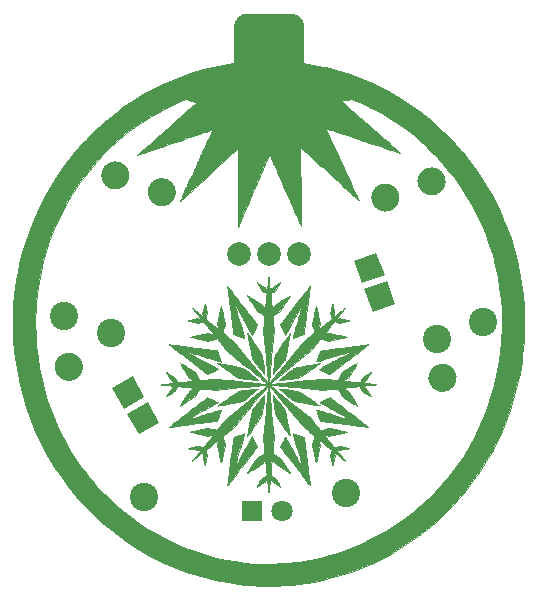
<source format=gbr>
%TF.GenerationSoftware,KiCad,Pcbnew,5.1.10*%
%TF.CreationDate,2021-10-27T07:56:43+02:00*%
%TF.ProjectId,xmas-badge,786d6173-2d62-4616-9467-652e6b696361,rev?*%
%TF.SameCoordinates,Original*%
%TF.FileFunction,Copper,L1,Top*%
%TF.FilePolarity,Positive*%
%FSLAX46Y46*%
G04 Gerber Fmt 4.6, Leading zero omitted, Abs format (unit mm)*
G04 Created by KiCad (PCBNEW 5.1.10) date 2021-10-27 07:56:43*
%MOMM*%
%LPD*%
G01*
G04 APERTURE LIST*
%TA.AperFunction,EtchedComponent*%
%ADD10C,0.010000*%
%TD*%
%TA.AperFunction,ComponentPad*%
%ADD11R,1.800000X1.800000*%
%TD*%
%TA.AperFunction,ComponentPad*%
%ADD12C,1.800000*%
%TD*%
%TA.AperFunction,ComponentPad*%
%ADD13C,2.400000*%
%TD*%
%TA.AperFunction,ComponentPad*%
%ADD14C,2.000000*%
%TD*%
%TA.AperFunction,ComponentPad*%
%ADD15C,0.100000*%
%TD*%
G04 APERTURE END LIST*
D10*
%TO.C,G\u002A\u002A\u002A*%
G36*
X50256356Y-23617880D02*
G01*
X50440269Y-23699143D01*
X50602434Y-23811083D01*
X50738246Y-23948856D01*
X50843102Y-24107621D01*
X50912396Y-24282532D01*
X50921155Y-24317161D01*
X50925564Y-24358193D01*
X50929527Y-24440292D01*
X50933027Y-24562194D01*
X50936050Y-24722633D01*
X50938578Y-24920346D01*
X50940594Y-25154069D01*
X50942084Y-25422537D01*
X50943030Y-25724485D01*
X50943416Y-26053563D01*
X50943933Y-27695609D01*
X51817058Y-27868585D01*
X52208231Y-27947469D01*
X52564265Y-28022455D01*
X52891969Y-28095321D01*
X53198156Y-28167848D01*
X53489635Y-28241816D01*
X53773217Y-28319004D01*
X54055714Y-28401192D01*
X54343937Y-28490160D01*
X54644695Y-28587688D01*
X54909658Y-28676730D01*
X55785828Y-28997372D01*
X56649070Y-29357818D01*
X57497513Y-29757008D01*
X58329284Y-30193882D01*
X59142512Y-30667378D01*
X59935324Y-31176437D01*
X60705849Y-31719999D01*
X61452214Y-32297004D01*
X61781267Y-32568605D01*
X62232971Y-32961350D01*
X62688226Y-33380739D01*
X63138939Y-33818643D01*
X63577016Y-34266936D01*
X63994361Y-34717490D01*
X64382881Y-35162178D01*
X64482135Y-35280600D01*
X64967677Y-35885860D01*
X65435372Y-36509631D01*
X65879062Y-37143228D01*
X66292590Y-37777967D01*
X66538363Y-38180433D01*
X66690312Y-38442962D01*
X66852871Y-38736180D01*
X67021542Y-39051231D01*
X67191825Y-39379260D01*
X67359218Y-39711411D01*
X67519222Y-40038830D01*
X67667337Y-40352660D01*
X67799063Y-40644046D01*
X67850629Y-40762767D01*
X68217433Y-41670055D01*
X68543001Y-42582432D01*
X68827741Y-43501671D01*
X69072064Y-44429545D01*
X69276380Y-45367829D01*
X69441097Y-46318297D01*
X69566625Y-47282722D01*
X69653374Y-48262878D01*
X69678314Y-48679100D01*
X69684206Y-48827857D01*
X69688546Y-49010581D01*
X69691390Y-49220503D01*
X69692795Y-49450854D01*
X69692818Y-49694865D01*
X69691516Y-49945769D01*
X69688945Y-50196795D01*
X69685162Y-50441176D01*
X69680224Y-50672142D01*
X69674189Y-50882925D01*
X69667113Y-51066756D01*
X69659053Y-51216866D01*
X69656707Y-51250850D01*
X69608003Y-51839415D01*
X69549990Y-52397529D01*
X69481173Y-52936346D01*
X69400059Y-53467020D01*
X69305154Y-54000705D01*
X69252241Y-54271283D01*
X69039662Y-55221805D01*
X68787098Y-56159702D01*
X68495143Y-57083762D01*
X68164391Y-57992772D01*
X67795438Y-58885522D01*
X67388876Y-59760798D01*
X66945302Y-60617389D01*
X66465309Y-61454082D01*
X65949493Y-62269666D01*
X65398447Y-63062928D01*
X64812766Y-63832656D01*
X64201906Y-64567439D01*
X63561705Y-65273122D01*
X62894392Y-65947263D01*
X62201154Y-66589244D01*
X61483177Y-67198448D01*
X60741648Y-67774258D01*
X59977753Y-68316057D01*
X59192678Y-68823228D01*
X58387611Y-69295153D01*
X57563738Y-69731215D01*
X56722244Y-70130798D01*
X55864318Y-70493284D01*
X54991144Y-70818056D01*
X54103909Y-71104497D01*
X53203801Y-71351989D01*
X52292004Y-71559916D01*
X51369707Y-71727661D01*
X50438095Y-71854606D01*
X50129017Y-71887420D01*
X49985628Y-71901291D01*
X49830419Y-71915834D01*
X49680056Y-71929516D01*
X49551209Y-71940802D01*
X49525767Y-71942948D01*
X49436444Y-71948506D01*
X49310374Y-71953616D01*
X49153142Y-71958238D01*
X48970330Y-71962335D01*
X48767524Y-71965865D01*
X48550307Y-71968791D01*
X48324264Y-71971073D01*
X48094979Y-71972673D01*
X47868037Y-71973551D01*
X47649020Y-71973668D01*
X47443514Y-71972985D01*
X47257102Y-71971462D01*
X47095369Y-71969062D01*
X46963900Y-71965744D01*
X46869350Y-71961538D01*
X45932751Y-71884676D01*
X45018388Y-71771916D01*
X44126002Y-71623226D01*
X43842517Y-71567537D01*
X42914970Y-71356987D01*
X42000895Y-71106447D01*
X41101172Y-70816341D01*
X40216677Y-70487096D01*
X39348290Y-70119139D01*
X38496889Y-69712893D01*
X37663352Y-69268787D01*
X36848557Y-68787245D01*
X36053384Y-68268692D01*
X35278709Y-67713556D01*
X34525412Y-67122262D01*
X34317517Y-66949502D01*
X33596138Y-66315002D01*
X32904593Y-65650712D01*
X32243518Y-64957492D01*
X31613547Y-64236202D01*
X31015315Y-63487703D01*
X30449457Y-62712855D01*
X29916608Y-61912520D01*
X29417403Y-61087558D01*
X28952477Y-60238829D01*
X28522465Y-59367194D01*
X28213324Y-58675768D01*
X27852303Y-57777565D01*
X27530671Y-56864927D01*
X27248649Y-55939482D01*
X27006460Y-55002859D01*
X26804324Y-54056687D01*
X26642463Y-53102594D01*
X26521100Y-52142210D01*
X26440455Y-51177163D01*
X26400750Y-50209082D01*
X26401923Y-49428959D01*
X28304834Y-49428959D01*
X28305549Y-49788736D01*
X28311300Y-50158249D01*
X28321940Y-50529443D01*
X28337322Y-50894261D01*
X28357301Y-51244649D01*
X28381729Y-51572550D01*
X28392689Y-51695350D01*
X28500226Y-52621504D01*
X28647569Y-53538887D01*
X28834112Y-54445978D01*
X29059249Y-55341258D01*
X29322372Y-56223205D01*
X29622874Y-57090300D01*
X29960151Y-57941023D01*
X30333593Y-58773853D01*
X30742596Y-59587271D01*
X31186553Y-60379756D01*
X31664855Y-61149789D01*
X32176899Y-61895848D01*
X32722075Y-62616415D01*
X32779879Y-62688866D01*
X33150498Y-63134288D01*
X33553210Y-63587283D01*
X33980558Y-64040341D01*
X34425079Y-64485950D01*
X34879316Y-64916601D01*
X35335807Y-65324780D01*
X35716755Y-65645782D01*
X36432472Y-66204151D01*
X37175885Y-66731556D01*
X37944150Y-67226349D01*
X38734426Y-67686886D01*
X39543869Y-68111521D01*
X40369637Y-68498607D01*
X41208889Y-68846499D01*
X41313100Y-68886575D01*
X42077638Y-69159785D01*
X42848488Y-69398359D01*
X43629589Y-69603139D01*
X44424882Y-69774966D01*
X45238305Y-69914681D01*
X46073797Y-70023127D01*
X46935299Y-70101146D01*
X47028100Y-70107653D01*
X47109751Y-70111202D01*
X47228021Y-70113521D01*
X47377217Y-70114696D01*
X47551644Y-70114809D01*
X47745609Y-70113945D01*
X47953418Y-70112187D01*
X48169377Y-70109619D01*
X48387792Y-70106326D01*
X48602970Y-70102391D01*
X48809216Y-70097898D01*
X49000837Y-70092930D01*
X49172140Y-70087573D01*
X49317429Y-70081909D01*
X49431012Y-70076022D01*
X49494017Y-70071323D01*
X49719365Y-70049879D01*
X49912964Y-70030407D01*
X50085278Y-70011704D01*
X50246770Y-69992567D01*
X50407905Y-69971794D01*
X50579148Y-69948180D01*
X50637017Y-69939939D01*
X51525027Y-69791381D01*
X52407365Y-69601285D01*
X53282316Y-69370258D01*
X54148166Y-69098909D01*
X55003201Y-68787848D01*
X55845707Y-68437682D01*
X56673971Y-68049021D01*
X57486278Y-67622473D01*
X58013600Y-67320034D01*
X58764196Y-66851171D01*
X59493081Y-66348702D01*
X60198316Y-65814427D01*
X60877961Y-65250147D01*
X61530076Y-64657662D01*
X62152722Y-64038772D01*
X62743960Y-63395278D01*
X63301849Y-62728980D01*
X63824451Y-62041678D01*
X64060583Y-61707183D01*
X64555595Y-60960097D01*
X65010368Y-60213911D01*
X65426727Y-59464736D01*
X65806493Y-58708684D01*
X66151491Y-57941868D01*
X66463544Y-57160398D01*
X66744475Y-56360389D01*
X66996107Y-55537950D01*
X67058357Y-55314850D01*
X67249083Y-54558664D01*
X67412607Y-53783127D01*
X67549557Y-52984537D01*
X67660563Y-52159193D01*
X67746255Y-51303393D01*
X67751484Y-51240267D01*
X67759255Y-51120337D01*
X67766225Y-50964306D01*
X67772342Y-50778400D01*
X67777554Y-50568843D01*
X67781808Y-50341861D01*
X67785052Y-50103681D01*
X67787235Y-49860526D01*
X67788302Y-49618623D01*
X67788204Y-49384197D01*
X67786886Y-49163474D01*
X67784297Y-48962679D01*
X67780384Y-48788038D01*
X67775096Y-48645776D01*
X67773530Y-48615600D01*
X67700496Y-47665764D01*
X67588205Y-46731279D01*
X67436699Y-45812306D01*
X67246019Y-44909009D01*
X67016209Y-44021552D01*
X66747311Y-43150096D01*
X66439368Y-42294806D01*
X66092421Y-41455845D01*
X65706514Y-40633375D01*
X65687927Y-40596142D01*
X65404600Y-40052248D01*
X65096865Y-39502463D01*
X64769322Y-38953881D01*
X64426568Y-38413597D01*
X64073204Y-37888707D01*
X63713829Y-37386306D01*
X63353042Y-36913488D01*
X63092957Y-36592933D01*
X62672404Y-36106416D01*
X62223173Y-35619384D01*
X61753634Y-35140150D01*
X61272156Y-34677024D01*
X60787110Y-34238318D01*
X60341933Y-33860983D01*
X59667925Y-33334531D01*
X58962351Y-32832634D01*
X58230008Y-32358165D01*
X57475692Y-31913999D01*
X56704198Y-31503012D01*
X55920323Y-31128077D01*
X55419993Y-30910718D01*
X55101803Y-30777894D01*
X54930011Y-30805230D01*
X54839603Y-30818635D01*
X54722633Y-30834581D01*
X54594621Y-30851013D01*
X54478157Y-30865058D01*
X54374364Y-30877532D01*
X54286905Y-30888862D01*
X54223756Y-30897953D01*
X54192890Y-30903711D01*
X54191201Y-30904443D01*
X54206077Y-30918905D01*
X54251135Y-30959744D01*
X54324685Y-31025475D01*
X54425039Y-31114610D01*
X54550510Y-31225663D01*
X54699408Y-31357146D01*
X54870045Y-31507573D01*
X55060733Y-31675457D01*
X55269783Y-31859312D01*
X55495507Y-32057650D01*
X55736217Y-32268984D01*
X55990224Y-32491828D01*
X56255840Y-32724696D01*
X56531377Y-32966099D01*
X56709902Y-33122426D01*
X56990613Y-33368345D01*
X57262281Y-33606662D01*
X57523231Y-33835894D01*
X57771786Y-34054555D01*
X58006273Y-34261162D01*
X58225016Y-34454230D01*
X58426341Y-34632276D01*
X58608572Y-34793815D01*
X58770034Y-34937363D01*
X58909053Y-35061436D01*
X59023953Y-35164550D01*
X59113059Y-35245221D01*
X59174697Y-35301965D01*
X59207191Y-35333297D01*
X59211922Y-35339327D01*
X59189549Y-35333364D01*
X59129207Y-35314634D01*
X59033059Y-35283853D01*
X58903265Y-35241734D01*
X58741988Y-35188994D01*
X58551388Y-35126346D01*
X58333626Y-35054505D01*
X58090865Y-34974186D01*
X57825266Y-34886104D01*
X57538990Y-34790973D01*
X57234198Y-34689509D01*
X56913052Y-34582424D01*
X56577713Y-34470436D01*
X56230342Y-34354257D01*
X56026904Y-34286139D01*
X55674287Y-34168165D01*
X55332844Y-34054211D01*
X55004706Y-33944974D01*
X54692003Y-33841152D01*
X54396864Y-33743443D01*
X54121419Y-33652546D01*
X53867798Y-33569157D01*
X53638130Y-33493975D01*
X53434546Y-33427698D01*
X53259174Y-33371023D01*
X53114146Y-33324648D01*
X53001590Y-33289271D01*
X52923636Y-33265591D01*
X52882415Y-33254304D01*
X52876188Y-33253745D01*
X52886136Y-33275654D01*
X52912880Y-33333893D01*
X52955452Y-33426367D01*
X53012885Y-33550978D01*
X53084210Y-33705631D01*
X53168461Y-33888230D01*
X53264669Y-34096679D01*
X53371867Y-34328882D01*
X53489087Y-34582742D01*
X53615362Y-34856164D01*
X53749725Y-35147051D01*
X53891207Y-35453308D01*
X54038841Y-35772837D01*
X54191659Y-36103544D01*
X54256422Y-36243683D01*
X54443861Y-36649246D01*
X54614341Y-37018100D01*
X54768650Y-37351973D01*
X54907573Y-37652592D01*
X55031896Y-37921684D01*
X55142405Y-38160976D01*
X55239886Y-38372195D01*
X55325125Y-38557068D01*
X55398908Y-38717322D01*
X55462021Y-38854684D01*
X55515249Y-38970881D01*
X55559380Y-39067640D01*
X55595198Y-39146689D01*
X55623491Y-39209754D01*
X55645043Y-39258562D01*
X55660641Y-39294841D01*
X55671070Y-39320317D01*
X55677118Y-39336718D01*
X55679568Y-39345770D01*
X55679209Y-39349201D01*
X55676825Y-39348737D01*
X55673203Y-39346106D01*
X55669128Y-39343035D01*
X55666209Y-39341467D01*
X55648765Y-39326694D01*
X55601949Y-39284982D01*
X55527591Y-39218004D01*
X55427521Y-39127430D01*
X55303569Y-39014934D01*
X55157564Y-38882186D01*
X54991337Y-38730859D01*
X54806718Y-38562624D01*
X54605535Y-38379153D01*
X54389621Y-38182119D01*
X54160803Y-37973192D01*
X53920912Y-37754045D01*
X53671779Y-37526349D01*
X53415232Y-37291777D01*
X53153103Y-37052000D01*
X52887220Y-36808689D01*
X52619414Y-36563518D01*
X52351515Y-36318157D01*
X52085352Y-36074278D01*
X51822756Y-35833554D01*
X51565556Y-35597656D01*
X51315582Y-35368255D01*
X51074665Y-35147025D01*
X50993954Y-35072874D01*
X50715892Y-34817378D01*
X50724443Y-35170697D01*
X50725822Y-35238172D01*
X50727663Y-35344863D01*
X50729923Y-35487655D01*
X50732559Y-35663433D01*
X50735529Y-35869082D01*
X50738789Y-36101488D01*
X50742297Y-36357536D01*
X50746009Y-36634112D01*
X50749883Y-36928100D01*
X50753876Y-37236387D01*
X50757944Y-37555856D01*
X50762045Y-37883394D01*
X50763886Y-38032267D01*
X50768054Y-38366348D01*
X50772275Y-38696372D01*
X50776501Y-39018968D01*
X50780683Y-39330765D01*
X50784772Y-39628394D01*
X50788721Y-39908482D01*
X50792480Y-40167659D01*
X50796001Y-40402554D01*
X50799237Y-40609798D01*
X50802138Y-40786018D01*
X50804656Y-40927845D01*
X50806743Y-41031907D01*
X50807370Y-41059100D01*
X50810789Y-41231610D01*
X50811876Y-41369466D01*
X50810659Y-41470872D01*
X50807164Y-41534032D01*
X50801421Y-41557149D01*
X50799688Y-41556517D01*
X50789127Y-41535047D01*
X50762644Y-41476828D01*
X50721157Y-41383949D01*
X50665579Y-41258502D01*
X50596827Y-41102578D01*
X50515817Y-40918267D01*
X50423464Y-40707661D01*
X50320683Y-40472851D01*
X50208390Y-40215927D01*
X50087502Y-39938981D01*
X49958932Y-39644104D01*
X49823598Y-39333386D01*
X49682414Y-39008919D01*
X49536296Y-38672793D01*
X49451144Y-38476767D01*
X49302846Y-38135297D01*
X49159165Y-37804486D01*
X49021002Y-37486407D01*
X48889260Y-37183134D01*
X48764838Y-36896742D01*
X48648640Y-36629306D01*
X48541566Y-36382900D01*
X48444519Y-36159598D01*
X48358399Y-35961475D01*
X48284108Y-35790604D01*
X48222547Y-35649061D01*
X48174619Y-35538921D01*
X48141224Y-35462256D01*
X48123264Y-35421142D01*
X48120275Y-35414402D01*
X48111786Y-35433069D01*
X48087524Y-35488535D01*
X48048397Y-35578691D01*
X47995313Y-35701428D01*
X47929179Y-35854637D01*
X47850903Y-36036208D01*
X47761394Y-36244033D01*
X47661560Y-36476002D01*
X47552307Y-36730006D01*
X47434545Y-37003936D01*
X47309181Y-37295683D01*
X47177123Y-37603138D01*
X47039280Y-37924191D01*
X46896558Y-38256734D01*
X46849180Y-38367152D01*
X46670959Y-38782545D01*
X46508685Y-39160769D01*
X46361604Y-39503556D01*
X46228964Y-39812640D01*
X46110012Y-40089751D01*
X46003995Y-40336622D01*
X45910161Y-40554985D01*
X45827757Y-40746572D01*
X45756031Y-40913116D01*
X45694229Y-41056347D01*
X45641599Y-41178000D01*
X45597388Y-41279804D01*
X45560843Y-41363493D01*
X45531212Y-41430799D01*
X45507742Y-41483453D01*
X45489681Y-41523189D01*
X45476275Y-41551737D01*
X45466772Y-41570831D01*
X45460419Y-41582201D01*
X45456463Y-41587581D01*
X45454152Y-41588702D01*
X45452734Y-41587296D01*
X45451454Y-41585096D01*
X45450998Y-41584554D01*
X45450093Y-41562656D01*
X45449590Y-41500694D01*
X45449473Y-41400936D01*
X45449730Y-41265649D01*
X45450347Y-41097101D01*
X45451308Y-40897559D01*
X45452601Y-40669291D01*
X45454211Y-40414565D01*
X45456124Y-40135647D01*
X45458326Y-39834805D01*
X45460803Y-39514308D01*
X45463541Y-39176421D01*
X45466526Y-38823414D01*
X45469743Y-38457553D01*
X45471684Y-38243268D01*
X45475043Y-37871113D01*
X45478205Y-37510540D01*
X45481154Y-37163815D01*
X45483875Y-36833202D01*
X45486352Y-36520967D01*
X45488570Y-36229376D01*
X45490512Y-35960693D01*
X45492164Y-35717185D01*
X45493509Y-35501117D01*
X45494533Y-35314754D01*
X45495219Y-35160361D01*
X45495552Y-35040205D01*
X45495516Y-34956550D01*
X45495097Y-34911662D01*
X45494676Y-34904288D01*
X45478584Y-34917578D01*
X45433105Y-34958124D01*
X45359896Y-35024403D01*
X45260615Y-35114888D01*
X45136919Y-35228056D01*
X44990465Y-35362381D01*
X44822912Y-35516339D01*
X44635916Y-35688405D01*
X44431134Y-35877055D01*
X44210225Y-36080763D01*
X43974845Y-36298005D01*
X43726653Y-36527257D01*
X43467305Y-36766994D01*
X43198458Y-37015690D01*
X43026986Y-37174402D01*
X42753043Y-37427891D01*
X42487530Y-37673333D01*
X42232109Y-37909207D01*
X41988437Y-38133989D01*
X41758174Y-38346158D01*
X41542980Y-38544189D01*
X41344514Y-38726561D01*
X41164436Y-38891751D01*
X41004405Y-39038235D01*
X40866079Y-39164492D01*
X40751120Y-39268998D01*
X40661186Y-39350230D01*
X40597936Y-39406667D01*
X40563030Y-39436785D01*
X40556347Y-39441570D01*
X40564187Y-39421984D01*
X40588422Y-39366373D01*
X40627916Y-39277244D01*
X40681533Y-39157102D01*
X40748138Y-39008455D01*
X40826594Y-38833810D01*
X40915765Y-38635674D01*
X41014515Y-38416554D01*
X41121709Y-38178956D01*
X41236210Y-37925387D01*
X41356882Y-37658355D01*
X41482589Y-37380366D01*
X41612196Y-37093927D01*
X41744566Y-36801546D01*
X41878563Y-36505728D01*
X42013051Y-36208981D01*
X42146895Y-35913812D01*
X42278958Y-35622728D01*
X42408104Y-35338235D01*
X42533197Y-35062841D01*
X42653102Y-34799052D01*
X42766682Y-34549376D01*
X42872801Y-34316318D01*
X42970323Y-34102387D01*
X43058113Y-33910089D01*
X43135034Y-33741930D01*
X43199950Y-33600419D01*
X43251726Y-33488061D01*
X43289224Y-33407364D01*
X43311310Y-33360834D01*
X43316144Y-33351299D01*
X43300899Y-33352082D01*
X43253717Y-33364942D01*
X43182475Y-33387563D01*
X43117474Y-33409721D01*
X43026474Y-33441328D01*
X42903148Y-33483826D01*
X42750118Y-33536328D01*
X42570008Y-33597945D01*
X42365441Y-33667789D01*
X42139040Y-33744970D01*
X41893427Y-33828602D01*
X41631227Y-33917794D01*
X41355061Y-34011660D01*
X41067554Y-34109310D01*
X40771328Y-34209856D01*
X40469006Y-34312410D01*
X40163212Y-34416083D01*
X39856568Y-34519987D01*
X39551698Y-34623233D01*
X39251224Y-34724934D01*
X38957770Y-34824199D01*
X38673959Y-34920142D01*
X38402414Y-35011874D01*
X38145758Y-35098506D01*
X37906613Y-35179150D01*
X37687604Y-35252917D01*
X37491353Y-35318919D01*
X37320483Y-35376268D01*
X37177618Y-35424075D01*
X37065380Y-35461452D01*
X36986392Y-35487510D01*
X36943278Y-35501361D01*
X36935719Y-35503441D01*
X36936027Y-35501285D01*
X36939909Y-35496125D01*
X36948673Y-35486795D01*
X36963630Y-35472132D01*
X36986087Y-35450970D01*
X37017354Y-35422144D01*
X37058740Y-35384490D01*
X37111554Y-35336843D01*
X37177106Y-35278038D01*
X37256704Y-35206911D01*
X37351658Y-35122296D01*
X37463277Y-35023029D01*
X37592869Y-34907945D01*
X37741745Y-34775879D01*
X37911212Y-34625667D01*
X38102581Y-34456143D01*
X38317160Y-34266143D01*
X38556259Y-34054503D01*
X38821186Y-33820057D01*
X39113251Y-33561640D01*
X39433763Y-33278088D01*
X39784030Y-32968237D01*
X39969017Y-32804602D01*
X40216220Y-32585863D01*
X40454540Y-32374849D01*
X40682062Y-32173262D01*
X40896874Y-31982801D01*
X41097063Y-31805167D01*
X41280716Y-31642062D01*
X41445920Y-31495184D01*
X41590763Y-31366236D01*
X41713332Y-31256918D01*
X41811713Y-31168929D01*
X41883994Y-31103972D01*
X41928262Y-31063746D01*
X41942622Y-31050003D01*
X41924693Y-31040669D01*
X41871635Y-31021820D01*
X41789111Y-30995249D01*
X41682786Y-30962752D01*
X41558324Y-30926123D01*
X41487539Y-30905817D01*
X41027350Y-30774952D01*
X40741600Y-30893102D01*
X40070908Y-31185670D01*
X39399593Y-31508258D01*
X38735764Y-31856389D01*
X38087531Y-32225588D01*
X37463003Y-32611377D01*
X36870289Y-33009280D01*
X36737370Y-33103435D01*
X36017046Y-33645001D01*
X35322206Y-34219827D01*
X34653842Y-34826645D01*
X34012949Y-35464184D01*
X33400519Y-36131176D01*
X32817546Y-36826349D01*
X32265023Y-37548436D01*
X31743944Y-38296166D01*
X31255301Y-39068271D01*
X30800088Y-39863479D01*
X30379298Y-40680523D01*
X29993925Y-41518131D01*
X29808959Y-41958683D01*
X29490557Y-42794616D01*
X29210037Y-43642721D01*
X28967007Y-44504733D01*
X28761075Y-45382388D01*
X28591850Y-46277421D01*
X28458938Y-47191566D01*
X28361950Y-48126559D01*
X28334368Y-48488600D01*
X28319097Y-48770835D01*
X28309302Y-49086974D01*
X28304834Y-49428959D01*
X26401923Y-49428959D01*
X26402208Y-49239595D01*
X26445050Y-48270331D01*
X26529496Y-47302920D01*
X26593507Y-46774100D01*
X26695680Y-46077950D01*
X26814207Y-45407114D01*
X26951517Y-44751107D01*
X27110042Y-44099443D01*
X27292212Y-43441636D01*
X27500458Y-42767199D01*
X27574794Y-42540767D01*
X27902044Y-41624257D01*
X28267760Y-40724974D01*
X28671340Y-39843971D01*
X29112181Y-38982299D01*
X29589679Y-38141011D01*
X30103232Y-37321160D01*
X30652237Y-36523799D01*
X31236092Y-35749978D01*
X31854193Y-35000752D01*
X31969685Y-34867850D01*
X32113011Y-34707785D01*
X32281450Y-34525664D01*
X32468744Y-34327854D01*
X32668635Y-34120726D01*
X32874864Y-33910647D01*
X33081175Y-33703986D01*
X33281309Y-33507113D01*
X33469009Y-33326395D01*
X33638016Y-33168203D01*
X33655191Y-33152455D01*
X34362776Y-32533164D01*
X35095826Y-31946033D01*
X35852674Y-31391937D01*
X36631649Y-30871750D01*
X37431085Y-30386347D01*
X38249312Y-29936603D01*
X39084661Y-29523392D01*
X39935464Y-29147590D01*
X40800052Y-28810071D01*
X41676757Y-28511710D01*
X42563910Y-28253382D01*
X43382887Y-28052941D01*
X43531357Y-28020621D01*
X43708750Y-27983201D01*
X43902360Y-27943289D01*
X44099483Y-27903490D01*
X44287416Y-27866411D01*
X44367137Y-27851013D01*
X44521544Y-27821391D01*
X44668072Y-27793203D01*
X44799797Y-27767788D01*
X44909796Y-27746483D01*
X44991143Y-27730627D01*
X45033142Y-27722321D01*
X45144267Y-27699932D01*
X45144267Y-26076046D01*
X45144362Y-25768451D01*
X45144685Y-25500280D01*
X45145288Y-25268624D01*
X45146227Y-25070575D01*
X45147555Y-24903223D01*
X45149326Y-24763660D01*
X45151594Y-24648978D01*
X45154412Y-24556266D01*
X45157836Y-24482617D01*
X45161919Y-24425122D01*
X45166714Y-24380872D01*
X45172277Y-24346958D01*
X45176713Y-24327590D01*
X45246321Y-24139150D01*
X45349780Y-23969598D01*
X45482350Y-23824003D01*
X45639289Y-23707432D01*
X45815857Y-23624951D01*
X45842142Y-23616328D01*
X45864809Y-23609819D01*
X45890201Y-23604061D01*
X45920939Y-23599006D01*
X45959640Y-23594604D01*
X46008924Y-23590804D01*
X46071409Y-23587557D01*
X46149714Y-23584813D01*
X46246458Y-23582523D01*
X46364260Y-23580637D01*
X46505738Y-23579104D01*
X46673512Y-23577876D01*
X46870199Y-23576902D01*
X47098419Y-23576132D01*
X47360790Y-23575518D01*
X47659932Y-23575009D01*
X47998462Y-23574555D01*
X48043432Y-23574500D01*
X50118426Y-23571979D01*
X50256356Y-23617880D01*
G37*
X50256356Y-23617880D02*
X50440269Y-23699143D01*
X50602434Y-23811083D01*
X50738246Y-23948856D01*
X50843102Y-24107621D01*
X50912396Y-24282532D01*
X50921155Y-24317161D01*
X50925564Y-24358193D01*
X50929527Y-24440292D01*
X50933027Y-24562194D01*
X50936050Y-24722633D01*
X50938578Y-24920346D01*
X50940594Y-25154069D01*
X50942084Y-25422537D01*
X50943030Y-25724485D01*
X50943416Y-26053563D01*
X50943933Y-27695609D01*
X51817058Y-27868585D01*
X52208231Y-27947469D01*
X52564265Y-28022455D01*
X52891969Y-28095321D01*
X53198156Y-28167848D01*
X53489635Y-28241816D01*
X53773217Y-28319004D01*
X54055714Y-28401192D01*
X54343937Y-28490160D01*
X54644695Y-28587688D01*
X54909658Y-28676730D01*
X55785828Y-28997372D01*
X56649070Y-29357818D01*
X57497513Y-29757008D01*
X58329284Y-30193882D01*
X59142512Y-30667378D01*
X59935324Y-31176437D01*
X60705849Y-31719999D01*
X61452214Y-32297004D01*
X61781267Y-32568605D01*
X62232971Y-32961350D01*
X62688226Y-33380739D01*
X63138939Y-33818643D01*
X63577016Y-34266936D01*
X63994361Y-34717490D01*
X64382881Y-35162178D01*
X64482135Y-35280600D01*
X64967677Y-35885860D01*
X65435372Y-36509631D01*
X65879062Y-37143228D01*
X66292590Y-37777967D01*
X66538363Y-38180433D01*
X66690312Y-38442962D01*
X66852871Y-38736180D01*
X67021542Y-39051231D01*
X67191825Y-39379260D01*
X67359218Y-39711411D01*
X67519222Y-40038830D01*
X67667337Y-40352660D01*
X67799063Y-40644046D01*
X67850629Y-40762767D01*
X68217433Y-41670055D01*
X68543001Y-42582432D01*
X68827741Y-43501671D01*
X69072064Y-44429545D01*
X69276380Y-45367829D01*
X69441097Y-46318297D01*
X69566625Y-47282722D01*
X69653374Y-48262878D01*
X69678314Y-48679100D01*
X69684206Y-48827857D01*
X69688546Y-49010581D01*
X69691390Y-49220503D01*
X69692795Y-49450854D01*
X69692818Y-49694865D01*
X69691516Y-49945769D01*
X69688945Y-50196795D01*
X69685162Y-50441176D01*
X69680224Y-50672142D01*
X69674189Y-50882925D01*
X69667113Y-51066756D01*
X69659053Y-51216866D01*
X69656707Y-51250850D01*
X69608003Y-51839415D01*
X69549990Y-52397529D01*
X69481173Y-52936346D01*
X69400059Y-53467020D01*
X69305154Y-54000705D01*
X69252241Y-54271283D01*
X69039662Y-55221805D01*
X68787098Y-56159702D01*
X68495143Y-57083762D01*
X68164391Y-57992772D01*
X67795438Y-58885522D01*
X67388876Y-59760798D01*
X66945302Y-60617389D01*
X66465309Y-61454082D01*
X65949493Y-62269666D01*
X65398447Y-63062928D01*
X64812766Y-63832656D01*
X64201906Y-64567439D01*
X63561705Y-65273122D01*
X62894392Y-65947263D01*
X62201154Y-66589244D01*
X61483177Y-67198448D01*
X60741648Y-67774258D01*
X59977753Y-68316057D01*
X59192678Y-68823228D01*
X58387611Y-69295153D01*
X57563738Y-69731215D01*
X56722244Y-70130798D01*
X55864318Y-70493284D01*
X54991144Y-70818056D01*
X54103909Y-71104497D01*
X53203801Y-71351989D01*
X52292004Y-71559916D01*
X51369707Y-71727661D01*
X50438095Y-71854606D01*
X50129017Y-71887420D01*
X49985628Y-71901291D01*
X49830419Y-71915834D01*
X49680056Y-71929516D01*
X49551209Y-71940802D01*
X49525767Y-71942948D01*
X49436444Y-71948506D01*
X49310374Y-71953616D01*
X49153142Y-71958238D01*
X48970330Y-71962335D01*
X48767524Y-71965865D01*
X48550307Y-71968791D01*
X48324264Y-71971073D01*
X48094979Y-71972673D01*
X47868037Y-71973551D01*
X47649020Y-71973668D01*
X47443514Y-71972985D01*
X47257102Y-71971462D01*
X47095369Y-71969062D01*
X46963900Y-71965744D01*
X46869350Y-71961538D01*
X45932751Y-71884676D01*
X45018388Y-71771916D01*
X44126002Y-71623226D01*
X43842517Y-71567537D01*
X42914970Y-71356987D01*
X42000895Y-71106447D01*
X41101172Y-70816341D01*
X40216677Y-70487096D01*
X39348290Y-70119139D01*
X38496889Y-69712893D01*
X37663352Y-69268787D01*
X36848557Y-68787245D01*
X36053384Y-68268692D01*
X35278709Y-67713556D01*
X34525412Y-67122262D01*
X34317517Y-66949502D01*
X33596138Y-66315002D01*
X32904593Y-65650712D01*
X32243518Y-64957492D01*
X31613547Y-64236202D01*
X31015315Y-63487703D01*
X30449457Y-62712855D01*
X29916608Y-61912520D01*
X29417403Y-61087558D01*
X28952477Y-60238829D01*
X28522465Y-59367194D01*
X28213324Y-58675768D01*
X27852303Y-57777565D01*
X27530671Y-56864927D01*
X27248649Y-55939482D01*
X27006460Y-55002859D01*
X26804324Y-54056687D01*
X26642463Y-53102594D01*
X26521100Y-52142210D01*
X26440455Y-51177163D01*
X26400750Y-50209082D01*
X26401923Y-49428959D01*
X28304834Y-49428959D01*
X28305549Y-49788736D01*
X28311300Y-50158249D01*
X28321940Y-50529443D01*
X28337322Y-50894261D01*
X28357301Y-51244649D01*
X28381729Y-51572550D01*
X28392689Y-51695350D01*
X28500226Y-52621504D01*
X28647569Y-53538887D01*
X28834112Y-54445978D01*
X29059249Y-55341258D01*
X29322372Y-56223205D01*
X29622874Y-57090300D01*
X29960151Y-57941023D01*
X30333593Y-58773853D01*
X30742596Y-59587271D01*
X31186553Y-60379756D01*
X31664855Y-61149789D01*
X32176899Y-61895848D01*
X32722075Y-62616415D01*
X32779879Y-62688866D01*
X33150498Y-63134288D01*
X33553210Y-63587283D01*
X33980558Y-64040341D01*
X34425079Y-64485950D01*
X34879316Y-64916601D01*
X35335807Y-65324780D01*
X35716755Y-65645782D01*
X36432472Y-66204151D01*
X37175885Y-66731556D01*
X37944150Y-67226349D01*
X38734426Y-67686886D01*
X39543869Y-68111521D01*
X40369637Y-68498607D01*
X41208889Y-68846499D01*
X41313100Y-68886575D01*
X42077638Y-69159785D01*
X42848488Y-69398359D01*
X43629589Y-69603139D01*
X44424882Y-69774966D01*
X45238305Y-69914681D01*
X46073797Y-70023127D01*
X46935299Y-70101146D01*
X47028100Y-70107653D01*
X47109751Y-70111202D01*
X47228021Y-70113521D01*
X47377217Y-70114696D01*
X47551644Y-70114809D01*
X47745609Y-70113945D01*
X47953418Y-70112187D01*
X48169377Y-70109619D01*
X48387792Y-70106326D01*
X48602970Y-70102391D01*
X48809216Y-70097898D01*
X49000837Y-70092930D01*
X49172140Y-70087573D01*
X49317429Y-70081909D01*
X49431012Y-70076022D01*
X49494017Y-70071323D01*
X49719365Y-70049879D01*
X49912964Y-70030407D01*
X50085278Y-70011704D01*
X50246770Y-69992567D01*
X50407905Y-69971794D01*
X50579148Y-69948180D01*
X50637017Y-69939939D01*
X51525027Y-69791381D01*
X52407365Y-69601285D01*
X53282316Y-69370258D01*
X54148166Y-69098909D01*
X55003201Y-68787848D01*
X55845707Y-68437682D01*
X56673971Y-68049021D01*
X57486278Y-67622473D01*
X58013600Y-67320034D01*
X58764196Y-66851171D01*
X59493081Y-66348702D01*
X60198316Y-65814427D01*
X60877961Y-65250147D01*
X61530076Y-64657662D01*
X62152722Y-64038772D01*
X62743960Y-63395278D01*
X63301849Y-62728980D01*
X63824451Y-62041678D01*
X64060583Y-61707183D01*
X64555595Y-60960097D01*
X65010368Y-60213911D01*
X65426727Y-59464736D01*
X65806493Y-58708684D01*
X66151491Y-57941868D01*
X66463544Y-57160398D01*
X66744475Y-56360389D01*
X66996107Y-55537950D01*
X67058357Y-55314850D01*
X67249083Y-54558664D01*
X67412607Y-53783127D01*
X67549557Y-52984537D01*
X67660563Y-52159193D01*
X67746255Y-51303393D01*
X67751484Y-51240267D01*
X67759255Y-51120337D01*
X67766225Y-50964306D01*
X67772342Y-50778400D01*
X67777554Y-50568843D01*
X67781808Y-50341861D01*
X67785052Y-50103681D01*
X67787235Y-49860526D01*
X67788302Y-49618623D01*
X67788204Y-49384197D01*
X67786886Y-49163474D01*
X67784297Y-48962679D01*
X67780384Y-48788038D01*
X67775096Y-48645776D01*
X67773530Y-48615600D01*
X67700496Y-47665764D01*
X67588205Y-46731279D01*
X67436699Y-45812306D01*
X67246019Y-44909009D01*
X67016209Y-44021552D01*
X66747311Y-43150096D01*
X66439368Y-42294806D01*
X66092421Y-41455845D01*
X65706514Y-40633375D01*
X65687927Y-40596142D01*
X65404600Y-40052248D01*
X65096865Y-39502463D01*
X64769322Y-38953881D01*
X64426568Y-38413597D01*
X64073204Y-37888707D01*
X63713829Y-37386306D01*
X63353042Y-36913488D01*
X63092957Y-36592933D01*
X62672404Y-36106416D01*
X62223173Y-35619384D01*
X61753634Y-35140150D01*
X61272156Y-34677024D01*
X60787110Y-34238318D01*
X60341933Y-33860983D01*
X59667925Y-33334531D01*
X58962351Y-32832634D01*
X58230008Y-32358165D01*
X57475692Y-31913999D01*
X56704198Y-31503012D01*
X55920323Y-31128077D01*
X55419993Y-30910718D01*
X55101803Y-30777894D01*
X54930011Y-30805230D01*
X54839603Y-30818635D01*
X54722633Y-30834581D01*
X54594621Y-30851013D01*
X54478157Y-30865058D01*
X54374364Y-30877532D01*
X54286905Y-30888862D01*
X54223756Y-30897953D01*
X54192890Y-30903711D01*
X54191201Y-30904443D01*
X54206077Y-30918905D01*
X54251135Y-30959744D01*
X54324685Y-31025475D01*
X54425039Y-31114610D01*
X54550510Y-31225663D01*
X54699408Y-31357146D01*
X54870045Y-31507573D01*
X55060733Y-31675457D01*
X55269783Y-31859312D01*
X55495507Y-32057650D01*
X55736217Y-32268984D01*
X55990224Y-32491828D01*
X56255840Y-32724696D01*
X56531377Y-32966099D01*
X56709902Y-33122426D01*
X56990613Y-33368345D01*
X57262281Y-33606662D01*
X57523231Y-33835894D01*
X57771786Y-34054555D01*
X58006273Y-34261162D01*
X58225016Y-34454230D01*
X58426341Y-34632276D01*
X58608572Y-34793815D01*
X58770034Y-34937363D01*
X58909053Y-35061436D01*
X59023953Y-35164550D01*
X59113059Y-35245221D01*
X59174697Y-35301965D01*
X59207191Y-35333297D01*
X59211922Y-35339327D01*
X59189549Y-35333364D01*
X59129207Y-35314634D01*
X59033059Y-35283853D01*
X58903265Y-35241734D01*
X58741988Y-35188994D01*
X58551388Y-35126346D01*
X58333626Y-35054505D01*
X58090865Y-34974186D01*
X57825266Y-34886104D01*
X57538990Y-34790973D01*
X57234198Y-34689509D01*
X56913052Y-34582424D01*
X56577713Y-34470436D01*
X56230342Y-34354257D01*
X56026904Y-34286139D01*
X55674287Y-34168165D01*
X55332844Y-34054211D01*
X55004706Y-33944974D01*
X54692003Y-33841152D01*
X54396864Y-33743443D01*
X54121419Y-33652546D01*
X53867798Y-33569157D01*
X53638130Y-33493975D01*
X53434546Y-33427698D01*
X53259174Y-33371023D01*
X53114146Y-33324648D01*
X53001590Y-33289271D01*
X52923636Y-33265591D01*
X52882415Y-33254304D01*
X52876188Y-33253745D01*
X52886136Y-33275654D01*
X52912880Y-33333893D01*
X52955452Y-33426367D01*
X53012885Y-33550978D01*
X53084210Y-33705631D01*
X53168461Y-33888230D01*
X53264669Y-34096679D01*
X53371867Y-34328882D01*
X53489087Y-34582742D01*
X53615362Y-34856164D01*
X53749725Y-35147051D01*
X53891207Y-35453308D01*
X54038841Y-35772837D01*
X54191659Y-36103544D01*
X54256422Y-36243683D01*
X54443861Y-36649246D01*
X54614341Y-37018100D01*
X54768650Y-37351973D01*
X54907573Y-37652592D01*
X55031896Y-37921684D01*
X55142405Y-38160976D01*
X55239886Y-38372195D01*
X55325125Y-38557068D01*
X55398908Y-38717322D01*
X55462021Y-38854684D01*
X55515249Y-38970881D01*
X55559380Y-39067640D01*
X55595198Y-39146689D01*
X55623491Y-39209754D01*
X55645043Y-39258562D01*
X55660641Y-39294841D01*
X55671070Y-39320317D01*
X55677118Y-39336718D01*
X55679568Y-39345770D01*
X55679209Y-39349201D01*
X55676825Y-39348737D01*
X55673203Y-39346106D01*
X55669128Y-39343035D01*
X55666209Y-39341467D01*
X55648765Y-39326694D01*
X55601949Y-39284982D01*
X55527591Y-39218004D01*
X55427521Y-39127430D01*
X55303569Y-39014934D01*
X55157564Y-38882186D01*
X54991337Y-38730859D01*
X54806718Y-38562624D01*
X54605535Y-38379153D01*
X54389621Y-38182119D01*
X54160803Y-37973192D01*
X53920912Y-37754045D01*
X53671779Y-37526349D01*
X53415232Y-37291777D01*
X53153103Y-37052000D01*
X52887220Y-36808689D01*
X52619414Y-36563518D01*
X52351515Y-36318157D01*
X52085352Y-36074278D01*
X51822756Y-35833554D01*
X51565556Y-35597656D01*
X51315582Y-35368255D01*
X51074665Y-35147025D01*
X50993954Y-35072874D01*
X50715892Y-34817378D01*
X50724443Y-35170697D01*
X50725822Y-35238172D01*
X50727663Y-35344863D01*
X50729923Y-35487655D01*
X50732559Y-35663433D01*
X50735529Y-35869082D01*
X50738789Y-36101488D01*
X50742297Y-36357536D01*
X50746009Y-36634112D01*
X50749883Y-36928100D01*
X50753876Y-37236387D01*
X50757944Y-37555856D01*
X50762045Y-37883394D01*
X50763886Y-38032267D01*
X50768054Y-38366348D01*
X50772275Y-38696372D01*
X50776501Y-39018968D01*
X50780683Y-39330765D01*
X50784772Y-39628394D01*
X50788721Y-39908482D01*
X50792480Y-40167659D01*
X50796001Y-40402554D01*
X50799237Y-40609798D01*
X50802138Y-40786018D01*
X50804656Y-40927845D01*
X50806743Y-41031907D01*
X50807370Y-41059100D01*
X50810789Y-41231610D01*
X50811876Y-41369466D01*
X50810659Y-41470872D01*
X50807164Y-41534032D01*
X50801421Y-41557149D01*
X50799688Y-41556517D01*
X50789127Y-41535047D01*
X50762644Y-41476828D01*
X50721157Y-41383949D01*
X50665579Y-41258502D01*
X50596827Y-41102578D01*
X50515817Y-40918267D01*
X50423464Y-40707661D01*
X50320683Y-40472851D01*
X50208390Y-40215927D01*
X50087502Y-39938981D01*
X49958932Y-39644104D01*
X49823598Y-39333386D01*
X49682414Y-39008919D01*
X49536296Y-38672793D01*
X49451144Y-38476767D01*
X49302846Y-38135297D01*
X49159165Y-37804486D01*
X49021002Y-37486407D01*
X48889260Y-37183134D01*
X48764838Y-36896742D01*
X48648640Y-36629306D01*
X48541566Y-36382900D01*
X48444519Y-36159598D01*
X48358399Y-35961475D01*
X48284108Y-35790604D01*
X48222547Y-35649061D01*
X48174619Y-35538921D01*
X48141224Y-35462256D01*
X48123264Y-35421142D01*
X48120275Y-35414402D01*
X48111786Y-35433069D01*
X48087524Y-35488535D01*
X48048397Y-35578691D01*
X47995313Y-35701428D01*
X47929179Y-35854637D01*
X47850903Y-36036208D01*
X47761394Y-36244033D01*
X47661560Y-36476002D01*
X47552307Y-36730006D01*
X47434545Y-37003936D01*
X47309181Y-37295683D01*
X47177123Y-37603138D01*
X47039280Y-37924191D01*
X46896558Y-38256734D01*
X46849180Y-38367152D01*
X46670959Y-38782545D01*
X46508685Y-39160769D01*
X46361604Y-39503556D01*
X46228964Y-39812640D01*
X46110012Y-40089751D01*
X46003995Y-40336622D01*
X45910161Y-40554985D01*
X45827757Y-40746572D01*
X45756031Y-40913116D01*
X45694229Y-41056347D01*
X45641599Y-41178000D01*
X45597388Y-41279804D01*
X45560843Y-41363493D01*
X45531212Y-41430799D01*
X45507742Y-41483453D01*
X45489681Y-41523189D01*
X45476275Y-41551737D01*
X45466772Y-41570831D01*
X45460419Y-41582201D01*
X45456463Y-41587581D01*
X45454152Y-41588702D01*
X45452734Y-41587296D01*
X45451454Y-41585096D01*
X45450998Y-41584554D01*
X45450093Y-41562656D01*
X45449590Y-41500694D01*
X45449473Y-41400936D01*
X45449730Y-41265649D01*
X45450347Y-41097101D01*
X45451308Y-40897559D01*
X45452601Y-40669291D01*
X45454211Y-40414565D01*
X45456124Y-40135647D01*
X45458326Y-39834805D01*
X45460803Y-39514308D01*
X45463541Y-39176421D01*
X45466526Y-38823414D01*
X45469743Y-38457553D01*
X45471684Y-38243268D01*
X45475043Y-37871113D01*
X45478205Y-37510540D01*
X45481154Y-37163815D01*
X45483875Y-36833202D01*
X45486352Y-36520967D01*
X45488570Y-36229376D01*
X45490512Y-35960693D01*
X45492164Y-35717185D01*
X45493509Y-35501117D01*
X45494533Y-35314754D01*
X45495219Y-35160361D01*
X45495552Y-35040205D01*
X45495516Y-34956550D01*
X45495097Y-34911662D01*
X45494676Y-34904288D01*
X45478584Y-34917578D01*
X45433105Y-34958124D01*
X45359896Y-35024403D01*
X45260615Y-35114888D01*
X45136919Y-35228056D01*
X44990465Y-35362381D01*
X44822912Y-35516339D01*
X44635916Y-35688405D01*
X44431134Y-35877055D01*
X44210225Y-36080763D01*
X43974845Y-36298005D01*
X43726653Y-36527257D01*
X43467305Y-36766994D01*
X43198458Y-37015690D01*
X43026986Y-37174402D01*
X42753043Y-37427891D01*
X42487530Y-37673333D01*
X42232109Y-37909207D01*
X41988437Y-38133989D01*
X41758174Y-38346158D01*
X41542980Y-38544189D01*
X41344514Y-38726561D01*
X41164436Y-38891751D01*
X41004405Y-39038235D01*
X40866079Y-39164492D01*
X40751120Y-39268998D01*
X40661186Y-39350230D01*
X40597936Y-39406667D01*
X40563030Y-39436785D01*
X40556347Y-39441570D01*
X40564187Y-39421984D01*
X40588422Y-39366373D01*
X40627916Y-39277244D01*
X40681533Y-39157102D01*
X40748138Y-39008455D01*
X40826594Y-38833810D01*
X40915765Y-38635674D01*
X41014515Y-38416554D01*
X41121709Y-38178956D01*
X41236210Y-37925387D01*
X41356882Y-37658355D01*
X41482589Y-37380366D01*
X41612196Y-37093927D01*
X41744566Y-36801546D01*
X41878563Y-36505728D01*
X42013051Y-36208981D01*
X42146895Y-35913812D01*
X42278958Y-35622728D01*
X42408104Y-35338235D01*
X42533197Y-35062841D01*
X42653102Y-34799052D01*
X42766682Y-34549376D01*
X42872801Y-34316318D01*
X42970323Y-34102387D01*
X43058113Y-33910089D01*
X43135034Y-33741930D01*
X43199950Y-33600419D01*
X43251726Y-33488061D01*
X43289224Y-33407364D01*
X43311310Y-33360834D01*
X43316144Y-33351299D01*
X43300899Y-33352082D01*
X43253717Y-33364942D01*
X43182475Y-33387563D01*
X43117474Y-33409721D01*
X43026474Y-33441328D01*
X42903148Y-33483826D01*
X42750118Y-33536328D01*
X42570008Y-33597945D01*
X42365441Y-33667789D01*
X42139040Y-33744970D01*
X41893427Y-33828602D01*
X41631227Y-33917794D01*
X41355061Y-34011660D01*
X41067554Y-34109310D01*
X40771328Y-34209856D01*
X40469006Y-34312410D01*
X40163212Y-34416083D01*
X39856568Y-34519987D01*
X39551698Y-34623233D01*
X39251224Y-34724934D01*
X38957770Y-34824199D01*
X38673959Y-34920142D01*
X38402414Y-35011874D01*
X38145758Y-35098506D01*
X37906613Y-35179150D01*
X37687604Y-35252917D01*
X37491353Y-35318919D01*
X37320483Y-35376268D01*
X37177618Y-35424075D01*
X37065380Y-35461452D01*
X36986392Y-35487510D01*
X36943278Y-35501361D01*
X36935719Y-35503441D01*
X36936027Y-35501285D01*
X36939909Y-35496125D01*
X36948673Y-35486795D01*
X36963630Y-35472132D01*
X36986087Y-35450970D01*
X37017354Y-35422144D01*
X37058740Y-35384490D01*
X37111554Y-35336843D01*
X37177106Y-35278038D01*
X37256704Y-35206911D01*
X37351658Y-35122296D01*
X37463277Y-35023029D01*
X37592869Y-34907945D01*
X37741745Y-34775879D01*
X37911212Y-34625667D01*
X38102581Y-34456143D01*
X38317160Y-34266143D01*
X38556259Y-34054503D01*
X38821186Y-33820057D01*
X39113251Y-33561640D01*
X39433763Y-33278088D01*
X39784030Y-32968237D01*
X39969017Y-32804602D01*
X40216220Y-32585863D01*
X40454540Y-32374849D01*
X40682062Y-32173262D01*
X40896874Y-31982801D01*
X41097063Y-31805167D01*
X41280716Y-31642062D01*
X41445920Y-31495184D01*
X41590763Y-31366236D01*
X41713332Y-31256918D01*
X41811713Y-31168929D01*
X41883994Y-31103972D01*
X41928262Y-31063746D01*
X41942622Y-31050003D01*
X41924693Y-31040669D01*
X41871635Y-31021820D01*
X41789111Y-30995249D01*
X41682786Y-30962752D01*
X41558324Y-30926123D01*
X41487539Y-30905817D01*
X41027350Y-30774952D01*
X40741600Y-30893102D01*
X40070908Y-31185670D01*
X39399593Y-31508258D01*
X38735764Y-31856389D01*
X38087531Y-32225588D01*
X37463003Y-32611377D01*
X36870289Y-33009280D01*
X36737370Y-33103435D01*
X36017046Y-33645001D01*
X35322206Y-34219827D01*
X34653842Y-34826645D01*
X34012949Y-35464184D01*
X33400519Y-36131176D01*
X32817546Y-36826349D01*
X32265023Y-37548436D01*
X31743944Y-38296166D01*
X31255301Y-39068271D01*
X30800088Y-39863479D01*
X30379298Y-40680523D01*
X29993925Y-41518131D01*
X29808959Y-41958683D01*
X29490557Y-42794616D01*
X29210037Y-43642721D01*
X28967007Y-44504733D01*
X28761075Y-45382388D01*
X28591850Y-46277421D01*
X28458938Y-47191566D01*
X28361950Y-48126559D01*
X28334368Y-48488600D01*
X28319097Y-48770835D01*
X28309302Y-49086974D01*
X28304834Y-49428959D01*
X26401923Y-49428959D01*
X26402208Y-49239595D01*
X26445050Y-48270331D01*
X26529496Y-47302920D01*
X26593507Y-46774100D01*
X26695680Y-46077950D01*
X26814207Y-45407114D01*
X26951517Y-44751107D01*
X27110042Y-44099443D01*
X27292212Y-43441636D01*
X27500458Y-42767199D01*
X27574794Y-42540767D01*
X27902044Y-41624257D01*
X28267760Y-40724974D01*
X28671340Y-39843971D01*
X29112181Y-38982299D01*
X29589679Y-38141011D01*
X30103232Y-37321160D01*
X30652237Y-36523799D01*
X31236092Y-35749978D01*
X31854193Y-35000752D01*
X31969685Y-34867850D01*
X32113011Y-34707785D01*
X32281450Y-34525664D01*
X32468744Y-34327854D01*
X32668635Y-34120726D01*
X32874864Y-33910647D01*
X33081175Y-33703986D01*
X33281309Y-33507113D01*
X33469009Y-33326395D01*
X33638016Y-33168203D01*
X33655191Y-33152455D01*
X34362776Y-32533164D01*
X35095826Y-31946033D01*
X35852674Y-31391937D01*
X36631649Y-30871750D01*
X37431085Y-30386347D01*
X38249312Y-29936603D01*
X39084661Y-29523392D01*
X39935464Y-29147590D01*
X40800052Y-28810071D01*
X41676757Y-28511710D01*
X42563910Y-28253382D01*
X43382887Y-28052941D01*
X43531357Y-28020621D01*
X43708750Y-27983201D01*
X43902360Y-27943289D01*
X44099483Y-27903490D01*
X44287416Y-27866411D01*
X44367137Y-27851013D01*
X44521544Y-27821391D01*
X44668072Y-27793203D01*
X44799797Y-27767788D01*
X44909796Y-27746483D01*
X44991143Y-27730627D01*
X45033142Y-27722321D01*
X45144267Y-27699932D01*
X45144267Y-26076046D01*
X45144362Y-25768451D01*
X45144685Y-25500280D01*
X45145288Y-25268624D01*
X45146227Y-25070575D01*
X45147555Y-24903223D01*
X45149326Y-24763660D01*
X45151594Y-24648978D01*
X45154412Y-24556266D01*
X45157836Y-24482617D01*
X45161919Y-24425122D01*
X45166714Y-24380872D01*
X45172277Y-24346958D01*
X45176713Y-24327590D01*
X45246321Y-24139150D01*
X45349780Y-23969598D01*
X45482350Y-23824003D01*
X45639289Y-23707432D01*
X45815857Y-23624951D01*
X45842142Y-23616328D01*
X45864809Y-23609819D01*
X45890201Y-23604061D01*
X45920939Y-23599006D01*
X45959640Y-23594604D01*
X46008924Y-23590804D01*
X46071409Y-23587557D01*
X46149714Y-23584813D01*
X46246458Y-23582523D01*
X46364260Y-23580637D01*
X46505738Y-23579104D01*
X46673512Y-23577876D01*
X46870199Y-23576902D01*
X47098419Y-23576132D01*
X47360790Y-23575518D01*
X47659932Y-23575009D01*
X47998462Y-23574555D01*
X48043432Y-23574500D01*
X50118426Y-23571979D01*
X50256356Y-23617880D01*
G36*
X48061977Y-45814207D02*
G01*
X48066493Y-45844530D01*
X48068978Y-45878897D01*
X48075338Y-45949145D01*
X48084966Y-46049059D01*
X48097251Y-46172424D01*
X48111586Y-46313027D01*
X48125405Y-46446017D01*
X48183091Y-46996350D01*
X48260231Y-46860141D01*
X48288013Y-46812669D01*
X48314920Y-46773402D01*
X48346644Y-46737537D01*
X48388875Y-46700267D01*
X48447305Y-46656789D01*
X48527625Y-46602297D01*
X48635525Y-46531987D01*
X48692147Y-46495483D01*
X48800649Y-46426331D01*
X48896663Y-46366501D01*
X48974701Y-46319301D01*
X49029280Y-46288035D01*
X49054914Y-46276009D01*
X49056044Y-46276155D01*
X49047954Y-46295886D01*
X49020086Y-46345643D01*
X48975723Y-46419948D01*
X48918146Y-46513325D01*
X48850639Y-46620300D01*
X48836210Y-46642883D01*
X48607255Y-47000490D01*
X48410582Y-47104253D01*
X48318709Y-47154479D01*
X48259401Y-47191993D01*
X48226609Y-47221429D01*
X48214283Y-47247422D01*
X48213671Y-47255084D01*
X48215663Y-47284192D01*
X48221314Y-47349086D01*
X48230005Y-47443437D01*
X48241113Y-47560916D01*
X48254019Y-47695192D01*
X48268100Y-47839937D01*
X48282735Y-47988821D01*
X48297305Y-48135514D01*
X48311186Y-48273686D01*
X48323758Y-48397008D01*
X48334400Y-48499150D01*
X48342492Y-48573783D01*
X48346147Y-48605017D01*
X48357637Y-48608875D01*
X48386099Y-48574578D01*
X48431187Y-48502601D01*
X48467645Y-48438712D01*
X48583850Y-48230075D01*
X49229433Y-47812776D01*
X49377062Y-47717872D01*
X49513168Y-47631379D01*
X49633768Y-47555753D01*
X49734879Y-47493447D01*
X49812517Y-47446915D01*
X49862700Y-47418613D01*
X49881444Y-47410994D01*
X49881452Y-47411012D01*
X49871852Y-47431748D01*
X49841691Y-47483900D01*
X49793492Y-47563398D01*
X49729778Y-47666173D01*
X49653072Y-47788154D01*
X49565897Y-47925271D01*
X49472502Y-48070776D01*
X49057116Y-48715006D01*
X48730525Y-48889534D01*
X48612882Y-48952708D01*
X48527527Y-48999951D01*
X48469303Y-49035080D01*
X48433053Y-49061913D01*
X48413622Y-49084269D01*
X48405852Y-49105965D01*
X48404587Y-49130820D01*
X48404588Y-49130873D01*
X48406918Y-49169163D01*
X48413159Y-49243337D01*
X48422723Y-49347183D01*
X48435022Y-49474493D01*
X48449468Y-49619055D01*
X48465473Y-49774659D01*
X48465987Y-49779587D01*
X48526733Y-50361491D01*
X48296656Y-52614813D01*
X48265632Y-52919119D01*
X48235925Y-53211417D01*
X48207807Y-53488975D01*
X48181551Y-53749061D01*
X48157430Y-53988941D01*
X48135716Y-54205884D01*
X48116682Y-54397155D01*
X48100602Y-54560024D01*
X48087747Y-54691757D01*
X48078391Y-54789621D01*
X48072806Y-54850885D01*
X48071266Y-54872815D01*
X48071276Y-54872831D01*
X48084993Y-54857412D01*
X48123700Y-54811275D01*
X48185663Y-54736535D01*
X48269148Y-54635309D01*
X48372423Y-54509709D01*
X48493751Y-54361851D01*
X48631401Y-54193850D01*
X48783637Y-54007820D01*
X48948726Y-53805877D01*
X49124934Y-53590135D01*
X49310528Y-53362708D01*
X49503772Y-53125712D01*
X49510788Y-53117105D01*
X50945604Y-51356683D01*
X51441814Y-50954517D01*
X51566071Y-50853125D01*
X51678969Y-50759689D01*
X51776468Y-50677656D01*
X51854527Y-50610476D01*
X51909107Y-50561595D01*
X51936167Y-50534463D01*
X51938396Y-50530644D01*
X51932753Y-50504032D01*
X51916894Y-50444037D01*
X51892807Y-50357813D01*
X51862481Y-50252513D01*
X51836752Y-50165034D01*
X51734738Y-49821130D01*
X51888752Y-49107240D01*
X51933021Y-48902105D01*
X51969235Y-48734602D01*
X51998263Y-48600979D01*
X52020973Y-48497485D01*
X52038233Y-48420368D01*
X52050910Y-48365878D01*
X52059873Y-48330264D01*
X52065990Y-48309774D01*
X52070128Y-48300657D01*
X52073155Y-48299161D01*
X52075324Y-48300894D01*
X52081357Y-48322645D01*
X52095237Y-48381145D01*
X52115926Y-48471752D01*
X52142385Y-48589826D01*
X52173572Y-48730726D01*
X52208448Y-48889810D01*
X52245974Y-49062436D01*
X52246885Y-49066644D01*
X52410947Y-49824605D01*
X52345281Y-50039637D01*
X52318830Y-50127969D01*
X52298372Y-50199610D01*
X52286280Y-50246028D01*
X52284184Y-50259240D01*
X52301061Y-50247480D01*
X52346898Y-50211998D01*
X52417868Y-50155848D01*
X52510146Y-50082086D01*
X52619904Y-49993769D01*
X52743316Y-49893950D01*
X52840029Y-49815414D01*
X53391304Y-49367017D01*
X53332155Y-49165933D01*
X53306603Y-49074484D01*
X53286519Y-48993891D01*
X53274659Y-48935681D01*
X53272636Y-48917018D01*
X53276906Y-48879961D01*
X53288793Y-48810267D01*
X53306495Y-48716567D01*
X53328213Y-48607497D01*
X53352146Y-48491691D01*
X53376495Y-48377782D01*
X53399458Y-48274406D01*
X53419235Y-48190195D01*
X53434027Y-48133784D01*
X53439200Y-48118183D01*
X53453393Y-48087894D01*
X53462400Y-48096787D01*
X53469011Y-48118183D01*
X53481579Y-48167172D01*
X53499497Y-48245387D01*
X53521055Y-48344451D01*
X53544545Y-48455984D01*
X53568258Y-48571611D01*
X53590485Y-48682952D01*
X53609517Y-48781630D01*
X53623646Y-48859268D01*
X53631164Y-48907487D01*
X53631938Y-48917018D01*
X53625812Y-48961904D01*
X53610025Y-49030939D01*
X53591148Y-49098452D01*
X53572228Y-49168860D01*
X53567270Y-49208121D01*
X53575435Y-49213053D01*
X53601367Y-49192474D01*
X53654571Y-49149675D01*
X53729491Y-49089163D01*
X53820571Y-49015450D01*
X53922256Y-48933043D01*
X54028989Y-48846453D01*
X54135215Y-48760187D01*
X54235379Y-48678755D01*
X54323924Y-48606667D01*
X54395295Y-48548431D01*
X54443936Y-48508556D01*
X54463021Y-48492674D01*
X54498072Y-48465681D01*
X54507353Y-48467474D01*
X54490487Y-48498593D01*
X54447100Y-48559580D01*
X54376816Y-48650975D01*
X54279258Y-48773319D01*
X54200439Y-48870433D01*
X54106710Y-48985403D01*
X54018409Y-49093878D01*
X53940234Y-49190072D01*
X53876884Y-49268200D01*
X53833060Y-49322476D01*
X53819088Y-49339932D01*
X53756535Y-49418680D01*
X53858359Y-49387325D01*
X53927899Y-49366287D01*
X53987154Y-49348991D01*
X54005803Y-49343827D01*
X54037970Y-49344309D01*
X54101025Y-49352416D01*
X54187867Y-49366674D01*
X54291396Y-49385608D01*
X54404510Y-49407744D01*
X54520109Y-49431608D01*
X54631091Y-49455726D01*
X54730354Y-49478625D01*
X54810799Y-49498829D01*
X54865324Y-49514865D01*
X54886828Y-49525258D01*
X54886430Y-49526634D01*
X54861651Y-49535120D01*
X54801959Y-49550608D01*
X54713900Y-49571549D01*
X54604021Y-49596394D01*
X54478870Y-49623593D01*
X54457600Y-49628116D01*
X54044850Y-49715620D01*
X53843767Y-49652679D01*
X53757352Y-49626012D01*
X53686612Y-49604895D01*
X53640890Y-49592079D01*
X53629069Y-49589503D01*
X53612670Y-49605207D01*
X53573244Y-49649636D01*
X53514353Y-49718574D01*
X53439560Y-49807804D01*
X53352426Y-49913108D01*
X53256513Y-50030269D01*
X53249357Y-50039058D01*
X53147545Y-50163995D01*
X53049541Y-50283982D01*
X52960004Y-50393336D01*
X52883590Y-50486377D01*
X52824956Y-50557424D01*
X52790909Y-50598257D01*
X52698560Y-50707664D01*
X53156700Y-50569958D01*
X53900727Y-50730487D01*
X54072293Y-50767786D01*
X54230627Y-50802750D01*
X54370995Y-50834293D01*
X54488662Y-50861328D01*
X54578895Y-50882768D01*
X54636959Y-50897524D01*
X54658015Y-50904368D01*
X54659947Y-50908596D01*
X54655087Y-50913471D01*
X54639904Y-50919827D01*
X54610870Y-50928497D01*
X54564457Y-50940312D01*
X54497134Y-50956106D01*
X54405373Y-50976712D01*
X54285646Y-51002961D01*
X54134422Y-51035688D01*
X53948174Y-51075724D01*
X53769683Y-51113983D01*
X53155850Y-51245472D01*
X52796789Y-51137807D01*
X52680402Y-51103986D01*
X52578460Y-51076412D01*
X52497653Y-51056728D01*
X52444671Y-51046576D01*
X52426373Y-51046837D01*
X52410582Y-51066842D01*
X52371352Y-51115429D01*
X52312070Y-51188434D01*
X52236127Y-51281694D01*
X52146910Y-51391043D01*
X52047807Y-51512318D01*
X52009328Y-51559358D01*
X51603640Y-52055183D01*
X49847636Y-53483933D01*
X49610543Y-53676882D01*
X49382918Y-53862205D01*
X49166885Y-54038170D01*
X48964565Y-54203044D01*
X48778080Y-54355097D01*
X48609553Y-54492596D01*
X48461104Y-54613809D01*
X48334857Y-54717003D01*
X48232933Y-54800448D01*
X48157455Y-54862411D01*
X48110544Y-54901160D01*
X48094322Y-54914963D01*
X48094324Y-54914971D01*
X48115293Y-54913159D01*
X48175637Y-54907277D01*
X48272621Y-54897605D01*
X48403508Y-54884420D01*
X48565565Y-54868003D01*
X48756057Y-54848630D01*
X48972248Y-54826581D01*
X49211404Y-54802135D01*
X49470788Y-54775569D01*
X49747668Y-54747162D01*
X50039306Y-54717194D01*
X50340683Y-54686177D01*
X52584350Y-54455095D01*
X53239867Y-54519438D01*
X53402042Y-54534832D01*
X53550579Y-54547924D01*
X53680272Y-54558335D01*
X53785912Y-54565686D01*
X53862292Y-54569596D01*
X53904203Y-54569687D01*
X53910501Y-54568316D01*
X53925097Y-54545320D01*
X53955926Y-54491455D01*
X53999362Y-54413238D01*
X54051773Y-54317184D01*
X54093871Y-54239073D01*
X54262123Y-53925296D01*
X54914684Y-53504492D01*
X55063362Y-53408996D01*
X55200617Y-53321565D01*
X55322458Y-53244685D01*
X55424898Y-53180842D01*
X55503946Y-53132521D01*
X55555613Y-53102208D01*
X55575910Y-53092389D01*
X55576002Y-53092447D01*
X55566922Y-53111574D01*
X55537231Y-53162189D01*
X55489419Y-53240302D01*
X55425978Y-53341925D01*
X55349397Y-53463071D01*
X55262166Y-53599752D01*
X55166776Y-53747979D01*
X55163568Y-53752944D01*
X54742376Y-54404683D01*
X54547593Y-54509275D01*
X54468386Y-54553050D01*
X54406495Y-54589646D01*
X54369243Y-54614579D01*
X54361923Y-54622978D01*
X54384062Y-54627082D01*
X54442187Y-54634683D01*
X54530292Y-54645153D01*
X54642373Y-54657860D01*
X54772424Y-54672177D01*
X54914441Y-54687474D01*
X55062418Y-54703121D01*
X55210352Y-54718489D01*
X55352238Y-54732949D01*
X55482069Y-54745871D01*
X55593842Y-54756626D01*
X55681552Y-54764585D01*
X55739194Y-54769117D01*
X55760762Y-54769596D01*
X55771965Y-54750016D01*
X55798750Y-54701012D01*
X55836802Y-54630525D01*
X55871289Y-54566187D01*
X55977300Y-54367858D01*
X56333992Y-54137775D01*
X56443433Y-54067679D01*
X56540945Y-54006170D01*
X56620902Y-53956719D01*
X56677677Y-53922798D01*
X56705646Y-53907879D01*
X56707209Y-53907479D01*
X56710853Y-53910358D01*
X56707816Y-53921688D01*
X56695778Y-53945272D01*
X56672418Y-53984913D01*
X56635414Y-54044414D01*
X56582446Y-54127576D01*
X56511194Y-54238202D01*
X56419335Y-54380095D01*
X56409174Y-54395769D01*
X56343473Y-54495763D01*
X56293133Y-54567257D01*
X56251236Y-54617742D01*
X56210861Y-54654712D01*
X56165088Y-54685661D01*
X56115954Y-54713269D01*
X55981632Y-54785683D01*
X56050408Y-54799409D01*
X56091405Y-54805445D01*
X56167312Y-54814592D01*
X56270885Y-54826058D01*
X56394880Y-54839049D01*
X56532055Y-54852773D01*
X56584850Y-54857893D01*
X56767901Y-54875729D01*
X56912426Y-54890421D01*
X57022078Y-54902436D01*
X57100513Y-54912238D01*
X57151382Y-54920292D01*
X57178339Y-54927063D01*
X57185039Y-54933018D01*
X57184207Y-54934215D01*
X57161800Y-54938410D01*
X57102834Y-54946040D01*
X57012886Y-54956480D01*
X56897534Y-54969102D01*
X56762356Y-54983280D01*
X56615836Y-54998097D01*
X56465139Y-55013322D01*
X56327436Y-55027711D01*
X56208611Y-55040609D01*
X56114546Y-55051365D01*
X56051123Y-55059326D01*
X56024577Y-55063716D01*
X56024037Y-55078121D01*
X56058552Y-55107059D01*
X56123074Y-55146709D01*
X56168903Y-55173661D01*
X56207444Y-55200752D01*
X56243508Y-55233685D01*
X56281908Y-55278166D01*
X56327457Y-55339898D01*
X56384966Y-55424587D01*
X56459248Y-55537938D01*
X56479822Y-55569601D01*
X56548830Y-55677348D01*
X56608194Y-55772847D01*
X56654610Y-55850548D01*
X56684776Y-55904900D01*
X56695388Y-55930351D01*
X56695077Y-55931345D01*
X56674511Y-55924071D01*
X56624125Y-55896829D01*
X56549475Y-55852905D01*
X56456119Y-55795580D01*
X56349612Y-55728139D01*
X56331927Y-55716762D01*
X55980668Y-55490289D01*
X55873474Y-55291444D01*
X55828416Y-55210084D01*
X55789908Y-55144666D01*
X55762658Y-55102939D01*
X55752231Y-55091821D01*
X55721408Y-55093355D01*
X55656096Y-55098820D01*
X55562258Y-55107582D01*
X55445855Y-55119010D01*
X55312849Y-55132470D01*
X55169200Y-55147329D01*
X55020872Y-55162956D01*
X54873824Y-55178718D01*
X54734020Y-55193981D01*
X54607419Y-55208113D01*
X54499983Y-55220482D01*
X54417675Y-55230454D01*
X54366456Y-55237398D01*
X54351815Y-55240448D01*
X54369336Y-55254210D01*
X54416659Y-55282870D01*
X54485991Y-55321866D01*
X54548034Y-55355304D01*
X54744204Y-55459259D01*
X55164591Y-56112768D01*
X55259970Y-56261570D01*
X55347333Y-56398890D01*
X55424196Y-56520745D01*
X55488075Y-56623153D01*
X55536487Y-56702129D01*
X55566946Y-56753690D01*
X55576969Y-56773854D01*
X55576914Y-56773948D01*
X55557261Y-56765411D01*
X55507204Y-56736433D01*
X55431519Y-56690127D01*
X55334978Y-56629601D01*
X55222357Y-56557969D01*
X55098429Y-56478340D01*
X54967967Y-56393825D01*
X54835747Y-56307537D01*
X54706543Y-56222584D01*
X54585128Y-56142080D01*
X54476276Y-56069134D01*
X54384762Y-56006857D01*
X54315359Y-55958362D01*
X54272842Y-55926757D01*
X54262286Y-55917276D01*
X54239733Y-55883098D01*
X54202178Y-55819215D01*
X54154091Y-55733513D01*
X54099944Y-55633876D01*
X54074875Y-55586752D01*
X54020619Y-55486758D01*
X53971162Y-55400579D01*
X53930632Y-55335037D01*
X53903153Y-55296952D01*
X53895571Y-55290328D01*
X53867975Y-55289665D01*
X53803794Y-55293108D01*
X53708527Y-55300207D01*
X53587676Y-55310510D01*
X53446743Y-55323566D01*
X53291229Y-55338924D01*
X53244780Y-55343683D01*
X52622445Y-55407958D01*
X50370509Y-55177765D01*
X50066271Y-55146726D01*
X49774020Y-55117028D01*
X49496491Y-55088943D01*
X49236420Y-55062743D01*
X48996542Y-55038698D01*
X48779593Y-55017080D01*
X48588308Y-54998162D01*
X48425422Y-54982214D01*
X48293672Y-54969509D01*
X48195792Y-54960317D01*
X48134518Y-54954911D01*
X48112585Y-54953562D01*
X48112572Y-54953572D01*
X48127814Y-54967464D01*
X48173777Y-55006332D01*
X48248342Y-55068436D01*
X48349391Y-55152037D01*
X48474806Y-55255395D01*
X48622469Y-55376771D01*
X48790260Y-55514425D01*
X48976062Y-55666618D01*
X49177756Y-55831611D01*
X49393224Y-56007663D01*
X49620347Y-56193036D01*
X49857008Y-56385990D01*
X49858627Y-56387310D01*
X51610683Y-57815047D01*
X52015511Y-58310322D01*
X52117696Y-58434654D01*
X52211987Y-58548079D01*
X52294890Y-58646497D01*
X52362910Y-58725806D01*
X52412554Y-58781906D01*
X52440327Y-58810694D01*
X52444321Y-58813590D01*
X52471870Y-58810508D01*
X52532428Y-58796816D01*
X52618562Y-58774412D01*
X52722838Y-58745194D01*
X52793272Y-58724509D01*
X52907007Y-58691324D01*
X53009062Y-58663020D01*
X53091413Y-58641710D01*
X53146036Y-58629507D01*
X53161958Y-58627433D01*
X53193921Y-58631829D01*
X53261201Y-58644163D01*
X53357797Y-58663149D01*
X53477709Y-58687505D01*
X53614938Y-58715948D01*
X53763483Y-58747193D01*
X53917343Y-58779958D01*
X54070519Y-58812958D01*
X54217011Y-58844911D01*
X54350817Y-58874532D01*
X54465938Y-58900538D01*
X54556375Y-58921646D01*
X54616125Y-58936572D01*
X54637517Y-58943075D01*
X54664871Y-58957255D01*
X54655456Y-58966637D01*
X54626933Y-58974369D01*
X54564078Y-58989142D01*
X54471474Y-59009909D01*
X54354958Y-59035444D01*
X54220366Y-59064521D01*
X54073536Y-59095912D01*
X53920302Y-59128392D01*
X53766501Y-59160735D01*
X53617971Y-59191713D01*
X53480547Y-59220101D01*
X53360065Y-59244671D01*
X53262362Y-59264199D01*
X53193275Y-59277456D01*
X53158639Y-59283217D01*
X53156462Y-59283364D01*
X53118252Y-59277145D01*
X53051106Y-59260645D01*
X52966317Y-59236769D01*
X52916553Y-59221640D01*
X52833953Y-59197120D01*
X52769774Y-59180496D01*
X52732251Y-59173758D01*
X52726053Y-59175614D01*
X52740522Y-59195170D01*
X52778603Y-59243537D01*
X52837111Y-59316753D01*
X52912861Y-59410858D01*
X53002666Y-59521890D01*
X53103342Y-59645888D01*
X53174257Y-59732980D01*
X53615997Y-60274884D01*
X53714007Y-60244679D01*
X53791388Y-60221638D01*
X53884017Y-60195161D01*
X53939641Y-60179771D01*
X54067265Y-60145068D01*
X54478579Y-60233869D01*
X54604684Y-60261419D01*
X54716019Y-60286359D01*
X54806191Y-60307207D01*
X54868805Y-60322480D01*
X54897467Y-60330693D01*
X54898494Y-60331272D01*
X54900941Y-60334710D01*
X54897671Y-60338446D01*
X54883823Y-60343666D01*
X54854536Y-60351557D01*
X54804950Y-60363309D01*
X54730206Y-60380109D01*
X54625444Y-60403145D01*
X54485802Y-60433604D01*
X54430508Y-60445645D01*
X54054165Y-60527599D01*
X53924152Y-60487135D01*
X53854949Y-60467092D01*
X53802526Y-60454681D01*
X53779634Y-60452510D01*
X53788712Y-60469686D01*
X53821530Y-60515320D01*
X53874852Y-60585244D01*
X53945442Y-60675290D01*
X54030064Y-60781291D01*
X54125482Y-60899078D01*
X54143825Y-60921542D01*
X54241145Y-61041277D01*
X54328558Y-61150170D01*
X54402769Y-61244009D01*
X54460485Y-61318582D01*
X54498413Y-61369677D01*
X54513260Y-61393081D01*
X54513238Y-61394018D01*
X54495146Y-61383555D01*
X54448602Y-61349418D01*
X54377796Y-61294884D01*
X54286919Y-61223231D01*
X54180162Y-61137739D01*
X54061717Y-61041686D01*
X54036277Y-61020911D01*
X53916542Y-60923651D01*
X53808136Y-60836824D01*
X53715139Y-60763598D01*
X53641629Y-60707140D01*
X53591687Y-60670620D01*
X53569390Y-60657205D01*
X53568600Y-60657675D01*
X53574501Y-60686691D01*
X53589853Y-60742952D01*
X53607962Y-60803299D01*
X53647324Y-60929770D01*
X53557523Y-61345985D01*
X53529693Y-61473073D01*
X53504271Y-61585598D01*
X53482769Y-61677156D01*
X53466697Y-61741342D01*
X53457566Y-61771751D01*
X53456728Y-61773194D01*
X53446804Y-61760770D01*
X53432707Y-61717196D01*
X53421821Y-61671602D01*
X53408657Y-61609838D01*
X53388957Y-61517679D01*
X53365072Y-61406117D01*
X53339357Y-61286147D01*
X53330868Y-61246574D01*
X53263827Y-60934131D01*
X53392361Y-60496209D01*
X52842537Y-60048070D01*
X52711724Y-59941801D01*
X52591646Y-59844926D01*
X52486147Y-59760493D01*
X52399068Y-59691550D01*
X52334252Y-59641145D01*
X52295542Y-59612326D01*
X52285984Y-59606660D01*
X52288879Y-59628394D01*
X52301964Y-59681918D01*
X52322995Y-59758553D01*
X52343121Y-59827619D01*
X52406988Y-60041849D01*
X52245640Y-60789406D01*
X52208374Y-60961165D01*
X52173642Y-61119525D01*
X52142501Y-61259799D01*
X52116006Y-61377298D01*
X52095215Y-61467335D01*
X52081185Y-61525222D01*
X52075029Y-61546226D01*
X52059171Y-61546669D01*
X52053377Y-61524662D01*
X52039801Y-61465928D01*
X52019473Y-61375142D01*
X51993426Y-61256984D01*
X51962689Y-61116130D01*
X51928295Y-60957258D01*
X51891878Y-60787864D01*
X51731181Y-60037878D01*
X51834974Y-59693737D01*
X51869237Y-59579040D01*
X51898733Y-59478224D01*
X51921440Y-59398362D01*
X51935338Y-59346532D01*
X51938767Y-59330237D01*
X51922951Y-59312546D01*
X51878167Y-59271701D01*
X51808411Y-59211109D01*
X51717678Y-59134178D01*
X51609963Y-59044315D01*
X51489262Y-58944929D01*
X51436058Y-58901493D01*
X50933350Y-58492108D01*
X49506169Y-56739632D01*
X49313246Y-56502853D01*
X49127895Y-56275595D01*
X48951853Y-56059977D01*
X48786860Y-55858117D01*
X48634653Y-55672136D01*
X48496972Y-55504152D01*
X48375554Y-55356285D01*
X48272139Y-55230654D01*
X48188464Y-55129378D01*
X48126269Y-55054577D01*
X48087291Y-55008370D01*
X48073270Y-54992876D01*
X48073264Y-54992880D01*
X48074590Y-55014267D01*
X48079960Y-55075033D01*
X48089102Y-55172443D01*
X48101747Y-55303763D01*
X48117623Y-55466260D01*
X48136459Y-55657199D01*
X48157985Y-55873845D01*
X48181931Y-56113466D01*
X48208024Y-56373326D01*
X48235995Y-56650691D01*
X48265572Y-56942827D01*
X48296486Y-57247001D01*
X48297018Y-57252227D01*
X48526497Y-59505850D01*
X48465688Y-60087933D01*
X48449655Y-60243587D01*
X48435190Y-60388195D01*
X48422876Y-60515593D01*
X48413296Y-60619614D01*
X48407033Y-60694094D01*
X48404668Y-60732867D01*
X48404663Y-60733517D01*
X48406499Y-60757462D01*
X48415625Y-60779017D01*
X48437199Y-60801957D01*
X48476380Y-60830056D01*
X48538324Y-60867088D01*
X48628191Y-60916829D01*
X48730576Y-60972023D01*
X49056705Y-61147029D01*
X49473822Y-61793089D01*
X49568875Y-61941043D01*
X49655738Y-62077660D01*
X49731924Y-62198919D01*
X49794944Y-62300798D01*
X49842313Y-62379277D01*
X49871542Y-62430333D01*
X49880143Y-62449945D01*
X49880143Y-62449946D01*
X49860528Y-62441359D01*
X49809475Y-62412158D01*
X49731018Y-62364836D01*
X49629189Y-62301885D01*
X49508022Y-62225798D01*
X49371548Y-62139068D01*
X49226598Y-62045991D01*
X48583850Y-61631240D01*
X48351174Y-61209298D01*
X48282510Y-61870991D01*
X48265682Y-62036597D01*
X48250673Y-62190975D01*
X48237982Y-62328459D01*
X48228107Y-62443383D01*
X48221545Y-62530084D01*
X48218795Y-62582895D01*
X48218931Y-62594056D01*
X48225442Y-62624567D01*
X48243960Y-62651752D01*
X48281445Y-62681438D01*
X48344855Y-62719450D01*
X48413209Y-62756713D01*
X48602401Y-62857997D01*
X48831251Y-63211360D01*
X48901264Y-63320367D01*
X48962623Y-63417622D01*
X49011831Y-63497440D01*
X49045390Y-63554134D01*
X49059804Y-63582017D01*
X49060100Y-63583427D01*
X49059054Y-63589041D01*
X49053177Y-63590100D01*
X49038362Y-63584149D01*
X49010503Y-63568733D01*
X48965491Y-63541397D01*
X48899219Y-63499685D01*
X48807582Y-63441143D01*
X48686470Y-63363313D01*
X48615600Y-63317701D01*
X48506607Y-63246834D01*
X48427251Y-63192686D01*
X48371155Y-63149727D01*
X48331939Y-63112428D01*
X48303226Y-63075262D01*
X48278635Y-63032698D01*
X48272067Y-63019941D01*
X48238470Y-62957499D01*
X48210342Y-62911778D01*
X48196495Y-62895130D01*
X48189884Y-62912383D01*
X48180072Y-62966571D01*
X48167749Y-63052477D01*
X48153606Y-63164883D01*
X48138332Y-63298570D01*
X48122618Y-63448319D01*
X48120429Y-63470203D01*
X48105007Y-63622905D01*
X48090570Y-63761328D01*
X48077723Y-63880029D01*
X48067070Y-63973567D01*
X48059217Y-64036500D01*
X48054766Y-64063387D01*
X48054491Y-64063931D01*
X48046341Y-64051007D01*
X48036305Y-64009297D01*
X48034765Y-64000638D01*
X48029067Y-63958219D01*
X48020213Y-63881301D01*
X48009023Y-63777532D01*
X47996319Y-63654557D01*
X47982922Y-63520024D01*
X47980558Y-63495767D01*
X47966961Y-63357270D01*
X47953845Y-63226411D01*
X47942069Y-63111542D01*
X47932489Y-63021016D01*
X47925964Y-62963183D01*
X47925380Y-62958463D01*
X47912345Y-62855076D01*
X47832771Y-62997744D01*
X47804653Y-63046936D01*
X47778279Y-63087005D01*
X47747987Y-63122777D01*
X47708112Y-63159075D01*
X47652993Y-63200724D01*
X47576965Y-63252548D01*
X47474367Y-63319371D01*
X47396280Y-63369582D01*
X47287428Y-63438811D01*
X47191117Y-63498801D01*
X47112813Y-63546252D01*
X47057980Y-63577864D01*
X47032082Y-63590336D01*
X47030861Y-63590250D01*
X47039137Y-63570707D01*
X47067162Y-63521107D01*
X47111649Y-63446909D01*
X47169313Y-63353573D01*
X47236867Y-63246560D01*
X47251783Y-63223204D01*
X47481205Y-62864660D01*
X47688854Y-62753526D01*
X47896502Y-62642393D01*
X47884698Y-62545205D01*
X47879479Y-62498896D01*
X47870669Y-62416953D01*
X47858948Y-62305858D01*
X47844996Y-62172095D01*
X47829491Y-62022146D01*
X47813113Y-61862493D01*
X47811614Y-61847813D01*
X47795561Y-61693170D01*
X47780472Y-61552690D01*
X47766967Y-61431760D01*
X47755665Y-61335764D01*
X47747185Y-61270089D01*
X47742145Y-61240119D01*
X47741622Y-61238900D01*
X47728798Y-61252596D01*
X47701081Y-61296464D01*
X47662978Y-61363053D01*
X47632163Y-61419901D01*
X47585964Y-61503491D01*
X47543227Y-61574803D01*
X47509951Y-61624116D01*
X47496715Y-61639368D01*
X47469700Y-61658756D01*
X47412533Y-61697173D01*
X47330305Y-61751354D01*
X47228108Y-61818031D01*
X47111031Y-61893938D01*
X46984165Y-61975808D01*
X46852602Y-62060374D01*
X46721433Y-62144370D01*
X46595747Y-62224528D01*
X46480637Y-62297582D01*
X46381192Y-62360265D01*
X46302504Y-62409310D01*
X46249663Y-62441450D01*
X46228474Y-62453200D01*
X46218471Y-62457455D01*
X46210943Y-62459944D01*
X46207824Y-62457450D01*
X46211048Y-62446755D01*
X46222547Y-62424644D01*
X46244254Y-62387900D01*
X46278104Y-62333306D01*
X46326029Y-62257646D01*
X46389962Y-62157703D01*
X46471837Y-62030260D01*
X46573587Y-61872101D01*
X46636517Y-61774283D01*
X47038683Y-61149061D01*
X47361438Y-60976369D01*
X47467476Y-60919080D01*
X47559954Y-60868064D01*
X47632607Y-60826866D01*
X47679166Y-60799027D01*
X47693446Y-60788705D01*
X47693706Y-60764675D01*
X47690019Y-60703793D01*
X47682828Y-60611312D01*
X47672574Y-60492484D01*
X47659701Y-60352563D01*
X47644650Y-60196802D01*
X47637914Y-60129208D01*
X47573130Y-59484683D01*
X47799091Y-57275502D01*
X47829883Y-56973546D01*
X47859314Y-56683140D01*
X47887111Y-56407093D01*
X47912999Y-56148212D01*
X47936702Y-55909307D01*
X47957946Y-55693185D01*
X47976457Y-55502656D01*
X47991959Y-55340526D01*
X48004179Y-55209606D01*
X48012840Y-55112703D01*
X48017669Y-55052625D01*
X48018528Y-55032443D01*
X48004450Y-55043445D01*
X47965096Y-55085822D01*
X47901776Y-55158004D01*
X47815799Y-55258424D01*
X47708477Y-55385512D01*
X47581120Y-55537701D01*
X47435038Y-55713421D01*
X47271541Y-55911103D01*
X47091940Y-56129179D01*
X46897545Y-56366081D01*
X46689666Y-56620239D01*
X46579863Y-56754791D01*
X45147722Y-58511017D01*
X44666435Y-58902600D01*
X44543477Y-59002552D01*
X44430894Y-59093897D01*
X44332948Y-59173192D01*
X44253901Y-59236993D01*
X44198014Y-59281856D01*
X44169547Y-59304339D01*
X44167132Y-59306114D01*
X44167113Y-59329224D01*
X44178146Y-59386032D01*
X44198610Y-59469844D01*
X44226884Y-59573965D01*
X44257114Y-59677663D01*
X44365113Y-60037282D01*
X44203497Y-60786661D01*
X44166215Y-60958636D01*
X44131466Y-61117215D01*
X44100304Y-61257716D01*
X44073783Y-61375457D01*
X44052959Y-61465756D01*
X44038885Y-61523931D01*
X44032656Y-61545266D01*
X44028103Y-61547579D01*
X44022981Y-61542878D01*
X44016386Y-61527407D01*
X44007416Y-61497410D01*
X43995169Y-61449132D01*
X43978742Y-61378818D01*
X43957233Y-61282712D01*
X43929738Y-61157059D01*
X43895356Y-60998102D01*
X43853184Y-60802087D01*
X43845825Y-60767832D01*
X43689505Y-60040148D01*
X43826495Y-59584386D01*
X43305339Y-60008113D01*
X43175971Y-60113457D01*
X43055848Y-60211579D01*
X42949279Y-60298937D01*
X42860572Y-60371986D01*
X42794034Y-60427186D01*
X42753973Y-60460993D01*
X42745342Y-60468649D01*
X42728575Y-60486976D01*
X42720508Y-60508148D01*
X42721986Y-60540686D01*
X42733853Y-60593111D01*
X42756955Y-60673943D01*
X42770049Y-60717874D01*
X42833597Y-60930289D01*
X42750748Y-61318736D01*
X42723632Y-61443837D01*
X42698390Y-61556524D01*
X42676723Y-61649491D01*
X42660335Y-61715431D01*
X42651070Y-61746707D01*
X42641741Y-61740670D01*
X42626372Y-61699827D01*
X42606459Y-61631028D01*
X42583494Y-61541125D01*
X42558971Y-61436968D01*
X42534384Y-61325409D01*
X42511227Y-61213298D01*
X42490993Y-61107487D01*
X42475175Y-61014827D01*
X42465269Y-60942168D01*
X42462767Y-60896363D01*
X42463875Y-60888096D01*
X42477815Y-60838794D01*
X42498199Y-60770177D01*
X42508158Y-60737526D01*
X42539514Y-60635702D01*
X42460765Y-60698409D01*
X42421899Y-60729682D01*
X42356037Y-60783038D01*
X42268965Y-60853773D01*
X42166468Y-60937185D01*
X42054334Y-61028570D01*
X41991410Y-61079904D01*
X41848706Y-61195393D01*
X41737254Y-61283375D01*
X41656474Y-61344250D01*
X41605788Y-61378421D01*
X41584616Y-61386288D01*
X41592380Y-61368255D01*
X41613220Y-61342188D01*
X41634217Y-61316791D01*
X41677342Y-61264043D01*
X41738089Y-61189494D01*
X41811952Y-61098698D01*
X41894424Y-60997207D01*
X41981000Y-60890573D01*
X42067172Y-60784348D01*
X42148435Y-60684084D01*
X42220282Y-60595335D01*
X42278207Y-60523652D01*
X42317703Y-60474587D01*
X42333219Y-60455072D01*
X42324200Y-60448993D01*
X42282797Y-60455126D01*
X42216748Y-60472170D01*
X42197728Y-60477850D01*
X42043350Y-60525072D01*
X41635985Y-60437124D01*
X41510216Y-60409514D01*
X41398985Y-60384225D01*
X41308791Y-60362806D01*
X41246137Y-60346807D01*
X41217522Y-60337777D01*
X41216617Y-60337173D01*
X41230712Y-60326876D01*
X41286219Y-60309464D01*
X41382834Y-60285010D01*
X41520252Y-60253590D01*
X41698168Y-60215278D01*
X41813277Y-60191274D01*
X42048871Y-60142608D01*
X42484059Y-60275506D01*
X42520450Y-60229345D01*
X42542610Y-60201778D01*
X42587916Y-60145844D01*
X42652760Y-60065983D01*
X42733532Y-59966636D01*
X42826625Y-59852242D01*
X42928428Y-59727241D01*
X42970635Y-59675444D01*
X43072634Y-59549980D01*
X43165215Y-59435506D01*
X43245194Y-59336007D01*
X43309387Y-59255468D01*
X43354609Y-59197875D01*
X43377675Y-59167211D01*
X43379965Y-59163243D01*
X43359231Y-59167201D01*
X43306570Y-59181375D01*
X43230476Y-59203395D01*
X43158875Y-59224934D01*
X42942247Y-59291088D01*
X42217632Y-59135653D01*
X42046831Y-59098840D01*
X41887959Y-59064263D01*
X41746073Y-59033050D01*
X41626232Y-59006325D01*
X41533491Y-58985217D01*
X41472909Y-58970849D01*
X41450683Y-58964855D01*
X41423678Y-58952717D01*
X41433613Y-58943785D01*
X41461267Y-58936212D01*
X41522286Y-58921734D01*
X41613462Y-58901203D01*
X41728932Y-58875848D01*
X41862833Y-58846899D01*
X42009304Y-58815587D01*
X42162483Y-58783141D01*
X42316507Y-58750792D01*
X42465515Y-58719770D01*
X42603645Y-58691304D01*
X42725035Y-58666626D01*
X42823822Y-58646965D01*
X42894144Y-58633551D01*
X42930140Y-58627615D01*
X42932725Y-58627433D01*
X42968107Y-58633377D01*
X43036040Y-58649816D01*
X43128655Y-58674664D01*
X43238080Y-58705835D01*
X43319235Y-58729926D01*
X43658893Y-58832419D01*
X44477517Y-57825477D01*
X46238204Y-56390573D01*
X46475533Y-56197093D01*
X46703380Y-56011213D01*
X46919630Y-55834669D01*
X47122167Y-55669192D01*
X47308876Y-55516515D01*
X47477640Y-55378371D01*
X47626345Y-55256493D01*
X47752874Y-55152614D01*
X47855113Y-55068467D01*
X47930945Y-55005784D01*
X47966410Y-54976183D01*
X48022933Y-54976183D01*
X48033517Y-54986767D01*
X48044100Y-54976183D01*
X48033517Y-54965600D01*
X48022933Y-54976183D01*
X47966410Y-54976183D01*
X47978254Y-54966298D01*
X47994926Y-54951743D01*
X47994928Y-54951705D01*
X47973782Y-54953274D01*
X47913256Y-54958887D01*
X47816080Y-54968270D01*
X47684986Y-54981151D01*
X47522705Y-54997254D01*
X47331969Y-55016307D01*
X47115509Y-55038036D01*
X46876057Y-55062167D01*
X46616344Y-55088428D01*
X46339102Y-55116544D01*
X46047062Y-55146241D01*
X45742956Y-55177247D01*
X45737639Y-55177790D01*
X43484314Y-55407839D01*
X42882632Y-55345469D01*
X42725372Y-55329340D01*
X42580033Y-55314759D01*
X42452469Y-55302289D01*
X42348531Y-55292490D01*
X42274074Y-55285924D01*
X42234950Y-55283154D01*
X42232412Y-55283100D01*
X42211819Y-55288239D01*
X42188769Y-55306895D01*
X42159926Y-55343924D01*
X42121950Y-55404183D01*
X42071503Y-55492529D01*
X42005764Y-55612863D01*
X41827655Y-55942627D01*
X41174342Y-56363356D01*
X41025587Y-56458828D01*
X40888317Y-56546303D01*
X40766513Y-56623292D01*
X40664157Y-56687306D01*
X40585229Y-56735855D01*
X40533712Y-56766449D01*
X40513586Y-56776600D01*
X40513494Y-56776550D01*
X40521181Y-56756118D01*
X40549659Y-56705448D01*
X40595823Y-56629243D01*
X40656568Y-56532210D01*
X40728791Y-56419054D01*
X40809387Y-56294481D01*
X40895250Y-56163195D01*
X40983278Y-56029902D01*
X41070364Y-55899307D01*
X41153405Y-55776117D01*
X41229296Y-55665035D01*
X41294932Y-55570769D01*
X41347209Y-55498022D01*
X41383022Y-55451500D01*
X41397767Y-55436309D01*
X41440897Y-55412415D01*
X41508425Y-55375148D01*
X41587644Y-55331518D01*
X41609433Y-55319532D01*
X41768183Y-55232233D01*
X41112017Y-55163687D01*
X40946909Y-55146611D01*
X40792878Y-55131005D01*
X40655649Y-55117425D01*
X40540949Y-55106425D01*
X40454507Y-55098561D01*
X40402049Y-55094388D01*
X40391587Y-55093871D01*
X40361577Y-55095887D01*
X40336555Y-55107714D01*
X40310852Y-55135981D01*
X40278798Y-55187319D01*
X40234723Y-55268355D01*
X40222410Y-55291662D01*
X40171419Y-55385238D01*
X40130185Y-55450360D01*
X40090624Y-55496967D01*
X40044653Y-55534995D01*
X40000922Y-55563982D01*
X39937229Y-55604335D01*
X39849488Y-55660364D01*
X39749177Y-55724720D01*
X39647773Y-55790056D01*
X39645785Y-55791341D01*
X39557475Y-55847139D01*
X39482293Y-55892291D01*
X39427055Y-55922879D01*
X39398578Y-55934983D01*
X39396436Y-55934658D01*
X39404034Y-55914425D01*
X39431522Y-55864296D01*
X39475614Y-55789800D01*
X39533023Y-55696468D01*
X39600462Y-55589828D01*
X39612694Y-55570765D01*
X39691255Y-55449196D01*
X39751885Y-55357852D01*
X39799245Y-55291159D01*
X39837997Y-55243540D01*
X39872800Y-55209421D01*
X39908315Y-55183224D01*
X39949202Y-55159375D01*
X39962585Y-55152179D01*
X40025117Y-55116911D01*
X40069359Y-55088255D01*
X40085433Y-55072868D01*
X40065331Y-55066966D01*
X40008916Y-55057888D01*
X39922028Y-55046376D01*
X39810507Y-55033176D01*
X39680191Y-55019029D01*
X39593308Y-55010188D01*
X39403196Y-54991270D01*
X39251120Y-54975978D01*
X39132986Y-54963831D01*
X39044695Y-54954347D01*
X38982153Y-54947042D01*
X38941261Y-54941437D01*
X38917925Y-54937047D01*
X38908048Y-54933391D01*
X38907533Y-54929987D01*
X38907957Y-54929520D01*
X38930510Y-54925132D01*
X38989731Y-54917187D01*
X39080165Y-54906317D01*
X39196355Y-54893156D01*
X39332845Y-54878336D01*
X39484177Y-54862488D01*
X39502511Y-54860605D01*
X39655290Y-54844637D01*
X39793924Y-54829552D01*
X39912943Y-54815993D01*
X40006875Y-54804603D01*
X40070251Y-54796026D01*
X40097600Y-54790906D01*
X40098188Y-54790567D01*
X40085980Y-54776792D01*
X40044471Y-54749827D01*
X39982316Y-54715233D01*
X39975110Y-54711470D01*
X39929214Y-54686917D01*
X39891525Y-54663107D01*
X39857358Y-54634525D01*
X39822026Y-54595657D01*
X39780843Y-54540988D01*
X39729122Y-54465004D01*
X39662176Y-54362189D01*
X39612079Y-54284279D01*
X39542766Y-54175185D01*
X39482768Y-54078547D01*
X39435365Y-53999835D01*
X39403838Y-53944520D01*
X39391470Y-53918072D01*
X39391602Y-53916709D01*
X39411416Y-53924728D01*
X39461202Y-53952599D01*
X39535480Y-53997032D01*
X39628775Y-54054736D01*
X39735609Y-54122422D01*
X39757856Y-54136699D01*
X40114650Y-54366150D01*
X40213761Y-54550994D01*
X40257953Y-54631795D01*
X40296296Y-54698952D01*
X40323482Y-54743321D01*
X40332288Y-54755254D01*
X40356581Y-54757284D01*
X40416850Y-54755216D01*
X40506998Y-54749629D01*
X40620926Y-54741103D01*
X40752537Y-54730218D01*
X40895732Y-54717552D01*
X41044415Y-54703686D01*
X41192487Y-54689199D01*
X41333850Y-54674670D01*
X41462406Y-54660680D01*
X41572058Y-54647806D01*
X41656707Y-54636630D01*
X41710257Y-54627731D01*
X41726504Y-54622752D01*
X41714182Y-54608544D01*
X41671403Y-54579593D01*
X41605377Y-54540483D01*
X41544157Y-54506822D01*
X41349716Y-54402988D01*
X40928433Y-53750241D01*
X40832837Y-53601581D01*
X40745277Y-53464373D01*
X40668243Y-53342598D01*
X40604227Y-53240241D01*
X40555717Y-53161284D01*
X40525206Y-53109710D01*
X40515182Y-53089502D01*
X40515236Y-53089408D01*
X40534214Y-53098636D01*
X40584707Y-53128447D01*
X40662737Y-53176355D01*
X40764327Y-53239871D01*
X40885498Y-53316507D01*
X41022272Y-53403775D01*
X41170670Y-53499188D01*
X41177503Y-53503598D01*
X41831683Y-53925873D01*
X42009323Y-54257564D01*
X42186962Y-54589254D01*
X42284489Y-54577360D01*
X42331794Y-54572069D01*
X42414423Y-54563338D01*
X42525570Y-54551864D01*
X42658429Y-54538346D01*
X42806193Y-54523481D01*
X42942933Y-54509860D01*
X43503850Y-54454254D01*
X45694600Y-54677661D01*
X45996007Y-54708413D01*
X46286337Y-54738067D01*
X46562720Y-54766327D01*
X46822285Y-54792898D01*
X47062162Y-54817486D01*
X47279481Y-54839796D01*
X47471370Y-54859532D01*
X47634961Y-54876400D01*
X47767381Y-54890104D01*
X47865762Y-54900351D01*
X47927231Y-54906845D01*
X47948022Y-54909156D01*
X48010695Y-54917245D01*
X47944251Y-54862047D01*
X47918909Y-54841252D01*
X47863019Y-54795572D01*
X47778853Y-54726859D01*
X47668684Y-54636967D01*
X47534784Y-54527747D01*
X47379426Y-54401055D01*
X47204882Y-54258741D01*
X47013423Y-54102660D01*
X46807324Y-53934664D01*
X46588855Y-53756607D01*
X46360289Y-53570340D01*
X46177661Y-53421523D01*
X44477517Y-52036197D01*
X43659641Y-51031515D01*
X43560579Y-51061410D01*
X43501275Y-51079257D01*
X43413346Y-51105657D01*
X43308724Y-51137031D01*
X43200924Y-51169323D01*
X42940332Y-51247342D01*
X42216674Y-51092113D01*
X42046008Y-51055347D01*
X41887288Y-51020853D01*
X41745571Y-50989755D01*
X41625915Y-50963173D01*
X41533378Y-50942231D01*
X41473018Y-50928051D01*
X41451031Y-50922237D01*
X41420910Y-50909981D01*
X41430782Y-50901327D01*
X41451031Y-50895045D01*
X41492163Y-50884561D01*
X41566866Y-50867311D01*
X41669230Y-50844537D01*
X41793350Y-50817480D01*
X41933316Y-50787383D01*
X42083221Y-50755487D01*
X42237157Y-50723033D01*
X42389217Y-50691264D01*
X42533493Y-50661420D01*
X42664076Y-50634745D01*
X42775061Y-50612478D01*
X42860537Y-50595863D01*
X42914599Y-50586141D01*
X42930449Y-50584100D01*
X42970637Y-50590031D01*
X43039884Y-50605988D01*
X43126887Y-50629222D01*
X43184042Y-50645848D01*
X43267147Y-50669090D01*
X43330436Y-50683471D01*
X43366450Y-50687514D01*
X43371088Y-50682890D01*
X43353484Y-50660716D01*
X43313239Y-50610624D01*
X43254291Y-50537485D01*
X43180584Y-50446169D01*
X43096057Y-50341549D01*
X43004652Y-50228495D01*
X42910310Y-50111878D01*
X42816972Y-49996568D01*
X42728579Y-49887438D01*
X42649073Y-49789357D01*
X42582393Y-49707196D01*
X42532483Y-49645828D01*
X42503281Y-49610121D01*
X42497710Y-49603450D01*
X42472371Y-49601981D01*
X42415741Y-49611657D01*
X42336823Y-49630643D01*
X42264972Y-49650917D01*
X42047594Y-49715950D01*
X41627524Y-49626150D01*
X41500646Y-49598471D01*
X41389136Y-49573083D01*
X41299158Y-49551476D01*
X41236877Y-49535142D01*
X41208459Y-49525574D01*
X41207361Y-49524484D01*
X41227030Y-49516690D01*
X41281994Y-49501776D01*
X41366101Y-49481234D01*
X41473197Y-49456554D01*
X41597130Y-49429226D01*
X41628404Y-49422501D01*
X42049542Y-49332383D01*
X42184029Y-49373925D01*
X42253083Y-49394004D01*
X42304086Y-49406480D01*
X42325784Y-49408669D01*
X42314832Y-49391208D01*
X42280291Y-49345286D01*
X42225488Y-49275117D01*
X42153751Y-49184911D01*
X42068409Y-49078884D01*
X41972790Y-48961246D01*
X41958549Y-48943817D01*
X41861824Y-48824740D01*
X41775086Y-48716468D01*
X41701638Y-48623246D01*
X41644784Y-48549320D01*
X41607827Y-48498934D01*
X41594071Y-48476332D01*
X41594188Y-48475623D01*
X41612511Y-48485855D01*
X41659314Y-48519758D01*
X41730408Y-48574074D01*
X41821606Y-48645549D01*
X41928720Y-48730929D01*
X42047561Y-48826957D01*
X42075756Y-48849917D01*
X42195388Y-48946812D01*
X42303103Y-49032782D01*
X42394958Y-49104781D01*
X42467009Y-49159767D01*
X42515313Y-49194693D01*
X42535925Y-49206515D01*
X42536264Y-49205435D01*
X42524779Y-49170466D01*
X42506212Y-49109500D01*
X42489363Y-49052167D01*
X42453382Y-48927817D01*
X42542900Y-48507125D01*
X42570500Y-48380148D01*
X42595868Y-48268552D01*
X42617511Y-48178497D01*
X42633938Y-48116142D01*
X42643655Y-48087645D01*
X42644801Y-48086527D01*
X42652760Y-48106254D01*
X42667801Y-48161252D01*
X42688422Y-48245341D01*
X42713118Y-48352339D01*
X42740386Y-48476065D01*
X42746507Y-48504569D01*
X42835830Y-48922517D01*
X42770509Y-49141554D01*
X42741742Y-49241395D01*
X42725441Y-49308733D01*
X42720480Y-49351159D01*
X42725732Y-49376263D01*
X42734102Y-49386896D01*
X42772957Y-49420529D01*
X42836346Y-49473393D01*
X42919539Y-49541701D01*
X43017807Y-49621667D01*
X43126423Y-49709505D01*
X43240658Y-49801426D01*
X43355782Y-49893646D01*
X43467067Y-49982376D01*
X43569785Y-50063831D01*
X43659206Y-50134222D01*
X43730603Y-50189765D01*
X43779247Y-50226672D01*
X43800408Y-50241156D01*
X43800898Y-50241190D01*
X43798677Y-50218768D01*
X43786085Y-50164899D01*
X43765359Y-50088548D01*
X43747735Y-50028270D01*
X43686294Y-49823627D01*
X43846509Y-49076738D01*
X43883686Y-48904712D01*
X43918555Y-48745826D01*
X43950033Y-48604823D01*
X43977040Y-48486445D01*
X43998493Y-48395437D01*
X44013311Y-48336541D01*
X44020296Y-48314607D01*
X44027612Y-48331036D01*
X44042540Y-48384462D01*
X44064029Y-48470447D01*
X44091030Y-48584551D01*
X44122496Y-48722332D01*
X44157378Y-48879352D01*
X44194625Y-49051170D01*
X44197804Y-49066024D01*
X44361740Y-49832683D01*
X44265770Y-50150183D01*
X44231987Y-50261869D01*
X44201956Y-50361008D01*
X44178071Y-50439702D01*
X44162729Y-50490053D01*
X44158830Y-50502710D01*
X44165188Y-50521263D01*
X44193074Y-50554699D01*
X44244651Y-50604977D01*
X44322083Y-50674053D01*
X44427532Y-50763886D01*
X44563162Y-50876432D01*
X44654596Y-50951327D01*
X45161332Y-51364918D01*
X46586841Y-53114786D01*
X46785903Y-53358772D01*
X46975850Y-53590858D01*
X47155067Y-53809107D01*
X47321939Y-54011582D01*
X47474851Y-54196346D01*
X47612187Y-54361463D01*
X47732333Y-54504995D01*
X47833674Y-54625005D01*
X47914595Y-54719557D01*
X47973480Y-54786714D01*
X48008715Y-54824538D01*
X48018859Y-54832199D01*
X48017631Y-54807105D01*
X48012324Y-54742708D01*
X48003213Y-54641816D01*
X47990573Y-54507234D01*
X47974678Y-54341770D01*
X47955805Y-54148229D01*
X47934227Y-53929418D01*
X47910221Y-53688145D01*
X47884062Y-53427214D01*
X47856024Y-53149433D01*
X47826382Y-52857608D01*
X47799187Y-52591380D01*
X47573006Y-50383017D01*
X47639120Y-49726850D01*
X47654909Y-49565107D01*
X47668352Y-49417436D01*
X47679058Y-49288950D01*
X47686641Y-49184763D01*
X47690710Y-49109989D01*
X47690878Y-49069741D01*
X47689458Y-49064187D01*
X47666522Y-49052331D01*
X47612898Y-49023572D01*
X47535003Y-48981383D01*
X47439257Y-48929237D01*
X47357014Y-48884270D01*
X47040345Y-48710850D01*
X46618992Y-48058927D01*
X46523342Y-47910393D01*
X46435739Y-47773306D01*
X46358676Y-47651648D01*
X46294647Y-47549403D01*
X46246146Y-47470554D01*
X46215666Y-47419083D01*
X46205702Y-47398975D01*
X46205754Y-47398891D01*
X46224749Y-47408094D01*
X46275278Y-47437849D01*
X46353358Y-47485672D01*
X46455007Y-47549078D01*
X46576240Y-47625581D01*
X46713077Y-47712696D01*
X46861534Y-47807939D01*
X46867891Y-47812033D01*
X47521914Y-48233290D01*
X47628618Y-48434195D01*
X47672545Y-48515034D01*
X47709143Y-48578884D01*
X47734092Y-48618431D01*
X47742813Y-48627608D01*
X47747050Y-48605188D01*
X47754650Y-48546646D01*
X47765002Y-48458005D01*
X47777495Y-48345290D01*
X47791518Y-48214526D01*
X47806458Y-48071735D01*
X47821706Y-47922942D01*
X47836649Y-47774171D01*
X47850677Y-47631447D01*
X47863177Y-47500793D01*
X47873539Y-47388233D01*
X47881151Y-47299792D01*
X47885402Y-47241493D01*
X47885718Y-47219410D01*
X47865138Y-47205408D01*
X47815123Y-47176484D01*
X47743806Y-47137232D01*
X47680863Y-47103589D01*
X47483183Y-46999161D01*
X47253180Y-46642147D01*
X47183816Y-46533231D01*
X47123864Y-46436693D01*
X47076605Y-46358016D01*
X47045320Y-46302685D01*
X47033288Y-46276187D01*
X47033482Y-46274829D01*
X47053540Y-46282616D01*
X47103515Y-46310332D01*
X47177922Y-46354690D01*
X47271276Y-46412406D01*
X47378093Y-46480196D01*
X47400422Y-46494566D01*
X47521636Y-46572982D01*
X47612880Y-46633340D01*
X47679781Y-46680495D01*
X47727964Y-46719302D01*
X47763057Y-46754617D01*
X47790686Y-46791293D01*
X47816476Y-46834186D01*
X47836750Y-46871062D01*
X47873538Y-46934871D01*
X47901609Y-46976353D01*
X47916333Y-46988928D01*
X47917470Y-46985767D01*
X47920685Y-46936829D01*
X47927807Y-46857055D01*
X47938093Y-46753014D01*
X47950801Y-46631273D01*
X47965186Y-46498402D01*
X47980505Y-46360970D01*
X47996016Y-46225545D01*
X48010975Y-46098695D01*
X48024638Y-45986990D01*
X48036263Y-45896998D01*
X48045106Y-45835288D01*
X48050424Y-45808428D01*
X48050748Y-45807896D01*
X48061977Y-45814207D01*
G37*
X48061977Y-45814207D02*
X48066493Y-45844530D01*
X48068978Y-45878897D01*
X48075338Y-45949145D01*
X48084966Y-46049059D01*
X48097251Y-46172424D01*
X48111586Y-46313027D01*
X48125405Y-46446017D01*
X48183091Y-46996350D01*
X48260231Y-46860141D01*
X48288013Y-46812669D01*
X48314920Y-46773402D01*
X48346644Y-46737537D01*
X48388875Y-46700267D01*
X48447305Y-46656789D01*
X48527625Y-46602297D01*
X48635525Y-46531987D01*
X48692147Y-46495483D01*
X48800649Y-46426331D01*
X48896663Y-46366501D01*
X48974701Y-46319301D01*
X49029280Y-46288035D01*
X49054914Y-46276009D01*
X49056044Y-46276155D01*
X49047954Y-46295886D01*
X49020086Y-46345643D01*
X48975723Y-46419948D01*
X48918146Y-46513325D01*
X48850639Y-46620300D01*
X48836210Y-46642883D01*
X48607255Y-47000490D01*
X48410582Y-47104253D01*
X48318709Y-47154479D01*
X48259401Y-47191993D01*
X48226609Y-47221429D01*
X48214283Y-47247422D01*
X48213671Y-47255084D01*
X48215663Y-47284192D01*
X48221314Y-47349086D01*
X48230005Y-47443437D01*
X48241113Y-47560916D01*
X48254019Y-47695192D01*
X48268100Y-47839937D01*
X48282735Y-47988821D01*
X48297305Y-48135514D01*
X48311186Y-48273686D01*
X48323758Y-48397008D01*
X48334400Y-48499150D01*
X48342492Y-48573783D01*
X48346147Y-48605017D01*
X48357637Y-48608875D01*
X48386099Y-48574578D01*
X48431187Y-48502601D01*
X48467645Y-48438712D01*
X48583850Y-48230075D01*
X49229433Y-47812776D01*
X49377062Y-47717872D01*
X49513168Y-47631379D01*
X49633768Y-47555753D01*
X49734879Y-47493447D01*
X49812517Y-47446915D01*
X49862700Y-47418613D01*
X49881444Y-47410994D01*
X49881452Y-47411012D01*
X49871852Y-47431748D01*
X49841691Y-47483900D01*
X49793492Y-47563398D01*
X49729778Y-47666173D01*
X49653072Y-47788154D01*
X49565897Y-47925271D01*
X49472502Y-48070776D01*
X49057116Y-48715006D01*
X48730525Y-48889534D01*
X48612882Y-48952708D01*
X48527527Y-48999951D01*
X48469303Y-49035080D01*
X48433053Y-49061913D01*
X48413622Y-49084269D01*
X48405852Y-49105965D01*
X48404587Y-49130820D01*
X48404588Y-49130873D01*
X48406918Y-49169163D01*
X48413159Y-49243337D01*
X48422723Y-49347183D01*
X48435022Y-49474493D01*
X48449468Y-49619055D01*
X48465473Y-49774659D01*
X48465987Y-49779587D01*
X48526733Y-50361491D01*
X48296656Y-52614813D01*
X48265632Y-52919119D01*
X48235925Y-53211417D01*
X48207807Y-53488975D01*
X48181551Y-53749061D01*
X48157430Y-53988941D01*
X48135716Y-54205884D01*
X48116682Y-54397155D01*
X48100602Y-54560024D01*
X48087747Y-54691757D01*
X48078391Y-54789621D01*
X48072806Y-54850885D01*
X48071266Y-54872815D01*
X48071276Y-54872831D01*
X48084993Y-54857412D01*
X48123700Y-54811275D01*
X48185663Y-54736535D01*
X48269148Y-54635309D01*
X48372423Y-54509709D01*
X48493751Y-54361851D01*
X48631401Y-54193850D01*
X48783637Y-54007820D01*
X48948726Y-53805877D01*
X49124934Y-53590135D01*
X49310528Y-53362708D01*
X49503772Y-53125712D01*
X49510788Y-53117105D01*
X50945604Y-51356683D01*
X51441814Y-50954517D01*
X51566071Y-50853125D01*
X51678969Y-50759689D01*
X51776468Y-50677656D01*
X51854527Y-50610476D01*
X51909107Y-50561595D01*
X51936167Y-50534463D01*
X51938396Y-50530644D01*
X51932753Y-50504032D01*
X51916894Y-50444037D01*
X51892807Y-50357813D01*
X51862481Y-50252513D01*
X51836752Y-50165034D01*
X51734738Y-49821130D01*
X51888752Y-49107240D01*
X51933021Y-48902105D01*
X51969235Y-48734602D01*
X51998263Y-48600979D01*
X52020973Y-48497485D01*
X52038233Y-48420368D01*
X52050910Y-48365878D01*
X52059873Y-48330264D01*
X52065990Y-48309774D01*
X52070128Y-48300657D01*
X52073155Y-48299161D01*
X52075324Y-48300894D01*
X52081357Y-48322645D01*
X52095237Y-48381145D01*
X52115926Y-48471752D01*
X52142385Y-48589826D01*
X52173572Y-48730726D01*
X52208448Y-48889810D01*
X52245974Y-49062436D01*
X52246885Y-49066644D01*
X52410947Y-49824605D01*
X52345281Y-50039637D01*
X52318830Y-50127969D01*
X52298372Y-50199610D01*
X52286280Y-50246028D01*
X52284184Y-50259240D01*
X52301061Y-50247480D01*
X52346898Y-50211998D01*
X52417868Y-50155848D01*
X52510146Y-50082086D01*
X52619904Y-49993769D01*
X52743316Y-49893950D01*
X52840029Y-49815414D01*
X53391304Y-49367017D01*
X53332155Y-49165933D01*
X53306603Y-49074484D01*
X53286519Y-48993891D01*
X53274659Y-48935681D01*
X53272636Y-48917018D01*
X53276906Y-48879961D01*
X53288793Y-48810267D01*
X53306495Y-48716567D01*
X53328213Y-48607497D01*
X53352146Y-48491691D01*
X53376495Y-48377782D01*
X53399458Y-48274406D01*
X53419235Y-48190195D01*
X53434027Y-48133784D01*
X53439200Y-48118183D01*
X53453393Y-48087894D01*
X53462400Y-48096787D01*
X53469011Y-48118183D01*
X53481579Y-48167172D01*
X53499497Y-48245387D01*
X53521055Y-48344451D01*
X53544545Y-48455984D01*
X53568258Y-48571611D01*
X53590485Y-48682952D01*
X53609517Y-48781630D01*
X53623646Y-48859268D01*
X53631164Y-48907487D01*
X53631938Y-48917018D01*
X53625812Y-48961904D01*
X53610025Y-49030939D01*
X53591148Y-49098452D01*
X53572228Y-49168860D01*
X53567270Y-49208121D01*
X53575435Y-49213053D01*
X53601367Y-49192474D01*
X53654571Y-49149675D01*
X53729491Y-49089163D01*
X53820571Y-49015450D01*
X53922256Y-48933043D01*
X54028989Y-48846453D01*
X54135215Y-48760187D01*
X54235379Y-48678755D01*
X54323924Y-48606667D01*
X54395295Y-48548431D01*
X54443936Y-48508556D01*
X54463021Y-48492674D01*
X54498072Y-48465681D01*
X54507353Y-48467474D01*
X54490487Y-48498593D01*
X54447100Y-48559580D01*
X54376816Y-48650975D01*
X54279258Y-48773319D01*
X54200439Y-48870433D01*
X54106710Y-48985403D01*
X54018409Y-49093878D01*
X53940234Y-49190072D01*
X53876884Y-49268200D01*
X53833060Y-49322476D01*
X53819088Y-49339932D01*
X53756535Y-49418680D01*
X53858359Y-49387325D01*
X53927899Y-49366287D01*
X53987154Y-49348991D01*
X54005803Y-49343827D01*
X54037970Y-49344309D01*
X54101025Y-49352416D01*
X54187867Y-49366674D01*
X54291396Y-49385608D01*
X54404510Y-49407744D01*
X54520109Y-49431608D01*
X54631091Y-49455726D01*
X54730354Y-49478625D01*
X54810799Y-49498829D01*
X54865324Y-49514865D01*
X54886828Y-49525258D01*
X54886430Y-49526634D01*
X54861651Y-49535120D01*
X54801959Y-49550608D01*
X54713900Y-49571549D01*
X54604021Y-49596394D01*
X54478870Y-49623593D01*
X54457600Y-49628116D01*
X54044850Y-49715620D01*
X53843767Y-49652679D01*
X53757352Y-49626012D01*
X53686612Y-49604895D01*
X53640890Y-49592079D01*
X53629069Y-49589503D01*
X53612670Y-49605207D01*
X53573244Y-49649636D01*
X53514353Y-49718574D01*
X53439560Y-49807804D01*
X53352426Y-49913108D01*
X53256513Y-50030269D01*
X53249357Y-50039058D01*
X53147545Y-50163995D01*
X53049541Y-50283982D01*
X52960004Y-50393336D01*
X52883590Y-50486377D01*
X52824956Y-50557424D01*
X52790909Y-50598257D01*
X52698560Y-50707664D01*
X53156700Y-50569958D01*
X53900727Y-50730487D01*
X54072293Y-50767786D01*
X54230627Y-50802750D01*
X54370995Y-50834293D01*
X54488662Y-50861328D01*
X54578895Y-50882768D01*
X54636959Y-50897524D01*
X54658015Y-50904368D01*
X54659947Y-50908596D01*
X54655087Y-50913471D01*
X54639904Y-50919827D01*
X54610870Y-50928497D01*
X54564457Y-50940312D01*
X54497134Y-50956106D01*
X54405373Y-50976712D01*
X54285646Y-51002961D01*
X54134422Y-51035688D01*
X53948174Y-51075724D01*
X53769683Y-51113983D01*
X53155850Y-51245472D01*
X52796789Y-51137807D01*
X52680402Y-51103986D01*
X52578460Y-51076412D01*
X52497653Y-51056728D01*
X52444671Y-51046576D01*
X52426373Y-51046837D01*
X52410582Y-51066842D01*
X52371352Y-51115429D01*
X52312070Y-51188434D01*
X52236127Y-51281694D01*
X52146910Y-51391043D01*
X52047807Y-51512318D01*
X52009328Y-51559358D01*
X51603640Y-52055183D01*
X49847636Y-53483933D01*
X49610543Y-53676882D01*
X49382918Y-53862205D01*
X49166885Y-54038170D01*
X48964565Y-54203044D01*
X48778080Y-54355097D01*
X48609553Y-54492596D01*
X48461104Y-54613809D01*
X48334857Y-54717003D01*
X48232933Y-54800448D01*
X48157455Y-54862411D01*
X48110544Y-54901160D01*
X48094322Y-54914963D01*
X48094324Y-54914971D01*
X48115293Y-54913159D01*
X48175637Y-54907277D01*
X48272621Y-54897605D01*
X48403508Y-54884420D01*
X48565565Y-54868003D01*
X48756057Y-54848630D01*
X48972248Y-54826581D01*
X49211404Y-54802135D01*
X49470788Y-54775569D01*
X49747668Y-54747162D01*
X50039306Y-54717194D01*
X50340683Y-54686177D01*
X52584350Y-54455095D01*
X53239867Y-54519438D01*
X53402042Y-54534832D01*
X53550579Y-54547924D01*
X53680272Y-54558335D01*
X53785912Y-54565686D01*
X53862292Y-54569596D01*
X53904203Y-54569687D01*
X53910501Y-54568316D01*
X53925097Y-54545320D01*
X53955926Y-54491455D01*
X53999362Y-54413238D01*
X54051773Y-54317184D01*
X54093871Y-54239073D01*
X54262123Y-53925296D01*
X54914684Y-53504492D01*
X55063362Y-53408996D01*
X55200617Y-53321565D01*
X55322458Y-53244685D01*
X55424898Y-53180842D01*
X55503946Y-53132521D01*
X55555613Y-53102208D01*
X55575910Y-53092389D01*
X55576002Y-53092447D01*
X55566922Y-53111574D01*
X55537231Y-53162189D01*
X55489419Y-53240302D01*
X55425978Y-53341925D01*
X55349397Y-53463071D01*
X55262166Y-53599752D01*
X55166776Y-53747979D01*
X55163568Y-53752944D01*
X54742376Y-54404683D01*
X54547593Y-54509275D01*
X54468386Y-54553050D01*
X54406495Y-54589646D01*
X54369243Y-54614579D01*
X54361923Y-54622978D01*
X54384062Y-54627082D01*
X54442187Y-54634683D01*
X54530292Y-54645153D01*
X54642373Y-54657860D01*
X54772424Y-54672177D01*
X54914441Y-54687474D01*
X55062418Y-54703121D01*
X55210352Y-54718489D01*
X55352238Y-54732949D01*
X55482069Y-54745871D01*
X55593842Y-54756626D01*
X55681552Y-54764585D01*
X55739194Y-54769117D01*
X55760762Y-54769596D01*
X55771965Y-54750016D01*
X55798750Y-54701012D01*
X55836802Y-54630525D01*
X55871289Y-54566187D01*
X55977300Y-54367858D01*
X56333992Y-54137775D01*
X56443433Y-54067679D01*
X56540945Y-54006170D01*
X56620902Y-53956719D01*
X56677677Y-53922798D01*
X56705646Y-53907879D01*
X56707209Y-53907479D01*
X56710853Y-53910358D01*
X56707816Y-53921688D01*
X56695778Y-53945272D01*
X56672418Y-53984913D01*
X56635414Y-54044414D01*
X56582446Y-54127576D01*
X56511194Y-54238202D01*
X56419335Y-54380095D01*
X56409174Y-54395769D01*
X56343473Y-54495763D01*
X56293133Y-54567257D01*
X56251236Y-54617742D01*
X56210861Y-54654712D01*
X56165088Y-54685661D01*
X56115954Y-54713269D01*
X55981632Y-54785683D01*
X56050408Y-54799409D01*
X56091405Y-54805445D01*
X56167312Y-54814592D01*
X56270885Y-54826058D01*
X56394880Y-54839049D01*
X56532055Y-54852773D01*
X56584850Y-54857893D01*
X56767901Y-54875729D01*
X56912426Y-54890421D01*
X57022078Y-54902436D01*
X57100513Y-54912238D01*
X57151382Y-54920292D01*
X57178339Y-54927063D01*
X57185039Y-54933018D01*
X57184207Y-54934215D01*
X57161800Y-54938410D01*
X57102834Y-54946040D01*
X57012886Y-54956480D01*
X56897534Y-54969102D01*
X56762356Y-54983280D01*
X56615836Y-54998097D01*
X56465139Y-55013322D01*
X56327436Y-55027711D01*
X56208611Y-55040609D01*
X56114546Y-55051365D01*
X56051123Y-55059326D01*
X56024577Y-55063716D01*
X56024037Y-55078121D01*
X56058552Y-55107059D01*
X56123074Y-55146709D01*
X56168903Y-55173661D01*
X56207444Y-55200752D01*
X56243508Y-55233685D01*
X56281908Y-55278166D01*
X56327457Y-55339898D01*
X56384966Y-55424587D01*
X56459248Y-55537938D01*
X56479822Y-55569601D01*
X56548830Y-55677348D01*
X56608194Y-55772847D01*
X56654610Y-55850548D01*
X56684776Y-55904900D01*
X56695388Y-55930351D01*
X56695077Y-55931345D01*
X56674511Y-55924071D01*
X56624125Y-55896829D01*
X56549475Y-55852905D01*
X56456119Y-55795580D01*
X56349612Y-55728139D01*
X56331927Y-55716762D01*
X55980668Y-55490289D01*
X55873474Y-55291444D01*
X55828416Y-55210084D01*
X55789908Y-55144666D01*
X55762658Y-55102939D01*
X55752231Y-55091821D01*
X55721408Y-55093355D01*
X55656096Y-55098820D01*
X55562258Y-55107582D01*
X55445855Y-55119010D01*
X55312849Y-55132470D01*
X55169200Y-55147329D01*
X55020872Y-55162956D01*
X54873824Y-55178718D01*
X54734020Y-55193981D01*
X54607419Y-55208113D01*
X54499983Y-55220482D01*
X54417675Y-55230454D01*
X54366456Y-55237398D01*
X54351815Y-55240448D01*
X54369336Y-55254210D01*
X54416659Y-55282870D01*
X54485991Y-55321866D01*
X54548034Y-55355304D01*
X54744204Y-55459259D01*
X55164591Y-56112768D01*
X55259970Y-56261570D01*
X55347333Y-56398890D01*
X55424196Y-56520745D01*
X55488075Y-56623153D01*
X55536487Y-56702129D01*
X55566946Y-56753690D01*
X55576969Y-56773854D01*
X55576914Y-56773948D01*
X55557261Y-56765411D01*
X55507204Y-56736433D01*
X55431519Y-56690127D01*
X55334978Y-56629601D01*
X55222357Y-56557969D01*
X55098429Y-56478340D01*
X54967967Y-56393825D01*
X54835747Y-56307537D01*
X54706543Y-56222584D01*
X54585128Y-56142080D01*
X54476276Y-56069134D01*
X54384762Y-56006857D01*
X54315359Y-55958362D01*
X54272842Y-55926757D01*
X54262286Y-55917276D01*
X54239733Y-55883098D01*
X54202178Y-55819215D01*
X54154091Y-55733513D01*
X54099944Y-55633876D01*
X54074875Y-55586752D01*
X54020619Y-55486758D01*
X53971162Y-55400579D01*
X53930632Y-55335037D01*
X53903153Y-55296952D01*
X53895571Y-55290328D01*
X53867975Y-55289665D01*
X53803794Y-55293108D01*
X53708527Y-55300207D01*
X53587676Y-55310510D01*
X53446743Y-55323566D01*
X53291229Y-55338924D01*
X53244780Y-55343683D01*
X52622445Y-55407958D01*
X50370509Y-55177765D01*
X50066271Y-55146726D01*
X49774020Y-55117028D01*
X49496491Y-55088943D01*
X49236420Y-55062743D01*
X48996542Y-55038698D01*
X48779593Y-55017080D01*
X48588308Y-54998162D01*
X48425422Y-54982214D01*
X48293672Y-54969509D01*
X48195792Y-54960317D01*
X48134518Y-54954911D01*
X48112585Y-54953562D01*
X48112572Y-54953572D01*
X48127814Y-54967464D01*
X48173777Y-55006332D01*
X48248342Y-55068436D01*
X48349391Y-55152037D01*
X48474806Y-55255395D01*
X48622469Y-55376771D01*
X48790260Y-55514425D01*
X48976062Y-55666618D01*
X49177756Y-55831611D01*
X49393224Y-56007663D01*
X49620347Y-56193036D01*
X49857008Y-56385990D01*
X49858627Y-56387310D01*
X51610683Y-57815047D01*
X52015511Y-58310322D01*
X52117696Y-58434654D01*
X52211987Y-58548079D01*
X52294890Y-58646497D01*
X52362910Y-58725806D01*
X52412554Y-58781906D01*
X52440327Y-58810694D01*
X52444321Y-58813590D01*
X52471870Y-58810508D01*
X52532428Y-58796816D01*
X52618562Y-58774412D01*
X52722838Y-58745194D01*
X52793272Y-58724509D01*
X52907007Y-58691324D01*
X53009062Y-58663020D01*
X53091413Y-58641710D01*
X53146036Y-58629507D01*
X53161958Y-58627433D01*
X53193921Y-58631829D01*
X53261201Y-58644163D01*
X53357797Y-58663149D01*
X53477709Y-58687505D01*
X53614938Y-58715948D01*
X53763483Y-58747193D01*
X53917343Y-58779958D01*
X54070519Y-58812958D01*
X54217011Y-58844911D01*
X54350817Y-58874532D01*
X54465938Y-58900538D01*
X54556375Y-58921646D01*
X54616125Y-58936572D01*
X54637517Y-58943075D01*
X54664871Y-58957255D01*
X54655456Y-58966637D01*
X54626933Y-58974369D01*
X54564078Y-58989142D01*
X54471474Y-59009909D01*
X54354958Y-59035444D01*
X54220366Y-59064521D01*
X54073536Y-59095912D01*
X53920302Y-59128392D01*
X53766501Y-59160735D01*
X53617971Y-59191713D01*
X53480547Y-59220101D01*
X53360065Y-59244671D01*
X53262362Y-59264199D01*
X53193275Y-59277456D01*
X53158639Y-59283217D01*
X53156462Y-59283364D01*
X53118252Y-59277145D01*
X53051106Y-59260645D01*
X52966317Y-59236769D01*
X52916553Y-59221640D01*
X52833953Y-59197120D01*
X52769774Y-59180496D01*
X52732251Y-59173758D01*
X52726053Y-59175614D01*
X52740522Y-59195170D01*
X52778603Y-59243537D01*
X52837111Y-59316753D01*
X52912861Y-59410858D01*
X53002666Y-59521890D01*
X53103342Y-59645888D01*
X53174257Y-59732980D01*
X53615997Y-60274884D01*
X53714007Y-60244679D01*
X53791388Y-60221638D01*
X53884017Y-60195161D01*
X53939641Y-60179771D01*
X54067265Y-60145068D01*
X54478579Y-60233869D01*
X54604684Y-60261419D01*
X54716019Y-60286359D01*
X54806191Y-60307207D01*
X54868805Y-60322480D01*
X54897467Y-60330693D01*
X54898494Y-60331272D01*
X54900941Y-60334710D01*
X54897671Y-60338446D01*
X54883823Y-60343666D01*
X54854536Y-60351557D01*
X54804950Y-60363309D01*
X54730206Y-60380109D01*
X54625444Y-60403145D01*
X54485802Y-60433604D01*
X54430508Y-60445645D01*
X54054165Y-60527599D01*
X53924152Y-60487135D01*
X53854949Y-60467092D01*
X53802526Y-60454681D01*
X53779634Y-60452510D01*
X53788712Y-60469686D01*
X53821530Y-60515320D01*
X53874852Y-60585244D01*
X53945442Y-60675290D01*
X54030064Y-60781291D01*
X54125482Y-60899078D01*
X54143825Y-60921542D01*
X54241145Y-61041277D01*
X54328558Y-61150170D01*
X54402769Y-61244009D01*
X54460485Y-61318582D01*
X54498413Y-61369677D01*
X54513260Y-61393081D01*
X54513238Y-61394018D01*
X54495146Y-61383555D01*
X54448602Y-61349418D01*
X54377796Y-61294884D01*
X54286919Y-61223231D01*
X54180162Y-61137739D01*
X54061717Y-61041686D01*
X54036277Y-61020911D01*
X53916542Y-60923651D01*
X53808136Y-60836824D01*
X53715139Y-60763598D01*
X53641629Y-60707140D01*
X53591687Y-60670620D01*
X53569390Y-60657205D01*
X53568600Y-60657675D01*
X53574501Y-60686691D01*
X53589853Y-60742952D01*
X53607962Y-60803299D01*
X53647324Y-60929770D01*
X53557523Y-61345985D01*
X53529693Y-61473073D01*
X53504271Y-61585598D01*
X53482769Y-61677156D01*
X53466697Y-61741342D01*
X53457566Y-61771751D01*
X53456728Y-61773194D01*
X53446804Y-61760770D01*
X53432707Y-61717196D01*
X53421821Y-61671602D01*
X53408657Y-61609838D01*
X53388957Y-61517679D01*
X53365072Y-61406117D01*
X53339357Y-61286147D01*
X53330868Y-61246574D01*
X53263827Y-60934131D01*
X53392361Y-60496209D01*
X52842537Y-60048070D01*
X52711724Y-59941801D01*
X52591646Y-59844926D01*
X52486147Y-59760493D01*
X52399068Y-59691550D01*
X52334252Y-59641145D01*
X52295542Y-59612326D01*
X52285984Y-59606660D01*
X52288879Y-59628394D01*
X52301964Y-59681918D01*
X52322995Y-59758553D01*
X52343121Y-59827619D01*
X52406988Y-60041849D01*
X52245640Y-60789406D01*
X52208374Y-60961165D01*
X52173642Y-61119525D01*
X52142501Y-61259799D01*
X52116006Y-61377298D01*
X52095215Y-61467335D01*
X52081185Y-61525222D01*
X52075029Y-61546226D01*
X52059171Y-61546669D01*
X52053377Y-61524662D01*
X52039801Y-61465928D01*
X52019473Y-61375142D01*
X51993426Y-61256984D01*
X51962689Y-61116130D01*
X51928295Y-60957258D01*
X51891878Y-60787864D01*
X51731181Y-60037878D01*
X51834974Y-59693737D01*
X51869237Y-59579040D01*
X51898733Y-59478224D01*
X51921440Y-59398362D01*
X51935338Y-59346532D01*
X51938767Y-59330237D01*
X51922951Y-59312546D01*
X51878167Y-59271701D01*
X51808411Y-59211109D01*
X51717678Y-59134178D01*
X51609963Y-59044315D01*
X51489262Y-58944929D01*
X51436058Y-58901493D01*
X50933350Y-58492108D01*
X49506169Y-56739632D01*
X49313246Y-56502853D01*
X49127895Y-56275595D01*
X48951853Y-56059977D01*
X48786860Y-55858117D01*
X48634653Y-55672136D01*
X48496972Y-55504152D01*
X48375554Y-55356285D01*
X48272139Y-55230654D01*
X48188464Y-55129378D01*
X48126269Y-55054577D01*
X48087291Y-55008370D01*
X48073270Y-54992876D01*
X48073264Y-54992880D01*
X48074590Y-55014267D01*
X48079960Y-55075033D01*
X48089102Y-55172443D01*
X48101747Y-55303763D01*
X48117623Y-55466260D01*
X48136459Y-55657199D01*
X48157985Y-55873845D01*
X48181931Y-56113466D01*
X48208024Y-56373326D01*
X48235995Y-56650691D01*
X48265572Y-56942827D01*
X48296486Y-57247001D01*
X48297018Y-57252227D01*
X48526497Y-59505850D01*
X48465688Y-60087933D01*
X48449655Y-60243587D01*
X48435190Y-60388195D01*
X48422876Y-60515593D01*
X48413296Y-60619614D01*
X48407033Y-60694094D01*
X48404668Y-60732867D01*
X48404663Y-60733517D01*
X48406499Y-60757462D01*
X48415625Y-60779017D01*
X48437199Y-60801957D01*
X48476380Y-60830056D01*
X48538324Y-60867088D01*
X48628191Y-60916829D01*
X48730576Y-60972023D01*
X49056705Y-61147029D01*
X49473822Y-61793089D01*
X49568875Y-61941043D01*
X49655738Y-62077660D01*
X49731924Y-62198919D01*
X49794944Y-62300798D01*
X49842313Y-62379277D01*
X49871542Y-62430333D01*
X49880143Y-62449945D01*
X49880143Y-62449946D01*
X49860528Y-62441359D01*
X49809475Y-62412158D01*
X49731018Y-62364836D01*
X49629189Y-62301885D01*
X49508022Y-62225798D01*
X49371548Y-62139068D01*
X49226598Y-62045991D01*
X48583850Y-61631240D01*
X48351174Y-61209298D01*
X48282510Y-61870991D01*
X48265682Y-62036597D01*
X48250673Y-62190975D01*
X48237982Y-62328459D01*
X48228107Y-62443383D01*
X48221545Y-62530084D01*
X48218795Y-62582895D01*
X48218931Y-62594056D01*
X48225442Y-62624567D01*
X48243960Y-62651752D01*
X48281445Y-62681438D01*
X48344855Y-62719450D01*
X48413209Y-62756713D01*
X48602401Y-62857997D01*
X48831251Y-63211360D01*
X48901264Y-63320367D01*
X48962623Y-63417622D01*
X49011831Y-63497440D01*
X49045390Y-63554134D01*
X49059804Y-63582017D01*
X49060100Y-63583427D01*
X49059054Y-63589041D01*
X49053177Y-63590100D01*
X49038362Y-63584149D01*
X49010503Y-63568733D01*
X48965491Y-63541397D01*
X48899219Y-63499685D01*
X48807582Y-63441143D01*
X48686470Y-63363313D01*
X48615600Y-63317701D01*
X48506607Y-63246834D01*
X48427251Y-63192686D01*
X48371155Y-63149727D01*
X48331939Y-63112428D01*
X48303226Y-63075262D01*
X48278635Y-63032698D01*
X48272067Y-63019941D01*
X48238470Y-62957499D01*
X48210342Y-62911778D01*
X48196495Y-62895130D01*
X48189884Y-62912383D01*
X48180072Y-62966571D01*
X48167749Y-63052477D01*
X48153606Y-63164883D01*
X48138332Y-63298570D01*
X48122618Y-63448319D01*
X48120429Y-63470203D01*
X48105007Y-63622905D01*
X48090570Y-63761328D01*
X48077723Y-63880029D01*
X48067070Y-63973567D01*
X48059217Y-64036500D01*
X48054766Y-64063387D01*
X48054491Y-64063931D01*
X48046341Y-64051007D01*
X48036305Y-64009297D01*
X48034765Y-64000638D01*
X48029067Y-63958219D01*
X48020213Y-63881301D01*
X48009023Y-63777532D01*
X47996319Y-63654557D01*
X47982922Y-63520024D01*
X47980558Y-63495767D01*
X47966961Y-63357270D01*
X47953845Y-63226411D01*
X47942069Y-63111542D01*
X47932489Y-63021016D01*
X47925964Y-62963183D01*
X47925380Y-62958463D01*
X47912345Y-62855076D01*
X47832771Y-62997744D01*
X47804653Y-63046936D01*
X47778279Y-63087005D01*
X47747987Y-63122777D01*
X47708112Y-63159075D01*
X47652993Y-63200724D01*
X47576965Y-63252548D01*
X47474367Y-63319371D01*
X47396280Y-63369582D01*
X47287428Y-63438811D01*
X47191117Y-63498801D01*
X47112813Y-63546252D01*
X47057980Y-63577864D01*
X47032082Y-63590336D01*
X47030861Y-63590250D01*
X47039137Y-63570707D01*
X47067162Y-63521107D01*
X47111649Y-63446909D01*
X47169313Y-63353573D01*
X47236867Y-63246560D01*
X47251783Y-63223204D01*
X47481205Y-62864660D01*
X47688854Y-62753526D01*
X47896502Y-62642393D01*
X47884698Y-62545205D01*
X47879479Y-62498896D01*
X47870669Y-62416953D01*
X47858948Y-62305858D01*
X47844996Y-62172095D01*
X47829491Y-62022146D01*
X47813113Y-61862493D01*
X47811614Y-61847813D01*
X47795561Y-61693170D01*
X47780472Y-61552690D01*
X47766967Y-61431760D01*
X47755665Y-61335764D01*
X47747185Y-61270089D01*
X47742145Y-61240119D01*
X47741622Y-61238900D01*
X47728798Y-61252596D01*
X47701081Y-61296464D01*
X47662978Y-61363053D01*
X47632163Y-61419901D01*
X47585964Y-61503491D01*
X47543227Y-61574803D01*
X47509951Y-61624116D01*
X47496715Y-61639368D01*
X47469700Y-61658756D01*
X47412533Y-61697173D01*
X47330305Y-61751354D01*
X47228108Y-61818031D01*
X47111031Y-61893938D01*
X46984165Y-61975808D01*
X46852602Y-62060374D01*
X46721433Y-62144370D01*
X46595747Y-62224528D01*
X46480637Y-62297582D01*
X46381192Y-62360265D01*
X46302504Y-62409310D01*
X46249663Y-62441450D01*
X46228474Y-62453200D01*
X46218471Y-62457455D01*
X46210943Y-62459944D01*
X46207824Y-62457450D01*
X46211048Y-62446755D01*
X46222547Y-62424644D01*
X46244254Y-62387900D01*
X46278104Y-62333306D01*
X46326029Y-62257646D01*
X46389962Y-62157703D01*
X46471837Y-62030260D01*
X46573587Y-61872101D01*
X46636517Y-61774283D01*
X47038683Y-61149061D01*
X47361438Y-60976369D01*
X47467476Y-60919080D01*
X47559954Y-60868064D01*
X47632607Y-60826866D01*
X47679166Y-60799027D01*
X47693446Y-60788705D01*
X47693706Y-60764675D01*
X47690019Y-60703793D01*
X47682828Y-60611312D01*
X47672574Y-60492484D01*
X47659701Y-60352563D01*
X47644650Y-60196802D01*
X47637914Y-60129208D01*
X47573130Y-59484683D01*
X47799091Y-57275502D01*
X47829883Y-56973546D01*
X47859314Y-56683140D01*
X47887111Y-56407093D01*
X47912999Y-56148212D01*
X47936702Y-55909307D01*
X47957946Y-55693185D01*
X47976457Y-55502656D01*
X47991959Y-55340526D01*
X48004179Y-55209606D01*
X48012840Y-55112703D01*
X48017669Y-55052625D01*
X48018528Y-55032443D01*
X48004450Y-55043445D01*
X47965096Y-55085822D01*
X47901776Y-55158004D01*
X47815799Y-55258424D01*
X47708477Y-55385512D01*
X47581120Y-55537701D01*
X47435038Y-55713421D01*
X47271541Y-55911103D01*
X47091940Y-56129179D01*
X46897545Y-56366081D01*
X46689666Y-56620239D01*
X46579863Y-56754791D01*
X45147722Y-58511017D01*
X44666435Y-58902600D01*
X44543477Y-59002552D01*
X44430894Y-59093897D01*
X44332948Y-59173192D01*
X44253901Y-59236993D01*
X44198014Y-59281856D01*
X44169547Y-59304339D01*
X44167132Y-59306114D01*
X44167113Y-59329224D01*
X44178146Y-59386032D01*
X44198610Y-59469844D01*
X44226884Y-59573965D01*
X44257114Y-59677663D01*
X44365113Y-60037282D01*
X44203497Y-60786661D01*
X44166215Y-60958636D01*
X44131466Y-61117215D01*
X44100304Y-61257716D01*
X44073783Y-61375457D01*
X44052959Y-61465756D01*
X44038885Y-61523931D01*
X44032656Y-61545266D01*
X44028103Y-61547579D01*
X44022981Y-61542878D01*
X44016386Y-61527407D01*
X44007416Y-61497410D01*
X43995169Y-61449132D01*
X43978742Y-61378818D01*
X43957233Y-61282712D01*
X43929738Y-61157059D01*
X43895356Y-60998102D01*
X43853184Y-60802087D01*
X43845825Y-60767832D01*
X43689505Y-60040148D01*
X43826495Y-59584386D01*
X43305339Y-60008113D01*
X43175971Y-60113457D01*
X43055848Y-60211579D01*
X42949279Y-60298937D01*
X42860572Y-60371986D01*
X42794034Y-60427186D01*
X42753973Y-60460993D01*
X42745342Y-60468649D01*
X42728575Y-60486976D01*
X42720508Y-60508148D01*
X42721986Y-60540686D01*
X42733853Y-60593111D01*
X42756955Y-60673943D01*
X42770049Y-60717874D01*
X42833597Y-60930289D01*
X42750748Y-61318736D01*
X42723632Y-61443837D01*
X42698390Y-61556524D01*
X42676723Y-61649491D01*
X42660335Y-61715431D01*
X42651070Y-61746707D01*
X42641741Y-61740670D01*
X42626372Y-61699827D01*
X42606459Y-61631028D01*
X42583494Y-61541125D01*
X42558971Y-61436968D01*
X42534384Y-61325409D01*
X42511227Y-61213298D01*
X42490993Y-61107487D01*
X42475175Y-61014827D01*
X42465269Y-60942168D01*
X42462767Y-60896363D01*
X42463875Y-60888096D01*
X42477815Y-60838794D01*
X42498199Y-60770177D01*
X42508158Y-60737526D01*
X42539514Y-60635702D01*
X42460765Y-60698409D01*
X42421899Y-60729682D01*
X42356037Y-60783038D01*
X42268965Y-60853773D01*
X42166468Y-60937185D01*
X42054334Y-61028570D01*
X41991410Y-61079904D01*
X41848706Y-61195393D01*
X41737254Y-61283375D01*
X41656474Y-61344250D01*
X41605788Y-61378421D01*
X41584616Y-61386288D01*
X41592380Y-61368255D01*
X41613220Y-61342188D01*
X41634217Y-61316791D01*
X41677342Y-61264043D01*
X41738089Y-61189494D01*
X41811952Y-61098698D01*
X41894424Y-60997207D01*
X41981000Y-60890573D01*
X42067172Y-60784348D01*
X42148435Y-60684084D01*
X42220282Y-60595335D01*
X42278207Y-60523652D01*
X42317703Y-60474587D01*
X42333219Y-60455072D01*
X42324200Y-60448993D01*
X42282797Y-60455126D01*
X42216748Y-60472170D01*
X42197728Y-60477850D01*
X42043350Y-60525072D01*
X41635985Y-60437124D01*
X41510216Y-60409514D01*
X41398985Y-60384225D01*
X41308791Y-60362806D01*
X41246137Y-60346807D01*
X41217522Y-60337777D01*
X41216617Y-60337173D01*
X41230712Y-60326876D01*
X41286219Y-60309464D01*
X41382834Y-60285010D01*
X41520252Y-60253590D01*
X41698168Y-60215278D01*
X41813277Y-60191274D01*
X42048871Y-60142608D01*
X42484059Y-60275506D01*
X42520450Y-60229345D01*
X42542610Y-60201778D01*
X42587916Y-60145844D01*
X42652760Y-60065983D01*
X42733532Y-59966636D01*
X42826625Y-59852242D01*
X42928428Y-59727241D01*
X42970635Y-59675444D01*
X43072634Y-59549980D01*
X43165215Y-59435506D01*
X43245194Y-59336007D01*
X43309387Y-59255468D01*
X43354609Y-59197875D01*
X43377675Y-59167211D01*
X43379965Y-59163243D01*
X43359231Y-59167201D01*
X43306570Y-59181375D01*
X43230476Y-59203395D01*
X43158875Y-59224934D01*
X42942247Y-59291088D01*
X42217632Y-59135653D01*
X42046831Y-59098840D01*
X41887959Y-59064263D01*
X41746073Y-59033050D01*
X41626232Y-59006325D01*
X41533491Y-58985217D01*
X41472909Y-58970849D01*
X41450683Y-58964855D01*
X41423678Y-58952717D01*
X41433613Y-58943785D01*
X41461267Y-58936212D01*
X41522286Y-58921734D01*
X41613462Y-58901203D01*
X41728932Y-58875848D01*
X41862833Y-58846899D01*
X42009304Y-58815587D01*
X42162483Y-58783141D01*
X42316507Y-58750792D01*
X42465515Y-58719770D01*
X42603645Y-58691304D01*
X42725035Y-58666626D01*
X42823822Y-58646965D01*
X42894144Y-58633551D01*
X42930140Y-58627615D01*
X42932725Y-58627433D01*
X42968107Y-58633377D01*
X43036040Y-58649816D01*
X43128655Y-58674664D01*
X43238080Y-58705835D01*
X43319235Y-58729926D01*
X43658893Y-58832419D01*
X44477517Y-57825477D01*
X46238204Y-56390573D01*
X46475533Y-56197093D01*
X46703380Y-56011213D01*
X46919630Y-55834669D01*
X47122167Y-55669192D01*
X47308876Y-55516515D01*
X47477640Y-55378371D01*
X47626345Y-55256493D01*
X47752874Y-55152614D01*
X47855113Y-55068467D01*
X47930945Y-55005784D01*
X47966410Y-54976183D01*
X48022933Y-54976183D01*
X48033517Y-54986767D01*
X48044100Y-54976183D01*
X48033517Y-54965600D01*
X48022933Y-54976183D01*
X47966410Y-54976183D01*
X47978254Y-54966298D01*
X47994926Y-54951743D01*
X47994928Y-54951705D01*
X47973782Y-54953274D01*
X47913256Y-54958887D01*
X47816080Y-54968270D01*
X47684986Y-54981151D01*
X47522705Y-54997254D01*
X47331969Y-55016307D01*
X47115509Y-55038036D01*
X46876057Y-55062167D01*
X46616344Y-55088428D01*
X46339102Y-55116544D01*
X46047062Y-55146241D01*
X45742956Y-55177247D01*
X45737639Y-55177790D01*
X43484314Y-55407839D01*
X42882632Y-55345469D01*
X42725372Y-55329340D01*
X42580033Y-55314759D01*
X42452469Y-55302289D01*
X42348531Y-55292490D01*
X42274074Y-55285924D01*
X42234950Y-55283154D01*
X42232412Y-55283100D01*
X42211819Y-55288239D01*
X42188769Y-55306895D01*
X42159926Y-55343924D01*
X42121950Y-55404183D01*
X42071503Y-55492529D01*
X42005764Y-55612863D01*
X41827655Y-55942627D01*
X41174342Y-56363356D01*
X41025587Y-56458828D01*
X40888317Y-56546303D01*
X40766513Y-56623292D01*
X40664157Y-56687306D01*
X40585229Y-56735855D01*
X40533712Y-56766449D01*
X40513586Y-56776600D01*
X40513494Y-56776550D01*
X40521181Y-56756118D01*
X40549659Y-56705448D01*
X40595823Y-56629243D01*
X40656568Y-56532210D01*
X40728791Y-56419054D01*
X40809387Y-56294481D01*
X40895250Y-56163195D01*
X40983278Y-56029902D01*
X41070364Y-55899307D01*
X41153405Y-55776117D01*
X41229296Y-55665035D01*
X41294932Y-55570769D01*
X41347209Y-55498022D01*
X41383022Y-55451500D01*
X41397767Y-55436309D01*
X41440897Y-55412415D01*
X41508425Y-55375148D01*
X41587644Y-55331518D01*
X41609433Y-55319532D01*
X41768183Y-55232233D01*
X41112017Y-55163687D01*
X40946909Y-55146611D01*
X40792878Y-55131005D01*
X40655649Y-55117425D01*
X40540949Y-55106425D01*
X40454507Y-55098561D01*
X40402049Y-55094388D01*
X40391587Y-55093871D01*
X40361577Y-55095887D01*
X40336555Y-55107714D01*
X40310852Y-55135981D01*
X40278798Y-55187319D01*
X40234723Y-55268355D01*
X40222410Y-55291662D01*
X40171419Y-55385238D01*
X40130185Y-55450360D01*
X40090624Y-55496967D01*
X40044653Y-55534995D01*
X40000922Y-55563982D01*
X39937229Y-55604335D01*
X39849488Y-55660364D01*
X39749177Y-55724720D01*
X39647773Y-55790056D01*
X39645785Y-55791341D01*
X39557475Y-55847139D01*
X39482293Y-55892291D01*
X39427055Y-55922879D01*
X39398578Y-55934983D01*
X39396436Y-55934658D01*
X39404034Y-55914425D01*
X39431522Y-55864296D01*
X39475614Y-55789800D01*
X39533023Y-55696468D01*
X39600462Y-55589828D01*
X39612694Y-55570765D01*
X39691255Y-55449196D01*
X39751885Y-55357852D01*
X39799245Y-55291159D01*
X39837997Y-55243540D01*
X39872800Y-55209421D01*
X39908315Y-55183224D01*
X39949202Y-55159375D01*
X39962585Y-55152179D01*
X40025117Y-55116911D01*
X40069359Y-55088255D01*
X40085433Y-55072868D01*
X40065331Y-55066966D01*
X40008916Y-55057888D01*
X39922028Y-55046376D01*
X39810507Y-55033176D01*
X39680191Y-55019029D01*
X39593308Y-55010188D01*
X39403196Y-54991270D01*
X39251120Y-54975978D01*
X39132986Y-54963831D01*
X39044695Y-54954347D01*
X38982153Y-54947042D01*
X38941261Y-54941437D01*
X38917925Y-54937047D01*
X38908048Y-54933391D01*
X38907533Y-54929987D01*
X38907957Y-54929520D01*
X38930510Y-54925132D01*
X38989731Y-54917187D01*
X39080165Y-54906317D01*
X39196355Y-54893156D01*
X39332845Y-54878336D01*
X39484177Y-54862488D01*
X39502511Y-54860605D01*
X39655290Y-54844637D01*
X39793924Y-54829552D01*
X39912943Y-54815993D01*
X40006875Y-54804603D01*
X40070251Y-54796026D01*
X40097600Y-54790906D01*
X40098188Y-54790567D01*
X40085980Y-54776792D01*
X40044471Y-54749827D01*
X39982316Y-54715233D01*
X39975110Y-54711470D01*
X39929214Y-54686917D01*
X39891525Y-54663107D01*
X39857358Y-54634525D01*
X39822026Y-54595657D01*
X39780843Y-54540988D01*
X39729122Y-54465004D01*
X39662176Y-54362189D01*
X39612079Y-54284279D01*
X39542766Y-54175185D01*
X39482768Y-54078547D01*
X39435365Y-53999835D01*
X39403838Y-53944520D01*
X39391470Y-53918072D01*
X39391602Y-53916709D01*
X39411416Y-53924728D01*
X39461202Y-53952599D01*
X39535480Y-53997032D01*
X39628775Y-54054736D01*
X39735609Y-54122422D01*
X39757856Y-54136699D01*
X40114650Y-54366150D01*
X40213761Y-54550994D01*
X40257953Y-54631795D01*
X40296296Y-54698952D01*
X40323482Y-54743321D01*
X40332288Y-54755254D01*
X40356581Y-54757284D01*
X40416850Y-54755216D01*
X40506998Y-54749629D01*
X40620926Y-54741103D01*
X40752537Y-54730218D01*
X40895732Y-54717552D01*
X41044415Y-54703686D01*
X41192487Y-54689199D01*
X41333850Y-54674670D01*
X41462406Y-54660680D01*
X41572058Y-54647806D01*
X41656707Y-54636630D01*
X41710257Y-54627731D01*
X41726504Y-54622752D01*
X41714182Y-54608544D01*
X41671403Y-54579593D01*
X41605377Y-54540483D01*
X41544157Y-54506822D01*
X41349716Y-54402988D01*
X40928433Y-53750241D01*
X40832837Y-53601581D01*
X40745277Y-53464373D01*
X40668243Y-53342598D01*
X40604227Y-53240241D01*
X40555717Y-53161284D01*
X40525206Y-53109710D01*
X40515182Y-53089502D01*
X40515236Y-53089408D01*
X40534214Y-53098636D01*
X40584707Y-53128447D01*
X40662737Y-53176355D01*
X40764327Y-53239871D01*
X40885498Y-53316507D01*
X41022272Y-53403775D01*
X41170670Y-53499188D01*
X41177503Y-53503598D01*
X41831683Y-53925873D01*
X42009323Y-54257564D01*
X42186962Y-54589254D01*
X42284489Y-54577360D01*
X42331794Y-54572069D01*
X42414423Y-54563338D01*
X42525570Y-54551864D01*
X42658429Y-54538346D01*
X42806193Y-54523481D01*
X42942933Y-54509860D01*
X43503850Y-54454254D01*
X45694600Y-54677661D01*
X45996007Y-54708413D01*
X46286337Y-54738067D01*
X46562720Y-54766327D01*
X46822285Y-54792898D01*
X47062162Y-54817486D01*
X47279481Y-54839796D01*
X47471370Y-54859532D01*
X47634961Y-54876400D01*
X47767381Y-54890104D01*
X47865762Y-54900351D01*
X47927231Y-54906845D01*
X47948022Y-54909156D01*
X48010695Y-54917245D01*
X47944251Y-54862047D01*
X47918909Y-54841252D01*
X47863019Y-54795572D01*
X47778853Y-54726859D01*
X47668684Y-54636967D01*
X47534784Y-54527747D01*
X47379426Y-54401055D01*
X47204882Y-54258741D01*
X47013423Y-54102660D01*
X46807324Y-53934664D01*
X46588855Y-53756607D01*
X46360289Y-53570340D01*
X46177661Y-53421523D01*
X44477517Y-52036197D01*
X43659641Y-51031515D01*
X43560579Y-51061410D01*
X43501275Y-51079257D01*
X43413346Y-51105657D01*
X43308724Y-51137031D01*
X43200924Y-51169323D01*
X42940332Y-51247342D01*
X42216674Y-51092113D01*
X42046008Y-51055347D01*
X41887288Y-51020853D01*
X41745571Y-50989755D01*
X41625915Y-50963173D01*
X41533378Y-50942231D01*
X41473018Y-50928051D01*
X41451031Y-50922237D01*
X41420910Y-50909981D01*
X41430782Y-50901327D01*
X41451031Y-50895045D01*
X41492163Y-50884561D01*
X41566866Y-50867311D01*
X41669230Y-50844537D01*
X41793350Y-50817480D01*
X41933316Y-50787383D01*
X42083221Y-50755487D01*
X42237157Y-50723033D01*
X42389217Y-50691264D01*
X42533493Y-50661420D01*
X42664076Y-50634745D01*
X42775061Y-50612478D01*
X42860537Y-50595863D01*
X42914599Y-50586141D01*
X42930449Y-50584100D01*
X42970637Y-50590031D01*
X43039884Y-50605988D01*
X43126887Y-50629222D01*
X43184042Y-50645848D01*
X43267147Y-50669090D01*
X43330436Y-50683471D01*
X43366450Y-50687514D01*
X43371088Y-50682890D01*
X43353484Y-50660716D01*
X43313239Y-50610624D01*
X43254291Y-50537485D01*
X43180584Y-50446169D01*
X43096057Y-50341549D01*
X43004652Y-50228495D01*
X42910310Y-50111878D01*
X42816972Y-49996568D01*
X42728579Y-49887438D01*
X42649073Y-49789357D01*
X42582393Y-49707196D01*
X42532483Y-49645828D01*
X42503281Y-49610121D01*
X42497710Y-49603450D01*
X42472371Y-49601981D01*
X42415741Y-49611657D01*
X42336823Y-49630643D01*
X42264972Y-49650917D01*
X42047594Y-49715950D01*
X41627524Y-49626150D01*
X41500646Y-49598471D01*
X41389136Y-49573083D01*
X41299158Y-49551476D01*
X41236877Y-49535142D01*
X41208459Y-49525574D01*
X41207361Y-49524484D01*
X41227030Y-49516690D01*
X41281994Y-49501776D01*
X41366101Y-49481234D01*
X41473197Y-49456554D01*
X41597130Y-49429226D01*
X41628404Y-49422501D01*
X42049542Y-49332383D01*
X42184029Y-49373925D01*
X42253083Y-49394004D01*
X42304086Y-49406480D01*
X42325784Y-49408669D01*
X42314832Y-49391208D01*
X42280291Y-49345286D01*
X42225488Y-49275117D01*
X42153751Y-49184911D01*
X42068409Y-49078884D01*
X41972790Y-48961246D01*
X41958549Y-48943817D01*
X41861824Y-48824740D01*
X41775086Y-48716468D01*
X41701638Y-48623246D01*
X41644784Y-48549320D01*
X41607827Y-48498934D01*
X41594071Y-48476332D01*
X41594188Y-48475623D01*
X41612511Y-48485855D01*
X41659314Y-48519758D01*
X41730408Y-48574074D01*
X41821606Y-48645549D01*
X41928720Y-48730929D01*
X42047561Y-48826957D01*
X42075756Y-48849917D01*
X42195388Y-48946812D01*
X42303103Y-49032782D01*
X42394958Y-49104781D01*
X42467009Y-49159767D01*
X42515313Y-49194693D01*
X42535925Y-49206515D01*
X42536264Y-49205435D01*
X42524779Y-49170466D01*
X42506212Y-49109500D01*
X42489363Y-49052167D01*
X42453382Y-48927817D01*
X42542900Y-48507125D01*
X42570500Y-48380148D01*
X42595868Y-48268552D01*
X42617511Y-48178497D01*
X42633938Y-48116142D01*
X42643655Y-48087645D01*
X42644801Y-48086527D01*
X42652760Y-48106254D01*
X42667801Y-48161252D01*
X42688422Y-48245341D01*
X42713118Y-48352339D01*
X42740386Y-48476065D01*
X42746507Y-48504569D01*
X42835830Y-48922517D01*
X42770509Y-49141554D01*
X42741742Y-49241395D01*
X42725441Y-49308733D01*
X42720480Y-49351159D01*
X42725732Y-49376263D01*
X42734102Y-49386896D01*
X42772957Y-49420529D01*
X42836346Y-49473393D01*
X42919539Y-49541701D01*
X43017807Y-49621667D01*
X43126423Y-49709505D01*
X43240658Y-49801426D01*
X43355782Y-49893646D01*
X43467067Y-49982376D01*
X43569785Y-50063831D01*
X43659206Y-50134222D01*
X43730603Y-50189765D01*
X43779247Y-50226672D01*
X43800408Y-50241156D01*
X43800898Y-50241190D01*
X43798677Y-50218768D01*
X43786085Y-50164899D01*
X43765359Y-50088548D01*
X43747735Y-50028270D01*
X43686294Y-49823627D01*
X43846509Y-49076738D01*
X43883686Y-48904712D01*
X43918555Y-48745826D01*
X43950033Y-48604823D01*
X43977040Y-48486445D01*
X43998493Y-48395437D01*
X44013311Y-48336541D01*
X44020296Y-48314607D01*
X44027612Y-48331036D01*
X44042540Y-48384462D01*
X44064029Y-48470447D01*
X44091030Y-48584551D01*
X44122496Y-48722332D01*
X44157378Y-48879352D01*
X44194625Y-49051170D01*
X44197804Y-49066024D01*
X44361740Y-49832683D01*
X44265770Y-50150183D01*
X44231987Y-50261869D01*
X44201956Y-50361008D01*
X44178071Y-50439702D01*
X44162729Y-50490053D01*
X44158830Y-50502710D01*
X44165188Y-50521263D01*
X44193074Y-50554699D01*
X44244651Y-50604977D01*
X44322083Y-50674053D01*
X44427532Y-50763886D01*
X44563162Y-50876432D01*
X44654596Y-50951327D01*
X45161332Y-51364918D01*
X46586841Y-53114786D01*
X46785903Y-53358772D01*
X46975850Y-53590858D01*
X47155067Y-53809107D01*
X47321939Y-54011582D01*
X47474851Y-54196346D01*
X47612187Y-54361463D01*
X47732333Y-54504995D01*
X47833674Y-54625005D01*
X47914595Y-54719557D01*
X47973480Y-54786714D01*
X48008715Y-54824538D01*
X48018859Y-54832199D01*
X48017631Y-54807105D01*
X48012324Y-54742708D01*
X48003213Y-54641816D01*
X47990573Y-54507234D01*
X47974678Y-54341770D01*
X47955805Y-54148229D01*
X47934227Y-53929418D01*
X47910221Y-53688145D01*
X47884062Y-53427214D01*
X47856024Y-53149433D01*
X47826382Y-52857608D01*
X47799187Y-52591380D01*
X47573006Y-50383017D01*
X47639120Y-49726850D01*
X47654909Y-49565107D01*
X47668352Y-49417436D01*
X47679058Y-49288950D01*
X47686641Y-49184763D01*
X47690710Y-49109989D01*
X47690878Y-49069741D01*
X47689458Y-49064187D01*
X47666522Y-49052331D01*
X47612898Y-49023572D01*
X47535003Y-48981383D01*
X47439257Y-48929237D01*
X47357014Y-48884270D01*
X47040345Y-48710850D01*
X46618992Y-48058927D01*
X46523342Y-47910393D01*
X46435739Y-47773306D01*
X46358676Y-47651648D01*
X46294647Y-47549403D01*
X46246146Y-47470554D01*
X46215666Y-47419083D01*
X46205702Y-47398975D01*
X46205754Y-47398891D01*
X46224749Y-47408094D01*
X46275278Y-47437849D01*
X46353358Y-47485672D01*
X46455007Y-47549078D01*
X46576240Y-47625581D01*
X46713077Y-47712696D01*
X46861534Y-47807939D01*
X46867891Y-47812033D01*
X47521914Y-48233290D01*
X47628618Y-48434195D01*
X47672545Y-48515034D01*
X47709143Y-48578884D01*
X47734092Y-48618431D01*
X47742813Y-48627608D01*
X47747050Y-48605188D01*
X47754650Y-48546646D01*
X47765002Y-48458005D01*
X47777495Y-48345290D01*
X47791518Y-48214526D01*
X47806458Y-48071735D01*
X47821706Y-47922942D01*
X47836649Y-47774171D01*
X47850677Y-47631447D01*
X47863177Y-47500793D01*
X47873539Y-47388233D01*
X47881151Y-47299792D01*
X47885402Y-47241493D01*
X47885718Y-47219410D01*
X47865138Y-47205408D01*
X47815123Y-47176484D01*
X47743806Y-47137232D01*
X47680863Y-47103589D01*
X47483183Y-46999161D01*
X47253180Y-46642147D01*
X47183816Y-46533231D01*
X47123864Y-46436693D01*
X47076605Y-46358016D01*
X47045320Y-46302685D01*
X47033288Y-46276187D01*
X47033482Y-46274829D01*
X47053540Y-46282616D01*
X47103515Y-46310332D01*
X47177922Y-46354690D01*
X47271276Y-46412406D01*
X47378093Y-46480196D01*
X47400422Y-46494566D01*
X47521636Y-46572982D01*
X47612880Y-46633340D01*
X47679781Y-46680495D01*
X47727964Y-46719302D01*
X47763057Y-46754617D01*
X47790686Y-46791293D01*
X47816476Y-46834186D01*
X47836750Y-46871062D01*
X47873538Y-46934871D01*
X47901609Y-46976353D01*
X47916333Y-46988928D01*
X47917470Y-46985767D01*
X47920685Y-46936829D01*
X47927807Y-46857055D01*
X47938093Y-46753014D01*
X47950801Y-46631273D01*
X47965186Y-46498402D01*
X47980505Y-46360970D01*
X47996016Y-46225545D01*
X48010975Y-46098695D01*
X48024638Y-45986990D01*
X48036263Y-45896998D01*
X48045106Y-45835288D01*
X48050424Y-45808428D01*
X48050748Y-45807896D01*
X48061977Y-45814207D01*
G36*
X46001859Y-59101501D02*
G01*
X45986069Y-59160085D01*
X45959898Y-59252883D01*
X45924269Y-59376737D01*
X45880105Y-59528489D01*
X45828330Y-59704982D01*
X45769865Y-59903058D01*
X45705636Y-60119560D01*
X45636563Y-60351329D01*
X45563572Y-60595209D01*
X45559450Y-60608950D01*
X45486247Y-60853351D01*
X45416857Y-61085764D01*
X45352206Y-61303036D01*
X45293222Y-61502015D01*
X45240832Y-61679550D01*
X45195964Y-61832488D01*
X45159546Y-61957677D01*
X45132504Y-62051966D01*
X45115767Y-62112202D01*
X45110261Y-62135234D01*
X45110304Y-62135360D01*
X45121173Y-62118319D01*
X45150474Y-62066896D01*
X45196612Y-61984004D01*
X45257996Y-61872560D01*
X45333034Y-61735477D01*
X45420133Y-61575673D01*
X45517700Y-61396061D01*
X45624144Y-61199557D01*
X45737871Y-60989077D01*
X45843997Y-60792221D01*
X45963889Y-60569684D01*
X46078599Y-60356936D01*
X46186443Y-60157089D01*
X46285739Y-59973252D01*
X46374804Y-59808538D01*
X46451954Y-59666055D01*
X46515508Y-59548914D01*
X46563781Y-59460227D01*
X46595092Y-59403103D01*
X46607042Y-59381807D01*
X46643128Y-59321265D01*
X46848073Y-59741641D01*
X46908153Y-59866466D01*
X46961547Y-59980444D01*
X47005500Y-60077438D01*
X47037253Y-60151313D01*
X47054050Y-60195933D01*
X47055975Y-60204350D01*
X47043601Y-60228462D01*
X47006022Y-60284656D01*
X46944158Y-60371704D01*
X46858927Y-60488376D01*
X46751248Y-60633444D01*
X46622040Y-60805678D01*
X46472222Y-61003849D01*
X46302714Y-61226728D01*
X46114433Y-61473086D01*
X45908299Y-61741694D01*
X45845294Y-61823600D01*
X45669735Y-62051602D01*
X45500954Y-62270594D01*
X45340808Y-62478175D01*
X45191157Y-62671945D01*
X45053862Y-62849503D01*
X44930780Y-63008450D01*
X44823771Y-63146383D01*
X44734695Y-63260903D01*
X44665410Y-63349609D01*
X44617776Y-63410101D01*
X44593653Y-63439977D01*
X44591629Y-63442262D01*
X44562524Y-63467458D01*
X44552317Y-63459699D01*
X44552052Y-63452845D01*
X44554900Y-63422581D01*
X44562840Y-63354579D01*
X44575408Y-63252342D01*
X44592142Y-63119370D01*
X44612579Y-62959163D01*
X44636255Y-62775223D01*
X44662709Y-62571049D01*
X44691476Y-62350142D01*
X44714661Y-62172850D01*
X45080767Y-62172850D01*
X45091350Y-62183433D01*
X45101933Y-62172850D01*
X45091350Y-62162267D01*
X45080767Y-62172850D01*
X44714661Y-62172850D01*
X44722095Y-62116004D01*
X44754101Y-61872134D01*
X44787033Y-61622034D01*
X44820428Y-61369204D01*
X44853821Y-61117145D01*
X44886751Y-60869356D01*
X44918755Y-60629340D01*
X44949369Y-60400597D01*
X44978132Y-60186627D01*
X45004579Y-59990931D01*
X45028247Y-59817010D01*
X45048675Y-59668364D01*
X45065399Y-59548494D01*
X45077957Y-59460900D01*
X45085884Y-59409084D01*
X45088545Y-59395766D01*
X45112366Y-59384413D01*
X45168671Y-59362498D01*
X45250570Y-59332388D01*
X45351173Y-59296452D01*
X45463589Y-59257058D01*
X45580927Y-59216575D01*
X45696297Y-59177372D01*
X45802808Y-59141817D01*
X45893570Y-59112278D01*
X45961692Y-59091124D01*
X46000283Y-59080724D01*
X46006344Y-59080289D01*
X46001859Y-59101501D01*
G37*
X46001859Y-59101501D02*
X45986069Y-59160085D01*
X45959898Y-59252883D01*
X45924269Y-59376737D01*
X45880105Y-59528489D01*
X45828330Y-59704982D01*
X45769865Y-59903058D01*
X45705636Y-60119560D01*
X45636563Y-60351329D01*
X45563572Y-60595209D01*
X45559450Y-60608950D01*
X45486247Y-60853351D01*
X45416857Y-61085764D01*
X45352206Y-61303036D01*
X45293222Y-61502015D01*
X45240832Y-61679550D01*
X45195964Y-61832488D01*
X45159546Y-61957677D01*
X45132504Y-62051966D01*
X45115767Y-62112202D01*
X45110261Y-62135234D01*
X45110304Y-62135360D01*
X45121173Y-62118319D01*
X45150474Y-62066896D01*
X45196612Y-61984004D01*
X45257996Y-61872560D01*
X45333034Y-61735477D01*
X45420133Y-61575673D01*
X45517700Y-61396061D01*
X45624144Y-61199557D01*
X45737871Y-60989077D01*
X45843997Y-60792221D01*
X45963889Y-60569684D01*
X46078599Y-60356936D01*
X46186443Y-60157089D01*
X46285739Y-59973252D01*
X46374804Y-59808538D01*
X46451954Y-59666055D01*
X46515508Y-59548914D01*
X46563781Y-59460227D01*
X46595092Y-59403103D01*
X46607042Y-59381807D01*
X46643128Y-59321265D01*
X46848073Y-59741641D01*
X46908153Y-59866466D01*
X46961547Y-59980444D01*
X47005500Y-60077438D01*
X47037253Y-60151313D01*
X47054050Y-60195933D01*
X47055975Y-60204350D01*
X47043601Y-60228462D01*
X47006022Y-60284656D01*
X46944158Y-60371704D01*
X46858927Y-60488376D01*
X46751248Y-60633444D01*
X46622040Y-60805678D01*
X46472222Y-61003849D01*
X46302714Y-61226728D01*
X46114433Y-61473086D01*
X45908299Y-61741694D01*
X45845294Y-61823600D01*
X45669735Y-62051602D01*
X45500954Y-62270594D01*
X45340808Y-62478175D01*
X45191157Y-62671945D01*
X45053862Y-62849503D01*
X44930780Y-63008450D01*
X44823771Y-63146383D01*
X44734695Y-63260903D01*
X44665410Y-63349609D01*
X44617776Y-63410101D01*
X44593653Y-63439977D01*
X44591629Y-63442262D01*
X44562524Y-63467458D01*
X44552317Y-63459699D01*
X44552052Y-63452845D01*
X44554900Y-63422581D01*
X44562840Y-63354579D01*
X44575408Y-63252342D01*
X44592142Y-63119370D01*
X44612579Y-62959163D01*
X44636255Y-62775223D01*
X44662709Y-62571049D01*
X44691476Y-62350142D01*
X44714661Y-62172850D01*
X45080767Y-62172850D01*
X45091350Y-62183433D01*
X45101933Y-62172850D01*
X45091350Y-62162267D01*
X45080767Y-62172850D01*
X44714661Y-62172850D01*
X44722095Y-62116004D01*
X44754101Y-61872134D01*
X44787033Y-61622034D01*
X44820428Y-61369204D01*
X44853821Y-61117145D01*
X44886751Y-60869356D01*
X44918755Y-60629340D01*
X44949369Y-60400597D01*
X44978132Y-60186627D01*
X45004579Y-59990931D01*
X45028247Y-59817010D01*
X45048675Y-59668364D01*
X45065399Y-59548494D01*
X45077957Y-59460900D01*
X45085884Y-59409084D01*
X45088545Y-59395766D01*
X45112366Y-59384413D01*
X45168671Y-59362498D01*
X45250570Y-59332388D01*
X45351173Y-59296452D01*
X45463589Y-59257058D01*
X45580927Y-59216575D01*
X45696297Y-59177372D01*
X45802808Y-59141817D01*
X45893570Y-59112278D01*
X45961692Y-59091124D01*
X46000283Y-59080724D01*
X46006344Y-59080289D01*
X46001859Y-59101501D01*
G36*
X50108832Y-59079486D02*
G01*
X50164136Y-59096357D01*
X50248014Y-59123690D01*
X50354812Y-59159621D01*
X50478875Y-59202286D01*
X50557574Y-59229756D01*
X51020366Y-59392148D01*
X51280265Y-61396332D01*
X51317551Y-61683431D01*
X51353448Y-61958994D01*
X51387564Y-62220071D01*
X51419511Y-62463716D01*
X51448897Y-62686981D01*
X51475333Y-62886918D01*
X51498429Y-63060580D01*
X51517795Y-63205019D01*
X51533040Y-63317287D01*
X51543775Y-63394436D01*
X51549609Y-63433520D01*
X51550392Y-63437558D01*
X51551078Y-63468376D01*
X51543114Y-63474600D01*
X51528002Y-63458185D01*
X51488914Y-63410464D01*
X51427634Y-63333725D01*
X51345946Y-63230255D01*
X51245635Y-63102342D01*
X51128485Y-62952274D01*
X50996280Y-62782338D01*
X50850804Y-62594821D01*
X50693842Y-62392011D01*
X50527179Y-62176195D01*
X50508289Y-62151683D01*
X50986267Y-62151683D01*
X50996850Y-62162267D01*
X51007433Y-62151683D01*
X50996850Y-62141100D01*
X50986267Y-62151683D01*
X50508289Y-62151683D01*
X50352598Y-61949662D01*
X50276979Y-61851401D01*
X50099802Y-61620763D01*
X49930252Y-61399446D01*
X49770081Y-61189773D01*
X49621041Y-60994063D01*
X49484882Y-60814637D01*
X49363358Y-60653814D01*
X49258219Y-60513917D01*
X49171217Y-60397265D01*
X49104104Y-60306178D01*
X49058632Y-60242978D01*
X49036552Y-60209984D01*
X49034675Y-60205693D01*
X49045312Y-60180800D01*
X49071604Y-60123534D01*
X49110846Y-60039664D01*
X49160330Y-59934960D01*
X49217348Y-59815191D01*
X49246342Y-59754580D01*
X49315725Y-59611215D01*
X49369832Y-59503095D01*
X49410619Y-59426801D01*
X49440045Y-59378913D01*
X49460069Y-59356011D01*
X49472648Y-59354674D01*
X49474281Y-59356472D01*
X49487788Y-59379678D01*
X49519716Y-59437169D01*
X49568438Y-59525949D01*
X49632324Y-59643017D01*
X49709747Y-59785376D01*
X49799076Y-59950028D01*
X49898685Y-60133974D01*
X50006944Y-60334216D01*
X50122224Y-60547756D01*
X50235074Y-60757073D01*
X50354791Y-60978873D01*
X50468636Y-61189020D01*
X50575035Y-61384654D01*
X50672412Y-61562917D01*
X50759192Y-61720950D01*
X50833801Y-61855892D01*
X50894664Y-61964886D01*
X50940206Y-62045072D01*
X50968851Y-62093590D01*
X50979008Y-62107681D01*
X50973984Y-62084736D01*
X50957642Y-62024474D01*
X50930922Y-61930100D01*
X50894762Y-61804819D01*
X50850103Y-61651834D01*
X50797883Y-61474349D01*
X50739042Y-61275568D01*
X50674519Y-61058696D01*
X50605253Y-60826936D01*
X50532742Y-60585350D01*
X50459774Y-60342338D01*
X50390641Y-60111308D01*
X50326277Y-59895431D01*
X50267618Y-59697878D01*
X50215597Y-59521820D01*
X50171147Y-59370428D01*
X50135205Y-59246873D01*
X50108703Y-59154326D01*
X50092575Y-59095958D01*
X50087757Y-59074941D01*
X50087758Y-59074940D01*
X50108832Y-59079486D01*
G37*
X50108832Y-59079486D02*
X50164136Y-59096357D01*
X50248014Y-59123690D01*
X50354812Y-59159621D01*
X50478875Y-59202286D01*
X50557574Y-59229756D01*
X51020366Y-59392148D01*
X51280265Y-61396332D01*
X51317551Y-61683431D01*
X51353448Y-61958994D01*
X51387564Y-62220071D01*
X51419511Y-62463716D01*
X51448897Y-62686981D01*
X51475333Y-62886918D01*
X51498429Y-63060580D01*
X51517795Y-63205019D01*
X51533040Y-63317287D01*
X51543775Y-63394436D01*
X51549609Y-63433520D01*
X51550392Y-63437558D01*
X51551078Y-63468376D01*
X51543114Y-63474600D01*
X51528002Y-63458185D01*
X51488914Y-63410464D01*
X51427634Y-63333725D01*
X51345946Y-63230255D01*
X51245635Y-63102342D01*
X51128485Y-62952274D01*
X50996280Y-62782338D01*
X50850804Y-62594821D01*
X50693842Y-62392011D01*
X50527179Y-62176195D01*
X50508289Y-62151683D01*
X50986267Y-62151683D01*
X50996850Y-62162267D01*
X51007433Y-62151683D01*
X50996850Y-62141100D01*
X50986267Y-62151683D01*
X50508289Y-62151683D01*
X50352598Y-61949662D01*
X50276979Y-61851401D01*
X50099802Y-61620763D01*
X49930252Y-61399446D01*
X49770081Y-61189773D01*
X49621041Y-60994063D01*
X49484882Y-60814637D01*
X49363358Y-60653814D01*
X49258219Y-60513917D01*
X49171217Y-60397265D01*
X49104104Y-60306178D01*
X49058632Y-60242978D01*
X49036552Y-60209984D01*
X49034675Y-60205693D01*
X49045312Y-60180800D01*
X49071604Y-60123534D01*
X49110846Y-60039664D01*
X49160330Y-59934960D01*
X49217348Y-59815191D01*
X49246342Y-59754580D01*
X49315725Y-59611215D01*
X49369832Y-59503095D01*
X49410619Y-59426801D01*
X49440045Y-59378913D01*
X49460069Y-59356011D01*
X49472648Y-59354674D01*
X49474281Y-59356472D01*
X49487788Y-59379678D01*
X49519716Y-59437169D01*
X49568438Y-59525949D01*
X49632324Y-59643017D01*
X49709747Y-59785376D01*
X49799076Y-59950028D01*
X49898685Y-60133974D01*
X50006944Y-60334216D01*
X50122224Y-60547756D01*
X50235074Y-60757073D01*
X50354791Y-60978873D01*
X50468636Y-61189020D01*
X50575035Y-61384654D01*
X50672412Y-61562917D01*
X50759192Y-61720950D01*
X50833801Y-61855892D01*
X50894664Y-61964886D01*
X50940206Y-62045072D01*
X50968851Y-62093590D01*
X50979008Y-62107681D01*
X50973984Y-62084736D01*
X50957642Y-62024474D01*
X50930922Y-61930100D01*
X50894762Y-61804819D01*
X50850103Y-61651834D01*
X50797883Y-61474349D01*
X50739042Y-61275568D01*
X50674519Y-61058696D01*
X50605253Y-60826936D01*
X50532742Y-60585350D01*
X50459774Y-60342338D01*
X50390641Y-60111308D01*
X50326277Y-59895431D01*
X50267618Y-59697878D01*
X50215597Y-59521820D01*
X50171147Y-59370428D01*
X50135205Y-59246873D01*
X50108703Y-59154326D01*
X50092575Y-59095958D01*
X50087757Y-59074941D01*
X50087758Y-59074940D01*
X50108832Y-59079486D01*
G36*
X47679218Y-55848149D02*
G01*
X47678352Y-55877318D01*
X47673466Y-55943659D01*
X47665012Y-56042247D01*
X47653445Y-56168156D01*
X47639216Y-56316461D01*
X47622778Y-56482239D01*
X47604586Y-56660564D01*
X47603660Y-56669517D01*
X47522567Y-57452683D01*
X46899625Y-58356520D01*
X46753051Y-58568868D01*
X46628664Y-58748312D01*
X46524906Y-58896995D01*
X46440219Y-59017061D01*
X46373047Y-59110654D01*
X46321832Y-59179917D01*
X46285017Y-59226995D01*
X46261044Y-59254030D01*
X46248357Y-59263166D01*
X46245344Y-59257142D01*
X46250924Y-59215255D01*
X46263495Y-59138595D01*
X46282145Y-59031913D01*
X46305960Y-58899962D01*
X46334026Y-58747495D01*
X46365429Y-58579264D01*
X46399256Y-58400022D01*
X46434594Y-58214522D01*
X46470529Y-58027516D01*
X46506147Y-57843757D01*
X46540535Y-57667997D01*
X46572779Y-57504990D01*
X46601966Y-57359487D01*
X46627183Y-57236241D01*
X46647514Y-57140005D01*
X46662048Y-57075532D01*
X46669871Y-57047575D01*
X46670164Y-57047078D01*
X46690085Y-57021514D01*
X46733548Y-56967129D01*
X46797336Y-56887902D01*
X46878232Y-56787816D01*
X46973020Y-56670850D01*
X47078480Y-56540986D01*
X47186850Y-56407787D01*
X47328947Y-56234481D01*
X47447496Y-56092452D01*
X47542094Y-55982158D01*
X47612337Y-55904057D01*
X47657822Y-55858608D01*
X47678146Y-55846269D01*
X47679218Y-55848149D01*
G37*
X47679218Y-55848149D02*
X47678352Y-55877318D01*
X47673466Y-55943659D01*
X47665012Y-56042247D01*
X47653445Y-56168156D01*
X47639216Y-56316461D01*
X47622778Y-56482239D01*
X47604586Y-56660564D01*
X47603660Y-56669517D01*
X47522567Y-57452683D01*
X46899625Y-58356520D01*
X46753051Y-58568868D01*
X46628664Y-58748312D01*
X46524906Y-58896995D01*
X46440219Y-59017061D01*
X46373047Y-59110654D01*
X46321832Y-59179917D01*
X46285017Y-59226995D01*
X46261044Y-59254030D01*
X46248357Y-59263166D01*
X46245344Y-59257142D01*
X46250924Y-59215255D01*
X46263495Y-59138595D01*
X46282145Y-59031913D01*
X46305960Y-58899962D01*
X46334026Y-58747495D01*
X46365429Y-58579264D01*
X46399256Y-58400022D01*
X46434594Y-58214522D01*
X46470529Y-58027516D01*
X46506147Y-57843757D01*
X46540535Y-57667997D01*
X46572779Y-57504990D01*
X46601966Y-57359487D01*
X46627183Y-57236241D01*
X46647514Y-57140005D01*
X46662048Y-57075532D01*
X46669871Y-57047575D01*
X46670164Y-57047078D01*
X46690085Y-57021514D01*
X46733548Y-56967129D01*
X46797336Y-56887902D01*
X46878232Y-56787816D01*
X46973020Y-56670850D01*
X47078480Y-56540986D01*
X47186850Y-56407787D01*
X47328947Y-56234481D01*
X47447496Y-56092452D01*
X47542094Y-55982158D01*
X47612337Y-55904057D01*
X47657822Y-55858608D01*
X47678146Y-55846269D01*
X47679218Y-55848149D01*
G36*
X48422562Y-55821281D02*
G01*
X48440331Y-55840158D01*
X48481709Y-55888222D01*
X48543632Y-55961789D01*
X48623033Y-56057174D01*
X48716847Y-56170694D01*
X48822009Y-56298663D01*
X48935454Y-56437398D01*
X48949516Y-56454641D01*
X49455141Y-57074819D01*
X49651285Y-58146509D01*
X49689077Y-58354266D01*
X49724170Y-58549658D01*
X49755879Y-58728688D01*
X49783516Y-58887357D01*
X49806393Y-59021665D01*
X49823825Y-59127615D01*
X49835124Y-59201208D01*
X49839604Y-59238445D01*
X49839489Y-59242016D01*
X49826331Y-59229762D01*
X49791477Y-59185728D01*
X49737179Y-59113044D01*
X49665689Y-59014839D01*
X49579258Y-58894242D01*
X49480139Y-58754382D01*
X49370583Y-58598389D01*
X49252841Y-58429392D01*
X49203981Y-58358886D01*
X48576412Y-57451937D01*
X48500614Y-56700894D01*
X48482635Y-56524020D01*
X48465515Y-56357984D01*
X48449821Y-56208118D01*
X48436122Y-56079757D01*
X48424987Y-55978238D01*
X48416983Y-55908894D01*
X48413025Y-55878975D01*
X48409705Y-55831613D01*
X48420685Y-55820281D01*
X48422562Y-55821281D01*
G37*
X48422562Y-55821281D02*
X48440331Y-55840158D01*
X48481709Y-55888222D01*
X48543632Y-55961789D01*
X48623033Y-56057174D01*
X48716847Y-56170694D01*
X48822009Y-56298663D01*
X48935454Y-56437398D01*
X48949516Y-56454641D01*
X49455141Y-57074819D01*
X49651285Y-58146509D01*
X49689077Y-58354266D01*
X49724170Y-58549658D01*
X49755879Y-58728688D01*
X49783516Y-58887357D01*
X49806393Y-59021665D01*
X49823825Y-59127615D01*
X49835124Y-59201208D01*
X49839604Y-59238445D01*
X49839489Y-59242016D01*
X49826331Y-59229762D01*
X49791477Y-59185728D01*
X49737179Y-59113044D01*
X49665689Y-59014839D01*
X49579258Y-58894242D01*
X49480139Y-58754382D01*
X49370583Y-58598389D01*
X49252841Y-58429392D01*
X49203981Y-58358886D01*
X48576412Y-57451937D01*
X48500614Y-56700894D01*
X48482635Y-56524020D01*
X48465515Y-56357984D01*
X48449821Y-56208118D01*
X48436122Y-56079757D01*
X48424987Y-55978238D01*
X48416983Y-55908894D01*
X48413025Y-55878975D01*
X48409705Y-55831613D01*
X48420685Y-55820281D01*
X48422562Y-55821281D01*
G36*
X42871450Y-56039583D02*
G01*
X42927812Y-56058798D01*
X43008185Y-56090912D01*
X43106060Y-56132876D01*
X43214927Y-56181643D01*
X43328275Y-56234163D01*
X43439595Y-56287389D01*
X43542376Y-56338271D01*
X43630109Y-56383762D01*
X43696283Y-56420814D01*
X43734388Y-56446377D01*
X43740970Y-56455572D01*
X43721741Y-56468479D01*
X43668104Y-56499792D01*
X43582959Y-56547914D01*
X43469211Y-56611250D01*
X43329759Y-56688205D01*
X43167506Y-56777182D01*
X42985354Y-56876587D01*
X42786206Y-56984822D01*
X42572961Y-57100293D01*
X42348524Y-57221404D01*
X42335574Y-57228379D01*
X42110997Y-57349443D01*
X41897703Y-57464635D01*
X41698560Y-57572391D01*
X41516438Y-57671150D01*
X41354202Y-57759350D01*
X41214723Y-57835430D01*
X41100867Y-57897828D01*
X41015504Y-57944982D01*
X40961500Y-57975329D01*
X40941724Y-57987309D01*
X40941694Y-57987418D01*
X40962272Y-57982394D01*
X41020255Y-57966118D01*
X41112503Y-57939514D01*
X41235877Y-57903508D01*
X41387238Y-57859025D01*
X41563446Y-57806991D01*
X41761363Y-57748329D01*
X41977847Y-57683966D01*
X42209762Y-57614827D01*
X42453966Y-57541837D01*
X42475352Y-57535436D01*
X42720570Y-57462193D01*
X42953867Y-57392818D01*
X43172092Y-57328227D01*
X43372096Y-57269340D01*
X43550729Y-57217075D01*
X43704840Y-57172348D01*
X43831279Y-57136078D01*
X43926896Y-57109184D01*
X43988541Y-57092582D01*
X44013063Y-57087191D01*
X44013333Y-57087277D01*
X44008865Y-57108327D01*
X43992511Y-57162370D01*
X43966635Y-57242536D01*
X43933603Y-57341955D01*
X43895780Y-57453758D01*
X43855531Y-57571075D01*
X43815222Y-57687036D01*
X43777217Y-57794772D01*
X43743883Y-57887414D01*
X43717583Y-57958091D01*
X43700684Y-57999934D01*
X43696274Y-58008147D01*
X43675030Y-58011640D01*
X43615299Y-58020137D01*
X43520576Y-58033178D01*
X43394355Y-58050303D01*
X43240128Y-58071053D01*
X43061390Y-58094968D01*
X42861634Y-58121589D01*
X42644353Y-58150454D01*
X42413041Y-58181106D01*
X42171192Y-58213083D01*
X41922299Y-58245927D01*
X41669855Y-58279177D01*
X41417354Y-58312373D01*
X41168290Y-58345057D01*
X40926156Y-58376767D01*
X40694446Y-58407045D01*
X40476653Y-58435431D01*
X40276270Y-58461464D01*
X40096792Y-58484686D01*
X39941712Y-58504635D01*
X39814523Y-58520854D01*
X39718718Y-58532881D01*
X39657793Y-58540257D01*
X39635642Y-58542540D01*
X39620997Y-58527650D01*
X39621040Y-58526892D01*
X39637481Y-58512789D01*
X39684690Y-58475047D01*
X39759872Y-58415824D01*
X39860231Y-58337280D01*
X39982972Y-58241573D01*
X40125298Y-58130863D01*
X40284415Y-58007309D01*
X40289949Y-58003017D01*
X40889767Y-58003017D01*
X40900350Y-58013600D01*
X40910933Y-58003017D01*
X40900350Y-57992433D01*
X40889767Y-58003017D01*
X40289949Y-58003017D01*
X40457527Y-57873070D01*
X40641839Y-57730305D01*
X40834555Y-57581174D01*
X41032878Y-57427836D01*
X41234015Y-57272450D01*
X41435170Y-57117175D01*
X41633546Y-56964171D01*
X41826348Y-56815595D01*
X42010782Y-56673609D01*
X42184050Y-56540371D01*
X42343359Y-56418039D01*
X42485911Y-56308774D01*
X42608913Y-56214734D01*
X42709568Y-56138079D01*
X42785080Y-56080968D01*
X42832655Y-56045560D01*
X42845611Y-56036315D01*
X42871450Y-56039583D01*
G37*
X42871450Y-56039583D02*
X42927812Y-56058798D01*
X43008185Y-56090912D01*
X43106060Y-56132876D01*
X43214927Y-56181643D01*
X43328275Y-56234163D01*
X43439595Y-56287389D01*
X43542376Y-56338271D01*
X43630109Y-56383762D01*
X43696283Y-56420814D01*
X43734388Y-56446377D01*
X43740970Y-56455572D01*
X43721741Y-56468479D01*
X43668104Y-56499792D01*
X43582959Y-56547914D01*
X43469211Y-56611250D01*
X43329759Y-56688205D01*
X43167506Y-56777182D01*
X42985354Y-56876587D01*
X42786206Y-56984822D01*
X42572961Y-57100293D01*
X42348524Y-57221404D01*
X42335574Y-57228379D01*
X42110997Y-57349443D01*
X41897703Y-57464635D01*
X41698560Y-57572391D01*
X41516438Y-57671150D01*
X41354202Y-57759350D01*
X41214723Y-57835430D01*
X41100867Y-57897828D01*
X41015504Y-57944982D01*
X40961500Y-57975329D01*
X40941724Y-57987309D01*
X40941694Y-57987418D01*
X40962272Y-57982394D01*
X41020255Y-57966118D01*
X41112503Y-57939514D01*
X41235877Y-57903508D01*
X41387238Y-57859025D01*
X41563446Y-57806991D01*
X41761363Y-57748329D01*
X41977847Y-57683966D01*
X42209762Y-57614827D01*
X42453966Y-57541837D01*
X42475352Y-57535436D01*
X42720570Y-57462193D01*
X42953867Y-57392818D01*
X43172092Y-57328227D01*
X43372096Y-57269340D01*
X43550729Y-57217075D01*
X43704840Y-57172348D01*
X43831279Y-57136078D01*
X43926896Y-57109184D01*
X43988541Y-57092582D01*
X44013063Y-57087191D01*
X44013333Y-57087277D01*
X44008865Y-57108327D01*
X43992511Y-57162370D01*
X43966635Y-57242536D01*
X43933603Y-57341955D01*
X43895780Y-57453758D01*
X43855531Y-57571075D01*
X43815222Y-57687036D01*
X43777217Y-57794772D01*
X43743883Y-57887414D01*
X43717583Y-57958091D01*
X43700684Y-57999934D01*
X43696274Y-58008147D01*
X43675030Y-58011640D01*
X43615299Y-58020137D01*
X43520576Y-58033178D01*
X43394355Y-58050303D01*
X43240128Y-58071053D01*
X43061390Y-58094968D01*
X42861634Y-58121589D01*
X42644353Y-58150454D01*
X42413041Y-58181106D01*
X42171192Y-58213083D01*
X41922299Y-58245927D01*
X41669855Y-58279177D01*
X41417354Y-58312373D01*
X41168290Y-58345057D01*
X40926156Y-58376767D01*
X40694446Y-58407045D01*
X40476653Y-58435431D01*
X40276270Y-58461464D01*
X40096792Y-58484686D01*
X39941712Y-58504635D01*
X39814523Y-58520854D01*
X39718718Y-58532881D01*
X39657793Y-58540257D01*
X39635642Y-58542540D01*
X39620997Y-58527650D01*
X39621040Y-58526892D01*
X39637481Y-58512789D01*
X39684690Y-58475047D01*
X39759872Y-58415824D01*
X39860231Y-58337280D01*
X39982972Y-58241573D01*
X40125298Y-58130863D01*
X40284415Y-58007309D01*
X40289949Y-58003017D01*
X40889767Y-58003017D01*
X40900350Y-58013600D01*
X40910933Y-58003017D01*
X40900350Y-57992433D01*
X40889767Y-58003017D01*
X40289949Y-58003017D01*
X40457527Y-57873070D01*
X40641839Y-57730305D01*
X40834555Y-57581174D01*
X41032878Y-57427836D01*
X41234015Y-57272450D01*
X41435170Y-57117175D01*
X41633546Y-56964171D01*
X41826348Y-56815595D01*
X42010782Y-56673609D01*
X42184050Y-56540371D01*
X42343359Y-56418039D01*
X42485911Y-56308774D01*
X42608913Y-56214734D01*
X42709568Y-56138079D01*
X42785080Y-56080968D01*
X42832655Y-56045560D01*
X42845611Y-56036315D01*
X42871450Y-56039583D01*
G36*
X53258040Y-56044522D02*
G01*
X53281871Y-56061796D01*
X53336326Y-56102702D01*
X53418524Y-56165025D01*
X53525586Y-56246552D01*
X53654633Y-56345070D01*
X53802783Y-56458365D01*
X53967158Y-56584223D01*
X54144877Y-56720433D01*
X54333062Y-56864779D01*
X54528831Y-57015049D01*
X54729306Y-57169029D01*
X54931607Y-57324505D01*
X55132853Y-57479265D01*
X55330166Y-57631094D01*
X55520664Y-57777780D01*
X55701470Y-57917109D01*
X55869702Y-58046868D01*
X56022480Y-58164842D01*
X56156927Y-58268819D01*
X56270160Y-58356586D01*
X56359301Y-58425928D01*
X56421470Y-58474632D01*
X56453787Y-58500486D01*
X56457262Y-58503484D01*
X56485112Y-58531864D01*
X56479256Y-58540923D01*
X56446679Y-58540579D01*
X56418503Y-58537554D01*
X56351360Y-58529380D01*
X56248253Y-58516444D01*
X56112185Y-58499135D01*
X55946158Y-58477839D01*
X55753174Y-58452944D01*
X55536237Y-58424838D01*
X55298350Y-58393908D01*
X55042514Y-58360543D01*
X54771733Y-58325128D01*
X54489010Y-58288053D01*
X54423734Y-58279479D01*
X54139245Y-58242018D01*
X53866403Y-58205928D01*
X53608171Y-58171610D01*
X53367512Y-58139466D01*
X53147387Y-58109897D01*
X52950760Y-58083303D01*
X52780593Y-58060086D01*
X52639848Y-58040646D01*
X52531487Y-58025385D01*
X52458473Y-58014704D01*
X52423769Y-58009004D01*
X52421477Y-58008425D01*
X52417874Y-58003017D01*
X55177267Y-58003017D01*
X55187850Y-58013600D01*
X55198433Y-58003017D01*
X55187850Y-57992433D01*
X55177267Y-58003017D01*
X52417874Y-58003017D01*
X52406772Y-57986359D01*
X52381587Y-57931402D01*
X52348398Y-57850465D01*
X52309681Y-57750462D01*
X52267912Y-57638303D01*
X52225565Y-57520902D01*
X52185116Y-57405171D01*
X52149042Y-57298022D01*
X52119817Y-57206368D01*
X52099918Y-57137120D01*
X52091820Y-57097191D01*
X52092750Y-57090561D01*
X52114375Y-57094639D01*
X52173361Y-57110045D01*
X52266541Y-57135860D01*
X52390754Y-57171165D01*
X52542834Y-57215043D01*
X52719617Y-57266575D01*
X52917940Y-57324843D01*
X53134638Y-57388930D01*
X53366547Y-57457916D01*
X53610505Y-57530883D01*
X53623950Y-57534916D01*
X53868335Y-57608125D01*
X54100715Y-57677540D01*
X54317940Y-57742230D01*
X54516860Y-57801268D01*
X54694325Y-57853725D01*
X54847184Y-57898672D01*
X54972287Y-57935179D01*
X55066483Y-57962319D01*
X55126623Y-57979163D01*
X55149557Y-57984781D01*
X55149677Y-57984745D01*
X55132512Y-57973995D01*
X55080944Y-57944800D01*
X54997868Y-57898741D01*
X54886180Y-57837394D01*
X54748775Y-57762339D01*
X54588550Y-57675155D01*
X54408399Y-57577418D01*
X54211219Y-57470709D01*
X53999905Y-57356606D01*
X53785372Y-57241003D01*
X53561730Y-57120539D01*
X53348332Y-57005452D01*
X53148207Y-56897384D01*
X52964385Y-56797978D01*
X52799894Y-56708876D01*
X52657764Y-56631721D01*
X52541025Y-56568154D01*
X52452706Y-56519820D01*
X52395837Y-56488359D01*
X52373843Y-56475694D01*
X52363745Y-56465403D01*
X52365802Y-56452821D01*
X52384029Y-56435529D01*
X52422444Y-56411108D01*
X52485061Y-56377139D01*
X52575897Y-56331202D01*
X52698968Y-56270878D01*
X52775379Y-56233824D01*
X52919788Y-56164423D01*
X53031169Y-56112270D01*
X53114272Y-56075503D01*
X53173843Y-56052258D01*
X53214631Y-56040674D01*
X53241384Y-56038890D01*
X53258040Y-56044522D01*
G37*
X53258040Y-56044522D02*
X53281871Y-56061796D01*
X53336326Y-56102702D01*
X53418524Y-56165025D01*
X53525586Y-56246552D01*
X53654633Y-56345070D01*
X53802783Y-56458365D01*
X53967158Y-56584223D01*
X54144877Y-56720433D01*
X54333062Y-56864779D01*
X54528831Y-57015049D01*
X54729306Y-57169029D01*
X54931607Y-57324505D01*
X55132853Y-57479265D01*
X55330166Y-57631094D01*
X55520664Y-57777780D01*
X55701470Y-57917109D01*
X55869702Y-58046868D01*
X56022480Y-58164842D01*
X56156927Y-58268819D01*
X56270160Y-58356586D01*
X56359301Y-58425928D01*
X56421470Y-58474632D01*
X56453787Y-58500486D01*
X56457262Y-58503484D01*
X56485112Y-58531864D01*
X56479256Y-58540923D01*
X56446679Y-58540579D01*
X56418503Y-58537554D01*
X56351360Y-58529380D01*
X56248253Y-58516444D01*
X56112185Y-58499135D01*
X55946158Y-58477839D01*
X55753174Y-58452944D01*
X55536237Y-58424838D01*
X55298350Y-58393908D01*
X55042514Y-58360543D01*
X54771733Y-58325128D01*
X54489010Y-58288053D01*
X54423734Y-58279479D01*
X54139245Y-58242018D01*
X53866403Y-58205928D01*
X53608171Y-58171610D01*
X53367512Y-58139466D01*
X53147387Y-58109897D01*
X52950760Y-58083303D01*
X52780593Y-58060086D01*
X52639848Y-58040646D01*
X52531487Y-58025385D01*
X52458473Y-58014704D01*
X52423769Y-58009004D01*
X52421477Y-58008425D01*
X52417874Y-58003017D01*
X55177267Y-58003017D01*
X55187850Y-58013600D01*
X55198433Y-58003017D01*
X55187850Y-57992433D01*
X55177267Y-58003017D01*
X52417874Y-58003017D01*
X52406772Y-57986359D01*
X52381587Y-57931402D01*
X52348398Y-57850465D01*
X52309681Y-57750462D01*
X52267912Y-57638303D01*
X52225565Y-57520902D01*
X52185116Y-57405171D01*
X52149042Y-57298022D01*
X52119817Y-57206368D01*
X52099918Y-57137120D01*
X52091820Y-57097191D01*
X52092750Y-57090561D01*
X52114375Y-57094639D01*
X52173361Y-57110045D01*
X52266541Y-57135860D01*
X52390754Y-57171165D01*
X52542834Y-57215043D01*
X52719617Y-57266575D01*
X52917940Y-57324843D01*
X53134638Y-57388930D01*
X53366547Y-57457916D01*
X53610505Y-57530883D01*
X53623950Y-57534916D01*
X53868335Y-57608125D01*
X54100715Y-57677540D01*
X54317940Y-57742230D01*
X54516860Y-57801268D01*
X54694325Y-57853725D01*
X54847184Y-57898672D01*
X54972287Y-57935179D01*
X55066483Y-57962319D01*
X55126623Y-57979163D01*
X55149557Y-57984781D01*
X55149677Y-57984745D01*
X55132512Y-57973995D01*
X55080944Y-57944800D01*
X54997868Y-57898741D01*
X54886180Y-57837394D01*
X54748775Y-57762339D01*
X54588550Y-57675155D01*
X54408399Y-57577418D01*
X54211219Y-57470709D01*
X53999905Y-57356606D01*
X53785372Y-57241003D01*
X53561730Y-57120539D01*
X53348332Y-57005452D01*
X53148207Y-56897384D01*
X52964385Y-56797978D01*
X52799894Y-56708876D01*
X52657764Y-56631721D01*
X52541025Y-56568154D01*
X52452706Y-56519820D01*
X52395837Y-56488359D01*
X52373843Y-56475694D01*
X52363745Y-56465403D01*
X52365802Y-56452821D01*
X52384029Y-56435529D01*
X52422444Y-56411108D01*
X52485061Y-56377139D01*
X52575897Y-56331202D01*
X52698968Y-56270878D01*
X52775379Y-56233824D01*
X52919788Y-56164423D01*
X53031169Y-56112270D01*
X53114272Y-56075503D01*
X53173843Y-56052258D01*
X53214631Y-56040674D01*
X53241384Y-56038890D01*
X53258040Y-56044522D01*
G36*
X47152237Y-55303713D02*
G01*
X47155100Y-55305007D01*
X47139390Y-55319969D01*
X47095154Y-55358046D01*
X47026733Y-55415673D01*
X46938468Y-55489284D01*
X46834701Y-55575314D01*
X46719772Y-55670196D01*
X46598024Y-55770366D01*
X46473796Y-55872258D01*
X46351431Y-55972306D01*
X46235269Y-56066945D01*
X46129651Y-56152610D01*
X46038920Y-56225734D01*
X45967415Y-56282752D01*
X45919478Y-56320100D01*
X45915856Y-56322834D01*
X45891907Y-56329349D01*
X45831084Y-56342424D01*
X45738186Y-56361171D01*
X45618013Y-56384703D01*
X45475363Y-56412134D01*
X45315036Y-56442574D01*
X45141831Y-56475137D01*
X44960548Y-56508937D01*
X44775984Y-56543084D01*
X44592940Y-56576693D01*
X44416215Y-56608875D01*
X44250607Y-56638743D01*
X44100917Y-56665410D01*
X43971943Y-56687989D01*
X43868484Y-56705592D01*
X43795340Y-56717331D01*
X43757309Y-56722320D01*
X43754671Y-56722433D01*
X43731559Y-56714948D01*
X43737742Y-56702591D01*
X43758614Y-56686993D01*
X43810951Y-56649697D01*
X43891381Y-56593058D01*
X43996531Y-56519432D01*
X44123029Y-56431173D01*
X44267505Y-56330637D01*
X44426586Y-56220180D01*
X44596900Y-56102156D01*
X44642609Y-56070519D01*
X45527368Y-55458290D01*
X45891442Y-55420971D01*
X46033540Y-55406391D01*
X46202890Y-55388993D01*
X46384634Y-55370304D01*
X46563913Y-55351851D01*
X46705308Y-55337284D01*
X46837764Y-55324256D01*
X46954778Y-55313948D01*
X47050256Y-55306797D01*
X47118106Y-55303239D01*
X47152237Y-55303713D01*
G37*
X47152237Y-55303713D02*
X47155100Y-55305007D01*
X47139390Y-55319969D01*
X47095154Y-55358046D01*
X47026733Y-55415673D01*
X46938468Y-55489284D01*
X46834701Y-55575314D01*
X46719772Y-55670196D01*
X46598024Y-55770366D01*
X46473796Y-55872258D01*
X46351431Y-55972306D01*
X46235269Y-56066945D01*
X46129651Y-56152610D01*
X46038920Y-56225734D01*
X45967415Y-56282752D01*
X45919478Y-56320100D01*
X45915856Y-56322834D01*
X45891907Y-56329349D01*
X45831084Y-56342424D01*
X45738186Y-56361171D01*
X45618013Y-56384703D01*
X45475363Y-56412134D01*
X45315036Y-56442574D01*
X45141831Y-56475137D01*
X44960548Y-56508937D01*
X44775984Y-56543084D01*
X44592940Y-56576693D01*
X44416215Y-56608875D01*
X44250607Y-56638743D01*
X44100917Y-56665410D01*
X43971943Y-56687989D01*
X43868484Y-56705592D01*
X43795340Y-56717331D01*
X43757309Y-56722320D01*
X43754671Y-56722433D01*
X43731559Y-56714948D01*
X43737742Y-56702591D01*
X43758614Y-56686993D01*
X43810951Y-56649697D01*
X43891381Y-56593058D01*
X43996531Y-56519432D01*
X44123029Y-56431173D01*
X44267505Y-56330637D01*
X44426586Y-56220180D01*
X44596900Y-56102156D01*
X44642609Y-56070519D01*
X45527368Y-55458290D01*
X45891442Y-55420971D01*
X46033540Y-55406391D01*
X46202890Y-55388993D01*
X46384634Y-55370304D01*
X46563913Y-55351851D01*
X46705308Y-55337284D01*
X46837764Y-55324256D01*
X46954778Y-55313948D01*
X47050256Y-55306797D01*
X47118106Y-55303239D01*
X47152237Y-55303713D01*
G36*
X49012423Y-55301873D02*
G01*
X49081749Y-55306775D01*
X49177935Y-55315107D01*
X49304423Y-55327126D01*
X49464655Y-55343091D01*
X49662073Y-55363261D01*
X49757667Y-55373128D01*
X50571652Y-55457315D01*
X51461584Y-56072028D01*
X51634808Y-56191757D01*
X51797678Y-56304474D01*
X51946830Y-56407843D01*
X52078900Y-56499524D01*
X52190527Y-56577181D01*
X52278346Y-56638476D01*
X52338995Y-56681072D01*
X52369111Y-56702630D01*
X52371625Y-56704588D01*
X52377120Y-56712810D01*
X52369586Y-56717547D01*
X52346186Y-56718359D01*
X52304080Y-56714806D01*
X52240431Y-56706448D01*
X52152398Y-56692845D01*
X52037145Y-56673556D01*
X51891832Y-56648142D01*
X51713621Y-56616163D01*
X51499674Y-56577177D01*
X51247151Y-56530747D01*
X51230401Y-56527657D01*
X50193953Y-56336465D01*
X49568818Y-55827497D01*
X49428772Y-55713477D01*
X49299208Y-55607993D01*
X49183754Y-55513999D01*
X49086038Y-55434449D01*
X49009688Y-55372296D01*
X48958333Y-55330494D01*
X48935601Y-55311996D01*
X48934864Y-55311398D01*
X48931176Y-55305164D01*
X48940578Y-55301326D01*
X48966513Y-55300143D01*
X49012423Y-55301873D01*
G37*
X49012423Y-55301873D02*
X49081749Y-55306775D01*
X49177935Y-55315107D01*
X49304423Y-55327126D01*
X49464655Y-55343091D01*
X49662073Y-55363261D01*
X49757667Y-55373128D01*
X50571652Y-55457315D01*
X51461584Y-56072028D01*
X51634808Y-56191757D01*
X51797678Y-56304474D01*
X51946830Y-56407843D01*
X52078900Y-56499524D01*
X52190527Y-56577181D01*
X52278346Y-56638476D01*
X52338995Y-56681072D01*
X52369111Y-56702630D01*
X52371625Y-56704588D01*
X52377120Y-56712810D01*
X52369586Y-56717547D01*
X52346186Y-56718359D01*
X52304080Y-56714806D01*
X52240431Y-56706448D01*
X52152398Y-56692845D01*
X52037145Y-56673556D01*
X51891832Y-56648142D01*
X51713621Y-56616163D01*
X51499674Y-56577177D01*
X51247151Y-56530747D01*
X51230401Y-56527657D01*
X50193953Y-56336465D01*
X49568818Y-55827497D01*
X49428772Y-55713477D01*
X49299208Y-55607993D01*
X49183754Y-55513999D01*
X49086038Y-55434449D01*
X49009688Y-55372296D01*
X48958333Y-55330494D01*
X48935601Y-55311996D01*
X48934864Y-55311398D01*
X48931176Y-55305164D01*
X48940578Y-55301326D01*
X48966513Y-55300143D01*
X49012423Y-55301873D01*
G36*
X43731583Y-53135445D02*
G01*
X43790903Y-53144741D01*
X43884103Y-53160334D01*
X44007304Y-53181548D01*
X44156628Y-53207706D01*
X44328196Y-53238132D01*
X44518131Y-53272150D01*
X44722554Y-53309082D01*
X44810980Y-53325151D01*
X45904848Y-53524270D01*
X46482349Y-53993526D01*
X46619283Y-54105009D01*
X46747623Y-54209907D01*
X46863187Y-54304770D01*
X46961795Y-54386150D01*
X47039266Y-54450599D01*
X47091419Y-54494668D01*
X47112285Y-54513107D01*
X47164721Y-54563433D01*
X47080535Y-54560828D01*
X47039906Y-54558034D01*
X46962710Y-54551279D01*
X46854476Y-54541101D01*
X46720732Y-54528038D01*
X46567005Y-54512629D01*
X46398823Y-54495410D01*
X46262136Y-54481172D01*
X46066963Y-54460627D01*
X45909260Y-54443683D01*
X45784392Y-54429548D01*
X45687726Y-54417431D01*
X45614625Y-54406539D01*
X45560456Y-54396081D01*
X45520585Y-54385264D01*
X45490375Y-54373297D01*
X45465194Y-54359387D01*
X45440406Y-54342742D01*
X45436636Y-54340102D01*
X45400765Y-54315113D01*
X45333986Y-54268761D01*
X45240217Y-54203760D01*
X45123373Y-54122820D01*
X44987370Y-54028654D01*
X44836122Y-53923973D01*
X44673546Y-53811488D01*
X44524141Y-53708148D01*
X44358955Y-53593662D01*
X44205167Y-53486600D01*
X44066138Y-53389336D01*
X43945230Y-53304244D01*
X43845805Y-53233700D01*
X43771226Y-53180078D01*
X43724855Y-53145753D01*
X43710022Y-53133123D01*
X43731583Y-53135445D01*
G37*
X43731583Y-53135445D02*
X43790903Y-53144741D01*
X43884103Y-53160334D01*
X44007304Y-53181548D01*
X44156628Y-53207706D01*
X44328196Y-53238132D01*
X44518131Y-53272150D01*
X44722554Y-53309082D01*
X44810980Y-53325151D01*
X45904848Y-53524270D01*
X46482349Y-53993526D01*
X46619283Y-54105009D01*
X46747623Y-54209907D01*
X46863187Y-54304770D01*
X46961795Y-54386150D01*
X47039266Y-54450599D01*
X47091419Y-54494668D01*
X47112285Y-54513107D01*
X47164721Y-54563433D01*
X47080535Y-54560828D01*
X47039906Y-54558034D01*
X46962710Y-54551279D01*
X46854476Y-54541101D01*
X46720732Y-54528038D01*
X46567005Y-54512629D01*
X46398823Y-54495410D01*
X46262136Y-54481172D01*
X46066963Y-54460627D01*
X45909260Y-54443683D01*
X45784392Y-54429548D01*
X45687726Y-54417431D01*
X45614625Y-54406539D01*
X45560456Y-54396081D01*
X45520585Y-54385264D01*
X45490375Y-54373297D01*
X45465194Y-54359387D01*
X45440406Y-54342742D01*
X45436636Y-54340102D01*
X45400765Y-54315113D01*
X45333986Y-54268761D01*
X45240217Y-54203760D01*
X45123373Y-54122820D01*
X44987370Y-54028654D01*
X44836122Y-53923973D01*
X44673546Y-53811488D01*
X44524141Y-53708148D01*
X44358955Y-53593662D01*
X44205167Y-53486600D01*
X44066138Y-53389336D01*
X43945230Y-53304244D01*
X43845805Y-53233700D01*
X43771226Y-53180078D01*
X43724855Y-53145753D01*
X43710022Y-53133123D01*
X43731583Y-53135445D01*
G36*
X52381503Y-53136511D02*
G01*
X52384943Y-53137909D01*
X52388607Y-53138556D01*
X52389795Y-53140369D01*
X52385809Y-53145264D01*
X52373950Y-53155158D01*
X52351521Y-53171967D01*
X52315821Y-53197608D01*
X52264153Y-53233997D01*
X52193817Y-53283051D01*
X52102116Y-53346686D01*
X51986350Y-53426817D01*
X51843822Y-53525363D01*
X51671831Y-53644239D01*
X51473100Y-53781615D01*
X50573517Y-54403562D01*
X49811517Y-54482751D01*
X49633864Y-54501056D01*
X49467422Y-54517909D01*
X49317402Y-54532802D01*
X49189017Y-54545232D01*
X49087478Y-54554693D01*
X49017998Y-54560680D01*
X48986772Y-54562686D01*
X48945940Y-54560590D01*
X48941400Y-54549450D01*
X48955022Y-54535049D01*
X48977621Y-54516044D01*
X49029080Y-54473712D01*
X49105342Y-54411350D01*
X49202353Y-54332252D01*
X49316058Y-54239716D01*
X49442401Y-54137036D01*
X49577327Y-54027509D01*
X49716782Y-53914430D01*
X49856709Y-53801096D01*
X49993055Y-53690802D01*
X50111963Y-53594753D01*
X50132260Y-53578781D01*
X50152957Y-53564696D01*
X50177658Y-53551670D01*
X50209968Y-53538878D01*
X50253490Y-53525493D01*
X50311829Y-53510689D01*
X50388590Y-53493640D01*
X50487376Y-53473519D01*
X50611792Y-53449499D01*
X50765443Y-53420756D01*
X50951932Y-53386461D01*
X51174864Y-53345790D01*
X51286713Y-53325427D01*
X51495307Y-53287651D01*
X51691072Y-53252571D01*
X51870105Y-53220861D01*
X52028507Y-53193193D01*
X52162378Y-53170241D01*
X52267816Y-53152677D01*
X52340922Y-53141176D01*
X52377794Y-53136409D01*
X52381503Y-53136511D01*
G37*
X52381503Y-53136511D02*
X52384943Y-53137909D01*
X52388607Y-53138556D01*
X52389795Y-53140369D01*
X52385809Y-53145264D01*
X52373950Y-53155158D01*
X52351521Y-53171967D01*
X52315821Y-53197608D01*
X52264153Y-53233997D01*
X52193817Y-53283051D01*
X52102116Y-53346686D01*
X51986350Y-53426817D01*
X51843822Y-53525363D01*
X51671831Y-53644239D01*
X51473100Y-53781615D01*
X50573517Y-54403562D01*
X49811517Y-54482751D01*
X49633864Y-54501056D01*
X49467422Y-54517909D01*
X49317402Y-54532802D01*
X49189017Y-54545232D01*
X49087478Y-54554693D01*
X49017998Y-54560680D01*
X48986772Y-54562686D01*
X48945940Y-54560590D01*
X48941400Y-54549450D01*
X48955022Y-54535049D01*
X48977621Y-54516044D01*
X49029080Y-54473712D01*
X49105342Y-54411350D01*
X49202353Y-54332252D01*
X49316058Y-54239716D01*
X49442401Y-54137036D01*
X49577327Y-54027509D01*
X49716782Y-53914430D01*
X49856709Y-53801096D01*
X49993055Y-53690802D01*
X50111963Y-53594753D01*
X50132260Y-53578781D01*
X50152957Y-53564696D01*
X50177658Y-53551670D01*
X50209968Y-53538878D01*
X50253490Y-53525493D01*
X50311829Y-53510689D01*
X50388590Y-53493640D01*
X50487376Y-53473519D01*
X50611792Y-53449499D01*
X50765443Y-53420756D01*
X50951932Y-53386461D01*
X51174864Y-53345790D01*
X51286713Y-53325427D01*
X51495307Y-53287651D01*
X51691072Y-53252571D01*
X51870105Y-53220861D01*
X52028507Y-53193193D01*
X52162378Y-53170241D01*
X52267816Y-53152677D01*
X52340922Y-53141176D01*
X52377794Y-53136409D01*
X52381503Y-53136511D01*
G36*
X39675467Y-51544486D02*
G01*
X39703669Y-51548716D01*
X39769993Y-51557859D01*
X39870883Y-51571452D01*
X40002782Y-51589032D01*
X40162135Y-51610137D01*
X40345387Y-51634304D01*
X40548981Y-51661069D01*
X40769362Y-51689970D01*
X41002974Y-51720544D01*
X41246262Y-51752328D01*
X41495669Y-51784859D01*
X41747641Y-51817675D01*
X41998621Y-51850311D01*
X42245053Y-51882307D01*
X42483383Y-51913197D01*
X42710053Y-51942521D01*
X42921509Y-51969814D01*
X43114195Y-51994614D01*
X43284555Y-52016458D01*
X43429033Y-52034883D01*
X43544074Y-52049427D01*
X43626122Y-52059626D01*
X43671621Y-52065017D01*
X43679680Y-52065767D01*
X43692092Y-52084846D01*
X43715799Y-52138216D01*
X43748511Y-52220071D01*
X43787937Y-52324608D01*
X43831787Y-52446021D01*
X43848790Y-52494392D01*
X43893924Y-52623539D01*
X43935078Y-52740932D01*
X43969953Y-52840044D01*
X43996249Y-52914344D01*
X44011670Y-52957306D01*
X44013949Y-52963415D01*
X44019698Y-52990658D01*
X44000199Y-52996650D01*
X43967777Y-52991397D01*
X43937678Y-52983383D01*
X43870421Y-52964183D01*
X43769389Y-52934799D01*
X43637968Y-52896231D01*
X43479540Y-52849479D01*
X43297490Y-52795543D01*
X43095201Y-52735424D01*
X42876057Y-52670123D01*
X42643442Y-52600638D01*
X42448528Y-52542293D01*
X42209222Y-52470749D01*
X41981914Y-52403094D01*
X41769829Y-52340270D01*
X41576194Y-52283219D01*
X41404234Y-52232880D01*
X41257174Y-52190196D01*
X41138239Y-52156107D01*
X41050656Y-52131555D01*
X40997648Y-52117480D01*
X40982192Y-52114453D01*
X40998911Y-52125648D01*
X41050068Y-52155274D01*
X41132790Y-52201754D01*
X41244205Y-52263515D01*
X41381442Y-52338982D01*
X41541629Y-52426582D01*
X41721893Y-52524738D01*
X41919364Y-52631878D01*
X42131170Y-52746426D01*
X42354437Y-52866809D01*
X42360305Y-52869968D01*
X42584110Y-52990649D01*
X42796728Y-53105681D01*
X42995259Y-53213471D01*
X43176809Y-53312428D01*
X43338480Y-53400963D01*
X43477375Y-53477484D01*
X43590597Y-53540399D01*
X43675250Y-53588119D01*
X43728437Y-53619053D01*
X43747260Y-53631609D01*
X43747267Y-53631657D01*
X43729147Y-53644964D01*
X43679175Y-53672832D01*
X43603931Y-53712075D01*
X43509995Y-53759505D01*
X43403948Y-53811933D01*
X43292369Y-53866172D01*
X43181839Y-53919034D01*
X43078937Y-53967332D01*
X42990246Y-54007878D01*
X42922343Y-54037483D01*
X42881811Y-54052961D01*
X42874460Y-54054480D01*
X42854214Y-54041695D01*
X42802810Y-54004798D01*
X42722586Y-53945561D01*
X42615882Y-53865759D01*
X42485037Y-53767163D01*
X42332390Y-53651547D01*
X42160280Y-53520684D01*
X41971046Y-53376347D01*
X41767027Y-53220309D01*
X41550562Y-53054343D01*
X41323990Y-52880222D01*
X41239017Y-52814818D01*
X41009552Y-52637961D01*
X40789705Y-52468200D01*
X40581787Y-52307336D01*
X40388109Y-52157172D01*
X40311353Y-52097517D01*
X40932100Y-52097517D01*
X40942683Y-52108100D01*
X40953267Y-52097517D01*
X40942683Y-52086933D01*
X40932100Y-52097517D01*
X40311353Y-52097517D01*
X40210982Y-52019510D01*
X40052717Y-51896152D01*
X39915625Y-51788901D01*
X39802018Y-51699560D01*
X39714206Y-51629931D01*
X39654500Y-51581816D01*
X39625212Y-51557017D01*
X39622550Y-51554121D01*
X39633766Y-51541190D01*
X39675467Y-51544486D01*
G37*
X39675467Y-51544486D02*
X39703669Y-51548716D01*
X39769993Y-51557859D01*
X39870883Y-51571452D01*
X40002782Y-51589032D01*
X40162135Y-51610137D01*
X40345387Y-51634304D01*
X40548981Y-51661069D01*
X40769362Y-51689970D01*
X41002974Y-51720544D01*
X41246262Y-51752328D01*
X41495669Y-51784859D01*
X41747641Y-51817675D01*
X41998621Y-51850311D01*
X42245053Y-51882307D01*
X42483383Y-51913197D01*
X42710053Y-51942521D01*
X42921509Y-51969814D01*
X43114195Y-51994614D01*
X43284555Y-52016458D01*
X43429033Y-52034883D01*
X43544074Y-52049427D01*
X43626122Y-52059626D01*
X43671621Y-52065017D01*
X43679680Y-52065767D01*
X43692092Y-52084846D01*
X43715799Y-52138216D01*
X43748511Y-52220071D01*
X43787937Y-52324608D01*
X43831787Y-52446021D01*
X43848790Y-52494392D01*
X43893924Y-52623539D01*
X43935078Y-52740932D01*
X43969953Y-52840044D01*
X43996249Y-52914344D01*
X44011670Y-52957306D01*
X44013949Y-52963415D01*
X44019698Y-52990658D01*
X44000199Y-52996650D01*
X43967777Y-52991397D01*
X43937678Y-52983383D01*
X43870421Y-52964183D01*
X43769389Y-52934799D01*
X43637968Y-52896231D01*
X43479540Y-52849479D01*
X43297490Y-52795543D01*
X43095201Y-52735424D01*
X42876057Y-52670123D01*
X42643442Y-52600638D01*
X42448528Y-52542293D01*
X42209222Y-52470749D01*
X41981914Y-52403094D01*
X41769829Y-52340270D01*
X41576194Y-52283219D01*
X41404234Y-52232880D01*
X41257174Y-52190196D01*
X41138239Y-52156107D01*
X41050656Y-52131555D01*
X40997648Y-52117480D01*
X40982192Y-52114453D01*
X40998911Y-52125648D01*
X41050068Y-52155274D01*
X41132790Y-52201754D01*
X41244205Y-52263515D01*
X41381442Y-52338982D01*
X41541629Y-52426582D01*
X41721893Y-52524738D01*
X41919364Y-52631878D01*
X42131170Y-52746426D01*
X42354437Y-52866809D01*
X42360305Y-52869968D01*
X42584110Y-52990649D01*
X42796728Y-53105681D01*
X42995259Y-53213471D01*
X43176809Y-53312428D01*
X43338480Y-53400963D01*
X43477375Y-53477484D01*
X43590597Y-53540399D01*
X43675250Y-53588119D01*
X43728437Y-53619053D01*
X43747260Y-53631609D01*
X43747267Y-53631657D01*
X43729147Y-53644964D01*
X43679175Y-53672832D01*
X43603931Y-53712075D01*
X43509995Y-53759505D01*
X43403948Y-53811933D01*
X43292369Y-53866172D01*
X43181839Y-53919034D01*
X43078937Y-53967332D01*
X42990246Y-54007878D01*
X42922343Y-54037483D01*
X42881811Y-54052961D01*
X42874460Y-54054480D01*
X42854214Y-54041695D01*
X42802810Y-54004798D01*
X42722586Y-53945561D01*
X42615882Y-53865759D01*
X42485037Y-53767163D01*
X42332390Y-53651547D01*
X42160280Y-53520684D01*
X41971046Y-53376347D01*
X41767027Y-53220309D01*
X41550562Y-53054343D01*
X41323990Y-52880222D01*
X41239017Y-52814818D01*
X41009552Y-52637961D01*
X40789705Y-52468200D01*
X40581787Y-52307336D01*
X40388109Y-52157172D01*
X40311353Y-52097517D01*
X40932100Y-52097517D01*
X40942683Y-52108100D01*
X40953267Y-52097517D01*
X40942683Y-52086933D01*
X40932100Y-52097517D01*
X40311353Y-52097517D01*
X40210982Y-52019510D01*
X40052717Y-51896152D01*
X39915625Y-51788901D01*
X39802018Y-51699560D01*
X39714206Y-51629931D01*
X39654500Y-51581816D01*
X39625212Y-51557017D01*
X39622550Y-51554121D01*
X39633766Y-51541190D01*
X39675467Y-51544486D01*
G36*
X56481006Y-51554504D02*
G01*
X56480357Y-51555597D01*
X56460113Y-51574271D01*
X56409086Y-51616197D01*
X56330105Y-51679212D01*
X56225996Y-51761156D01*
X56099587Y-51859867D01*
X55953704Y-51973185D01*
X55791175Y-52098946D01*
X55614828Y-52234991D01*
X55427489Y-52379157D01*
X55231986Y-52529283D01*
X55031146Y-52683209D01*
X54827795Y-52838771D01*
X54624762Y-52993810D01*
X54424874Y-53146164D01*
X54230958Y-53293671D01*
X54045840Y-53434170D01*
X53872349Y-53565500D01*
X53713311Y-53685498D01*
X53571554Y-53792005D01*
X53449904Y-53882858D01*
X53351190Y-53955896D01*
X53278238Y-54008958D01*
X53233876Y-54039881D01*
X53221142Y-54047239D01*
X53189781Y-54039919D01*
X53126779Y-54016205D01*
X53038300Y-53978744D01*
X52930511Y-53930187D01*
X52809576Y-53873183D01*
X52758975Y-53848645D01*
X52637383Y-53788702D01*
X52529743Y-53734672D01*
X52441498Y-53689368D01*
X52378090Y-53655601D01*
X52344960Y-53636182D01*
X52341377Y-53632902D01*
X52359624Y-53621302D01*
X52412309Y-53591256D01*
X52496565Y-53544331D01*
X52609523Y-53482092D01*
X52748317Y-53406106D01*
X52910079Y-53317936D01*
X53091942Y-53219150D01*
X53291038Y-53111313D01*
X53504501Y-52995990D01*
X53729462Y-52874747D01*
X53757759Y-52859517D01*
X53983756Y-52737805D01*
X54198500Y-52621982D01*
X54399138Y-52513595D01*
X54582817Y-52414194D01*
X54746684Y-52325328D01*
X54887886Y-52248548D01*
X55003571Y-52185401D01*
X55090885Y-52137438D01*
X55146977Y-52106208D01*
X55168991Y-52093260D01*
X55169203Y-52093001D01*
X55148723Y-52098211D01*
X55090831Y-52114693D01*
X54998655Y-52141522D01*
X54875320Y-52177771D01*
X54723954Y-52222514D01*
X54547682Y-52274825D01*
X54349632Y-52333777D01*
X54132928Y-52398444D01*
X53900698Y-52467900D01*
X53656069Y-52541218D01*
X53625821Y-52550294D01*
X53305594Y-52646045D01*
X53021402Y-52730293D01*
X52773792Y-52802884D01*
X52563314Y-52863664D01*
X52390515Y-52912476D01*
X52255944Y-52949166D01*
X52160151Y-52973578D01*
X52103682Y-52985558D01*
X52086933Y-52985509D01*
X52093681Y-52957996D01*
X52112261Y-52898170D01*
X52140183Y-52813175D01*
X52174953Y-52710156D01*
X52214079Y-52596260D01*
X52255070Y-52478630D01*
X52295432Y-52364412D01*
X52332674Y-52260751D01*
X52364303Y-52174793D01*
X52387827Y-52113683D01*
X52400753Y-52084565D01*
X52401578Y-52083445D01*
X52424053Y-52078760D01*
X52439388Y-52076350D01*
X55198433Y-52076350D01*
X55209017Y-52086933D01*
X55219600Y-52076350D01*
X55209017Y-52065767D01*
X55198433Y-52076350D01*
X52439388Y-52076350D01*
X52485597Y-52069088D01*
X52583287Y-52054825D01*
X52714203Y-52036369D01*
X52875423Y-52014117D01*
X53064027Y-51988464D01*
X53277092Y-51959808D01*
X53511698Y-51928545D01*
X53764923Y-51895071D01*
X54033845Y-51859785D01*
X54315545Y-51823081D01*
X54394100Y-51812891D01*
X54679999Y-51775795D01*
X54954789Y-51740053D01*
X55215457Y-51706063D01*
X55458987Y-51674221D01*
X55682365Y-51644925D01*
X55882577Y-51618571D01*
X56056608Y-51595557D01*
X56201444Y-51576279D01*
X56314071Y-51561134D01*
X56391474Y-51550520D01*
X56430639Y-51544833D01*
X56434040Y-51544240D01*
X56476020Y-51540630D01*
X56481006Y-51554504D01*
G37*
X56481006Y-51554504D02*
X56480357Y-51555597D01*
X56460113Y-51574271D01*
X56409086Y-51616197D01*
X56330105Y-51679212D01*
X56225996Y-51761156D01*
X56099587Y-51859867D01*
X55953704Y-51973185D01*
X55791175Y-52098946D01*
X55614828Y-52234991D01*
X55427489Y-52379157D01*
X55231986Y-52529283D01*
X55031146Y-52683209D01*
X54827795Y-52838771D01*
X54624762Y-52993810D01*
X54424874Y-53146164D01*
X54230958Y-53293671D01*
X54045840Y-53434170D01*
X53872349Y-53565500D01*
X53713311Y-53685498D01*
X53571554Y-53792005D01*
X53449904Y-53882858D01*
X53351190Y-53955896D01*
X53278238Y-54008958D01*
X53233876Y-54039881D01*
X53221142Y-54047239D01*
X53189781Y-54039919D01*
X53126779Y-54016205D01*
X53038300Y-53978744D01*
X52930511Y-53930187D01*
X52809576Y-53873183D01*
X52758975Y-53848645D01*
X52637383Y-53788702D01*
X52529743Y-53734672D01*
X52441498Y-53689368D01*
X52378090Y-53655601D01*
X52344960Y-53636182D01*
X52341377Y-53632902D01*
X52359624Y-53621302D01*
X52412309Y-53591256D01*
X52496565Y-53544331D01*
X52609523Y-53482092D01*
X52748317Y-53406106D01*
X52910079Y-53317936D01*
X53091942Y-53219150D01*
X53291038Y-53111313D01*
X53504501Y-52995990D01*
X53729462Y-52874747D01*
X53757759Y-52859517D01*
X53983756Y-52737805D01*
X54198500Y-52621982D01*
X54399138Y-52513595D01*
X54582817Y-52414194D01*
X54746684Y-52325328D01*
X54887886Y-52248548D01*
X55003571Y-52185401D01*
X55090885Y-52137438D01*
X55146977Y-52106208D01*
X55168991Y-52093260D01*
X55169203Y-52093001D01*
X55148723Y-52098211D01*
X55090831Y-52114693D01*
X54998655Y-52141522D01*
X54875320Y-52177771D01*
X54723954Y-52222514D01*
X54547682Y-52274825D01*
X54349632Y-52333777D01*
X54132928Y-52398444D01*
X53900698Y-52467900D01*
X53656069Y-52541218D01*
X53625821Y-52550294D01*
X53305594Y-52646045D01*
X53021402Y-52730293D01*
X52773792Y-52802884D01*
X52563314Y-52863664D01*
X52390515Y-52912476D01*
X52255944Y-52949166D01*
X52160151Y-52973578D01*
X52103682Y-52985558D01*
X52086933Y-52985509D01*
X52093681Y-52957996D01*
X52112261Y-52898170D01*
X52140183Y-52813175D01*
X52174953Y-52710156D01*
X52214079Y-52596260D01*
X52255070Y-52478630D01*
X52295432Y-52364412D01*
X52332674Y-52260751D01*
X52364303Y-52174793D01*
X52387827Y-52113683D01*
X52400753Y-52084565D01*
X52401578Y-52083445D01*
X52424053Y-52078760D01*
X52439388Y-52076350D01*
X55198433Y-52076350D01*
X55209017Y-52086933D01*
X55219600Y-52076350D01*
X55209017Y-52065767D01*
X55198433Y-52076350D01*
X52439388Y-52076350D01*
X52485597Y-52069088D01*
X52583287Y-52054825D01*
X52714203Y-52036369D01*
X52875423Y-52014117D01*
X53064027Y-51988464D01*
X53277092Y-51959808D01*
X53511698Y-51928545D01*
X53764923Y-51895071D01*
X54033845Y-51859785D01*
X54315545Y-51823081D01*
X54394100Y-51812891D01*
X54679999Y-51775795D01*
X54954789Y-51740053D01*
X55215457Y-51706063D01*
X55458987Y-51674221D01*
X55682365Y-51644925D01*
X55882577Y-51618571D01*
X56056608Y-51595557D01*
X56201444Y-51576279D01*
X56314071Y-51561134D01*
X56391474Y-51550520D01*
X56430639Y-51544833D01*
X56434040Y-51544240D01*
X56476020Y-51540630D01*
X56481006Y-51554504D01*
G36*
X46276683Y-50610524D02*
G01*
X46283126Y-50618425D01*
X46297722Y-50639761D01*
X46334078Y-50692528D01*
X46389860Y-50773348D01*
X46462732Y-50878844D01*
X46550362Y-51005637D01*
X46650415Y-51150351D01*
X46760557Y-51309607D01*
X46878455Y-51480029D01*
X46910810Y-51526790D01*
X47523771Y-52412639D01*
X47603430Y-53186411D01*
X47625149Y-53397501D01*
X47642832Y-53570300D01*
X47656773Y-53708630D01*
X47667266Y-53816311D01*
X47674604Y-53897165D01*
X47679079Y-53955012D01*
X47680985Y-53993675D01*
X47680616Y-54016973D01*
X47678264Y-54028728D01*
X47674224Y-54032760D01*
X47668787Y-54032892D01*
X47668392Y-54032856D01*
X47651965Y-54016632D01*
X47612018Y-53971013D01*
X47551552Y-53899603D01*
X47473564Y-53806003D01*
X47381054Y-53693818D01*
X47277023Y-53566649D01*
X47164468Y-53428100D01*
X47147851Y-53407567D01*
X46643185Y-52783688D01*
X46445887Y-51699769D01*
X46408166Y-51491336D01*
X46373183Y-51295699D01*
X46341609Y-51116768D01*
X46314112Y-50958451D01*
X46291363Y-50824659D01*
X46274031Y-50719301D01*
X46262786Y-50646285D01*
X46258298Y-50609523D01*
X46258495Y-50605879D01*
X46276683Y-50610524D01*
G37*
X46276683Y-50610524D02*
X46283126Y-50618425D01*
X46297722Y-50639761D01*
X46334078Y-50692528D01*
X46389860Y-50773348D01*
X46462732Y-50878844D01*
X46550362Y-51005637D01*
X46650415Y-51150351D01*
X46760557Y-51309607D01*
X46878455Y-51480029D01*
X46910810Y-51526790D01*
X47523771Y-52412639D01*
X47603430Y-53186411D01*
X47625149Y-53397501D01*
X47642832Y-53570300D01*
X47656773Y-53708630D01*
X47667266Y-53816311D01*
X47674604Y-53897165D01*
X47679079Y-53955012D01*
X47680985Y-53993675D01*
X47680616Y-54016973D01*
X47678264Y-54028728D01*
X47674224Y-54032760D01*
X47668787Y-54032892D01*
X47668392Y-54032856D01*
X47651965Y-54016632D01*
X47612018Y-53971013D01*
X47551552Y-53899603D01*
X47473564Y-53806003D01*
X47381054Y-53693818D01*
X47277023Y-53566649D01*
X47164468Y-53428100D01*
X47147851Y-53407567D01*
X46643185Y-52783688D01*
X46445887Y-51699769D01*
X46408166Y-51491336D01*
X46373183Y-51295699D01*
X46341609Y-51116768D01*
X46314112Y-50958451D01*
X46291363Y-50824659D01*
X46274031Y-50719301D01*
X46262786Y-50646285D01*
X46258298Y-50609523D01*
X46258495Y-50605879D01*
X46276683Y-50610524D01*
G36*
X49836211Y-50647495D02*
G01*
X49827364Y-50710911D01*
X49812218Y-50806271D01*
X49791660Y-50928767D01*
X49766578Y-51073593D01*
X49737858Y-51235943D01*
X49706390Y-51411009D01*
X49673060Y-51593986D01*
X49638756Y-51780067D01*
X49604366Y-51964444D01*
X49570778Y-52142313D01*
X49538878Y-52308866D01*
X49509554Y-52459296D01*
X49483695Y-52588797D01*
X49462187Y-52692563D01*
X49445918Y-52765788D01*
X49435777Y-52803663D01*
X49434089Y-52807377D01*
X49404803Y-52846050D01*
X49354507Y-52909738D01*
X49286805Y-52994065D01*
X49205302Y-53094660D01*
X49113601Y-53207151D01*
X49015308Y-53327164D01*
X48914026Y-53450328D01*
X48813359Y-53572268D01*
X48716914Y-53688614D01*
X48628293Y-53794991D01*
X48551100Y-53887028D01*
X48488942Y-53960352D01*
X48445421Y-54010590D01*
X48424142Y-54033370D01*
X48422759Y-54034267D01*
X48414390Y-54016032D01*
X48415480Y-53971524D01*
X48416269Y-53965475D01*
X48420629Y-53928646D01*
X48428650Y-53855062D01*
X48439770Y-53750092D01*
X48453430Y-53619104D01*
X48469070Y-53467465D01*
X48486127Y-53300543D01*
X48500636Y-53157451D01*
X48518422Y-52984511D01*
X48535461Y-52824652D01*
X48551178Y-52682830D01*
X48564999Y-52564006D01*
X48576349Y-52473137D01*
X48584653Y-52415182D01*
X48588919Y-52395451D01*
X48617311Y-52350849D01*
X48665073Y-52279262D01*
X48729458Y-52184596D01*
X48807718Y-52070752D01*
X48897106Y-51941635D01*
X48994874Y-51801149D01*
X49098276Y-51653197D01*
X49204563Y-51501683D01*
X49310988Y-51350511D01*
X49414804Y-51203585D01*
X49513264Y-51064808D01*
X49603620Y-50938084D01*
X49683124Y-50827317D01*
X49749030Y-50736410D01*
X49798590Y-50669268D01*
X49829056Y-50629794D01*
X49837870Y-50620827D01*
X49836211Y-50647495D01*
G37*
X49836211Y-50647495D02*
X49827364Y-50710911D01*
X49812218Y-50806271D01*
X49791660Y-50928767D01*
X49766578Y-51073593D01*
X49737858Y-51235943D01*
X49706390Y-51411009D01*
X49673060Y-51593986D01*
X49638756Y-51780067D01*
X49604366Y-51964444D01*
X49570778Y-52142313D01*
X49538878Y-52308866D01*
X49509554Y-52459296D01*
X49483695Y-52588797D01*
X49462187Y-52692563D01*
X49445918Y-52765788D01*
X49435777Y-52803663D01*
X49434089Y-52807377D01*
X49404803Y-52846050D01*
X49354507Y-52909738D01*
X49286805Y-52994065D01*
X49205302Y-53094660D01*
X49113601Y-53207151D01*
X49015308Y-53327164D01*
X48914026Y-53450328D01*
X48813359Y-53572268D01*
X48716914Y-53688614D01*
X48628293Y-53794991D01*
X48551100Y-53887028D01*
X48488942Y-53960352D01*
X48445421Y-54010590D01*
X48424142Y-54033370D01*
X48422759Y-54034267D01*
X48414390Y-54016032D01*
X48415480Y-53971524D01*
X48416269Y-53965475D01*
X48420629Y-53928646D01*
X48428650Y-53855062D01*
X48439770Y-53750092D01*
X48453430Y-53619104D01*
X48469070Y-53467465D01*
X48486127Y-53300543D01*
X48500636Y-53157451D01*
X48518422Y-52984511D01*
X48535461Y-52824652D01*
X48551178Y-52682830D01*
X48564999Y-52564006D01*
X48576349Y-52473137D01*
X48584653Y-52415182D01*
X48588919Y-52395451D01*
X48617311Y-52350849D01*
X48665073Y-52279262D01*
X48729458Y-52184596D01*
X48807718Y-52070752D01*
X48897106Y-51941635D01*
X48994874Y-51801149D01*
X49098276Y-51653197D01*
X49204563Y-51501683D01*
X49310988Y-51350511D01*
X49414804Y-51203585D01*
X49513264Y-51064808D01*
X49603620Y-50938084D01*
X49683124Y-50827317D01*
X49749030Y-50736410D01*
X49798590Y-50669268D01*
X49829056Y-50629794D01*
X49837870Y-50620827D01*
X49836211Y-50647495D01*
G36*
X44570297Y-46634370D02*
G01*
X44607231Y-46679253D01*
X44665663Y-46752143D01*
X44743442Y-46850263D01*
X44838415Y-46970836D01*
X44948431Y-47111087D01*
X45071337Y-47268237D01*
X45204980Y-47439511D01*
X45347210Y-47622131D01*
X45495874Y-47813321D01*
X45648819Y-48010304D01*
X45803893Y-48210304D01*
X45958945Y-48410543D01*
X46111821Y-48608244D01*
X46260371Y-48800632D01*
X46402441Y-48984929D01*
X46535880Y-49158358D01*
X46658535Y-49318144D01*
X46768255Y-49461508D01*
X46862887Y-49585675D01*
X46940279Y-49687867D01*
X46998278Y-49765308D01*
X47034733Y-49815221D01*
X47045321Y-49830723D01*
X47052723Y-49848242D01*
X47053390Y-49871833D01*
X47045421Y-49906479D01*
X47026912Y-49957162D01*
X46995959Y-50028862D01*
X46950660Y-50126564D01*
X46889111Y-50255248D01*
X46860622Y-50314225D01*
X46799838Y-50439116D01*
X46745090Y-50550198D01*
X46699060Y-50642144D01*
X46664431Y-50709626D01*
X46643883Y-50747319D01*
X46639491Y-50753433D01*
X46628320Y-50735268D01*
X46598673Y-50682688D01*
X46552116Y-50598567D01*
X46490214Y-50485777D01*
X46414534Y-50347193D01*
X46326642Y-50185689D01*
X46228103Y-50004136D01*
X46120484Y-49805410D01*
X46005351Y-49592383D01*
X45884270Y-49367928D01*
X45872750Y-49346553D01*
X45751279Y-49121366D01*
X45635659Y-48907483D01*
X45527449Y-48707760D01*
X45428208Y-48525055D01*
X45339497Y-48362223D01*
X45262873Y-48222121D01*
X45199897Y-48107605D01*
X45152128Y-48021531D01*
X45121125Y-47966757D01*
X45108446Y-47946138D01*
X45108249Y-47946062D01*
X45113151Y-47966852D01*
X45129337Y-48025022D01*
X45155878Y-48117416D01*
X45191843Y-48240881D01*
X45236305Y-48392262D01*
X45288332Y-48568406D01*
X45346997Y-48766157D01*
X45411369Y-48982362D01*
X45480520Y-49213867D01*
X45553519Y-49457518D01*
X45556980Y-49469050D01*
X45630249Y-49713348D01*
X45699867Y-49945747D01*
X45764889Y-50163079D01*
X45824372Y-50362175D01*
X45877372Y-50539869D01*
X45922944Y-50692992D01*
X45960146Y-50818378D01*
X45988034Y-50912858D01*
X46005662Y-50973264D01*
X46012089Y-50996430D01*
X46012100Y-50996541D01*
X46007491Y-51003523D01*
X45990724Y-51004230D01*
X45957389Y-50997355D01*
X45903078Y-50981587D01*
X45823380Y-50955619D01*
X45713885Y-50918142D01*
X45570184Y-50867846D01*
X45525888Y-50852231D01*
X45383431Y-50801715D01*
X45275832Y-50762575D01*
X45197941Y-50732342D01*
X45144612Y-50708546D01*
X45110696Y-50688718D01*
X45091045Y-50670388D01*
X45080512Y-50651087D01*
X45076003Y-50636421D01*
X45070528Y-50605189D01*
X45060301Y-50536198D01*
X45045779Y-50432985D01*
X45027420Y-50299087D01*
X45005680Y-50138039D01*
X44981016Y-49953379D01*
X44953886Y-49748643D01*
X44924746Y-49527367D01*
X44894053Y-49293087D01*
X44862265Y-49049340D01*
X44829838Y-48799662D01*
X44797229Y-48547590D01*
X44764895Y-48296659D01*
X44733294Y-48050407D01*
X44714911Y-47906517D01*
X45080767Y-47906517D01*
X45091350Y-47917100D01*
X45101933Y-47906517D01*
X45091350Y-47895933D01*
X45080767Y-47906517D01*
X44714911Y-47906517D01*
X44702882Y-47812370D01*
X44674116Y-47586084D01*
X44647453Y-47375085D01*
X44623351Y-47182910D01*
X44602266Y-47013096D01*
X44584654Y-46869178D01*
X44570974Y-46754693D01*
X44561683Y-46673177D01*
X44557236Y-46628167D01*
X44557015Y-46620271D01*
X44570297Y-46634370D01*
G37*
X44570297Y-46634370D02*
X44607231Y-46679253D01*
X44665663Y-46752143D01*
X44743442Y-46850263D01*
X44838415Y-46970836D01*
X44948431Y-47111087D01*
X45071337Y-47268237D01*
X45204980Y-47439511D01*
X45347210Y-47622131D01*
X45495874Y-47813321D01*
X45648819Y-48010304D01*
X45803893Y-48210304D01*
X45958945Y-48410543D01*
X46111821Y-48608244D01*
X46260371Y-48800632D01*
X46402441Y-48984929D01*
X46535880Y-49158358D01*
X46658535Y-49318144D01*
X46768255Y-49461508D01*
X46862887Y-49585675D01*
X46940279Y-49687867D01*
X46998278Y-49765308D01*
X47034733Y-49815221D01*
X47045321Y-49830723D01*
X47052723Y-49848242D01*
X47053390Y-49871833D01*
X47045421Y-49906479D01*
X47026912Y-49957162D01*
X46995959Y-50028862D01*
X46950660Y-50126564D01*
X46889111Y-50255248D01*
X46860622Y-50314225D01*
X46799838Y-50439116D01*
X46745090Y-50550198D01*
X46699060Y-50642144D01*
X46664431Y-50709626D01*
X46643883Y-50747319D01*
X46639491Y-50753433D01*
X46628320Y-50735268D01*
X46598673Y-50682688D01*
X46552116Y-50598567D01*
X46490214Y-50485777D01*
X46414534Y-50347193D01*
X46326642Y-50185689D01*
X46228103Y-50004136D01*
X46120484Y-49805410D01*
X46005351Y-49592383D01*
X45884270Y-49367928D01*
X45872750Y-49346553D01*
X45751279Y-49121366D01*
X45635659Y-48907483D01*
X45527449Y-48707760D01*
X45428208Y-48525055D01*
X45339497Y-48362223D01*
X45262873Y-48222121D01*
X45199897Y-48107605D01*
X45152128Y-48021531D01*
X45121125Y-47966757D01*
X45108446Y-47946138D01*
X45108249Y-47946062D01*
X45113151Y-47966852D01*
X45129337Y-48025022D01*
X45155878Y-48117416D01*
X45191843Y-48240881D01*
X45236305Y-48392262D01*
X45288332Y-48568406D01*
X45346997Y-48766157D01*
X45411369Y-48982362D01*
X45480520Y-49213867D01*
X45553519Y-49457518D01*
X45556980Y-49469050D01*
X45630249Y-49713348D01*
X45699867Y-49945747D01*
X45764889Y-50163079D01*
X45824372Y-50362175D01*
X45877372Y-50539869D01*
X45922944Y-50692992D01*
X45960146Y-50818378D01*
X45988034Y-50912858D01*
X46005662Y-50973264D01*
X46012089Y-50996430D01*
X46012100Y-50996541D01*
X46007491Y-51003523D01*
X45990724Y-51004230D01*
X45957389Y-50997355D01*
X45903078Y-50981587D01*
X45823380Y-50955619D01*
X45713885Y-50918142D01*
X45570184Y-50867846D01*
X45525888Y-50852231D01*
X45383431Y-50801715D01*
X45275832Y-50762575D01*
X45197941Y-50732342D01*
X45144612Y-50708546D01*
X45110696Y-50688718D01*
X45091045Y-50670388D01*
X45080512Y-50651087D01*
X45076003Y-50636421D01*
X45070528Y-50605189D01*
X45060301Y-50536198D01*
X45045779Y-50432985D01*
X45027420Y-50299087D01*
X45005680Y-50138039D01*
X44981016Y-49953379D01*
X44953886Y-49748643D01*
X44924746Y-49527367D01*
X44894053Y-49293087D01*
X44862265Y-49049340D01*
X44829838Y-48799662D01*
X44797229Y-48547590D01*
X44764895Y-48296659D01*
X44733294Y-48050407D01*
X44714911Y-47906517D01*
X45080767Y-47906517D01*
X45091350Y-47917100D01*
X45101933Y-47906517D01*
X45091350Y-47895933D01*
X45080767Y-47906517D01*
X44714911Y-47906517D01*
X44702882Y-47812370D01*
X44674116Y-47586084D01*
X44647453Y-47375085D01*
X44623351Y-47182910D01*
X44602266Y-47013096D01*
X44584654Y-46869178D01*
X44570974Y-46754693D01*
X44561683Y-46673177D01*
X44557236Y-46628167D01*
X44557015Y-46620271D01*
X44570297Y-46634370D01*
G36*
X51545095Y-46595901D02*
G01*
X51544851Y-46599059D01*
X51544172Y-46603183D01*
X51544554Y-46606357D01*
X51544692Y-46606530D01*
X51542812Y-46627790D01*
X51535909Y-46687531D01*
X51524431Y-46782261D01*
X51508829Y-46908482D01*
X51489550Y-47062700D01*
X51467044Y-47241419D01*
X51441761Y-47441144D01*
X51414151Y-47658379D01*
X51384661Y-47889630D01*
X51353742Y-48131401D01*
X51321842Y-48380196D01*
X51289412Y-48632521D01*
X51256900Y-48884879D01*
X51224756Y-49133776D01*
X51193429Y-49375715D01*
X51163368Y-49607203D01*
X51135022Y-49824743D01*
X51108841Y-50024840D01*
X51085275Y-50203998D01*
X51064772Y-50358723D01*
X51047781Y-50485519D01*
X51034753Y-50580891D01*
X51026136Y-50641343D01*
X51025617Y-50644787D01*
X51019582Y-50662447D01*
X51003856Y-50679730D01*
X50973544Y-50698867D01*
X50923752Y-50722088D01*
X50849587Y-50751625D01*
X50746152Y-50789709D01*
X50608556Y-50838571D01*
X50573517Y-50850882D01*
X50443301Y-50896206D01*
X50325854Y-50936378D01*
X50227269Y-50969371D01*
X50153641Y-50993157D01*
X50111065Y-51005709D01*
X50103659Y-51007153D01*
X50088693Y-50994849D01*
X50096415Y-50953126D01*
X50097693Y-50949225D01*
X50114437Y-50896782D01*
X50140938Y-50810978D01*
X50176049Y-50695679D01*
X50218626Y-50554750D01*
X50267525Y-50392057D01*
X50321599Y-50211466D01*
X50379703Y-50016841D01*
X50440694Y-49812049D01*
X50503424Y-49600954D01*
X50566751Y-49387423D01*
X50629527Y-49175320D01*
X50690609Y-48968512D01*
X50748850Y-48770864D01*
X50803107Y-48586241D01*
X50852234Y-48418510D01*
X50895085Y-48271534D01*
X50930517Y-48149180D01*
X50957383Y-48055314D01*
X50974538Y-47993801D01*
X50980838Y-47968506D01*
X50980808Y-47968086D01*
X50969716Y-47984904D01*
X50940218Y-48036183D01*
X50893880Y-48119056D01*
X50832268Y-48230656D01*
X50756946Y-48368119D01*
X50669482Y-48528577D01*
X50571441Y-48709166D01*
X50464388Y-48907018D01*
X50349890Y-49119268D01*
X50229512Y-49343050D01*
X50222664Y-49355799D01*
X50101883Y-49580405D01*
X49986824Y-49793847D01*
X49879062Y-49993234D01*
X49780173Y-50175675D01*
X49691733Y-50338280D01*
X49615316Y-50478158D01*
X49552500Y-50592419D01*
X49504859Y-50678171D01*
X49473969Y-50732523D01*
X49461406Y-50752586D01*
X49461289Y-50752638D01*
X49449233Y-50734644D01*
X49421672Y-50683725D01*
X49381304Y-50605176D01*
X49330824Y-50504294D01*
X49272928Y-50386374D01*
X49235683Y-50309502D01*
X49021638Y-49865572D01*
X50271182Y-48240461D01*
X50481014Y-47967544D01*
X50511658Y-47927683D01*
X50986267Y-47927683D01*
X50996850Y-47938267D01*
X51007433Y-47927683D01*
X50996850Y-47917100D01*
X50986267Y-47927683D01*
X50511658Y-47927683D01*
X50666514Y-47726254D01*
X50829176Y-47514675D01*
X50970493Y-47330890D01*
X51091959Y-47172984D01*
X51195068Y-47039039D01*
X51281313Y-46927140D01*
X51352188Y-46835370D01*
X51409186Y-46761813D01*
X51453801Y-46704552D01*
X51487528Y-46661671D01*
X51511858Y-46631255D01*
X51528286Y-46611386D01*
X51538306Y-46600148D01*
X51543411Y-46595625D01*
X51545095Y-46595901D01*
G37*
X51545095Y-46595901D02*
X51544851Y-46599059D01*
X51544172Y-46603183D01*
X51544554Y-46606357D01*
X51544692Y-46606530D01*
X51542812Y-46627790D01*
X51535909Y-46687531D01*
X51524431Y-46782261D01*
X51508829Y-46908482D01*
X51489550Y-47062700D01*
X51467044Y-47241419D01*
X51441761Y-47441144D01*
X51414151Y-47658379D01*
X51384661Y-47889630D01*
X51353742Y-48131401D01*
X51321842Y-48380196D01*
X51289412Y-48632521D01*
X51256900Y-48884879D01*
X51224756Y-49133776D01*
X51193429Y-49375715D01*
X51163368Y-49607203D01*
X51135022Y-49824743D01*
X51108841Y-50024840D01*
X51085275Y-50203998D01*
X51064772Y-50358723D01*
X51047781Y-50485519D01*
X51034753Y-50580891D01*
X51026136Y-50641343D01*
X51025617Y-50644787D01*
X51019582Y-50662447D01*
X51003856Y-50679730D01*
X50973544Y-50698867D01*
X50923752Y-50722088D01*
X50849587Y-50751625D01*
X50746152Y-50789709D01*
X50608556Y-50838571D01*
X50573517Y-50850882D01*
X50443301Y-50896206D01*
X50325854Y-50936378D01*
X50227269Y-50969371D01*
X50153641Y-50993157D01*
X50111065Y-51005709D01*
X50103659Y-51007153D01*
X50088693Y-50994849D01*
X50096415Y-50953126D01*
X50097693Y-50949225D01*
X50114437Y-50896782D01*
X50140938Y-50810978D01*
X50176049Y-50695679D01*
X50218626Y-50554750D01*
X50267525Y-50392057D01*
X50321599Y-50211466D01*
X50379703Y-50016841D01*
X50440694Y-49812049D01*
X50503424Y-49600954D01*
X50566751Y-49387423D01*
X50629527Y-49175320D01*
X50690609Y-48968512D01*
X50748850Y-48770864D01*
X50803107Y-48586241D01*
X50852234Y-48418510D01*
X50895085Y-48271534D01*
X50930517Y-48149180D01*
X50957383Y-48055314D01*
X50974538Y-47993801D01*
X50980838Y-47968506D01*
X50980808Y-47968086D01*
X50969716Y-47984904D01*
X50940218Y-48036183D01*
X50893880Y-48119056D01*
X50832268Y-48230656D01*
X50756946Y-48368119D01*
X50669482Y-48528577D01*
X50571441Y-48709166D01*
X50464388Y-48907018D01*
X50349890Y-49119268D01*
X50229512Y-49343050D01*
X50222664Y-49355799D01*
X50101883Y-49580405D01*
X49986824Y-49793847D01*
X49879062Y-49993234D01*
X49780173Y-50175675D01*
X49691733Y-50338280D01*
X49615316Y-50478158D01*
X49552500Y-50592419D01*
X49504859Y-50678171D01*
X49473969Y-50732523D01*
X49461406Y-50752586D01*
X49461289Y-50752638D01*
X49449233Y-50734644D01*
X49421672Y-50683725D01*
X49381304Y-50605176D01*
X49330824Y-50504294D01*
X49272928Y-50386374D01*
X49235683Y-50309502D01*
X49021638Y-49865572D01*
X50271182Y-48240461D01*
X50481014Y-47967544D01*
X50511658Y-47927683D01*
X50986267Y-47927683D01*
X50996850Y-47938267D01*
X51007433Y-47927683D01*
X50996850Y-47917100D01*
X50986267Y-47927683D01*
X50511658Y-47927683D01*
X50666514Y-47726254D01*
X50829176Y-47514675D01*
X50970493Y-47330890D01*
X51091959Y-47172984D01*
X51195068Y-47039039D01*
X51281313Y-46927140D01*
X51352188Y-46835370D01*
X51409186Y-46761813D01*
X51453801Y-46704552D01*
X51487528Y-46661671D01*
X51511858Y-46631255D01*
X51528286Y-46611386D01*
X51538306Y-46600148D01*
X51543411Y-46595625D01*
X51545095Y-46595901D01*
%TD*%
D11*
%TO.P,D1,1*%
%TO.N,Net-(D1-Pad1)*%
X46634400Y-65633600D03*
D12*
%TO.P,D1,2*%
%TO.N,Net-(D1-Pad2)*%
X49174400Y-65633600D03*
%TD*%
%TO.P,R1,2*%
%TO.N,Net-(R1-Pad2)*%
%TA.AperFunction,ComponentPad*%
G36*
G01*
X34667232Y-38367935D02*
X34667232Y-38367935D01*
G75*
G02*
X33950025Y-36829880I410424J1127631D01*
G01*
X33950025Y-36829880D01*
G75*
G02*
X35488080Y-36112673I1127631J-410424D01*
G01*
X35488080Y-36112673D01*
G75*
G02*
X36205287Y-37650728I-410424J-1127631D01*
G01*
X36205287Y-37650728D01*
G75*
G02*
X34667232Y-38367935I-1127631J410424D01*
G01*
G37*
%TD.AperFunction*%
D13*
%TO.P,R1,1*%
%TO.N,Net-(R1-Pad1)*%
X30734000Y-49174400D03*
%TD*%
%TO.P,R2,2*%
%TO.N,Net-(R1-Pad2)*%
%TA.AperFunction,ComponentPad*%
G36*
G01*
X38603976Y-39786431D02*
X38603976Y-39786431D01*
G75*
G02*
X37886769Y-38248376I410424J1127631D01*
G01*
X37886769Y-38248376D01*
G75*
G02*
X39424824Y-37531169I1127631J-410424D01*
G01*
X39424824Y-37531169D01*
G75*
G02*
X40142031Y-39069224I-410424J-1127631D01*
G01*
X40142031Y-39069224D01*
G75*
G02*
X38603976Y-39786431I-1127631J410424D01*
G01*
G37*
%TD.AperFunction*%
%TO.P,R2,1*%
%TO.N,Net-(D1-Pad1)*%
X34670744Y-50592896D03*
%TD*%
%TO.P,R3,1*%
%TO.N,Net-(D1-Pad1)*%
X37490400Y-64440123D03*
%TO.P,R3,2*%
%TO.N,Net-(R1-Pad1)*%
%TA.AperFunction,ComponentPad*%
G36*
G01*
X31740400Y-54480830D02*
X31740400Y-54480830D01*
G75*
G02*
X30101170Y-54041600I-600000J1039230D01*
G01*
X30101170Y-54041600D01*
G75*
G02*
X30540400Y-52402370I1039230J600000D01*
G01*
X30540400Y-52402370D01*
G75*
G02*
X32179630Y-52841600I600000J-1039230D01*
G01*
X32179630Y-52841600D01*
G75*
G02*
X31740400Y-54480830I-1039230J-600000D01*
G01*
G37*
%TD.AperFunction*%
%TD*%
%TO.P,R4,1*%
%TO.N,Net-(R4-Pad1)*%
X62280800Y-51054000D03*
%TO.P,R4,2*%
%TO.N,Net-(R4-Pad2)*%
%TA.AperFunction,ComponentPad*%
G36*
G01*
X58347568Y-40247535D02*
X58347568Y-40247535D01*
G75*
G02*
X56809513Y-39530328I-410424J1127631D01*
G01*
X56809513Y-39530328D01*
G75*
G02*
X57526720Y-37992273I1127631J410424D01*
G01*
X57526720Y-37992273D01*
G75*
G02*
X59064775Y-38709480I410424J-1127631D01*
G01*
X59064775Y-38709480D01*
G75*
G02*
X58347568Y-40247535I-1127631J-410424D01*
G01*
G37*
%TD.AperFunction*%
%TD*%
%TO.P,R5,2*%
%TO.N,Net-(R4-Pad2)*%
%TA.AperFunction,ComponentPad*%
G36*
G01*
X62259168Y-38875935D02*
X62259168Y-38875935D01*
G75*
G02*
X60721113Y-38158728I-410424J1127631D01*
G01*
X60721113Y-38158728D01*
G75*
G02*
X61438320Y-36620673I1127631J410424D01*
G01*
X61438320Y-36620673D01*
G75*
G02*
X62976375Y-37337880I410424J-1127631D01*
G01*
X62976375Y-37337880D01*
G75*
G02*
X62259168Y-38875935I-1127631J-410424D01*
G01*
G37*
%TD.AperFunction*%
%TO.P,R5,1*%
%TO.N,Net-(R4-Pad1)*%
X66192400Y-49682400D03*
%TD*%
%TO.P,R6,1*%
%TO.N,Net-(D1-Pad2)*%
X54610000Y-64109600D03*
%TO.P,R6,2*%
%TO.N,Net-(R4-Pad1)*%
%TA.AperFunction,ComponentPad*%
G36*
G01*
X62002058Y-55300089D02*
X62002058Y-55300089D01*
G75*
G02*
X61854150Y-53609491I771345J919253D01*
G01*
X61854150Y-53609491D01*
G75*
G02*
X63544748Y-53461583I919253J-771345D01*
G01*
X63544748Y-53461583D01*
G75*
G02*
X63692656Y-55152181I-771345J-919253D01*
G01*
X63692656Y-55152181D01*
G75*
G02*
X62002058Y-55300089I-919253J771345D01*
G01*
G37*
%TD.AperFunction*%
%TD*%
D14*
%TO.P,S1,3*%
%TO.N,Net-(R4-Pad2)*%
X50596800Y-43891200D03*
%TO.P,S1,2*%
X48056800Y-43891200D03*
%TO.P,S1,1*%
%TO.N,Net-(S1-Pad1)*%
X45516800Y-43891200D03*
%TD*%
%TA.AperFunction,ComponentPad*%
D15*
%TO.P, ,1*%
%TO.N,Net-(R1-Pad1)*%
G36*
X35803575Y-56992025D02*
G01*
X34803575Y-55259975D01*
X36535625Y-54259975D01*
X37535625Y-55992025D01*
X35803575Y-56992025D01*
G37*
%TD.AperFunction*%
%TD*%
%TA.AperFunction,ComponentPad*%
%TO.P, ,1*%
%TO.N,Net-(D1-Pad1)*%
G36*
X37073575Y-59176425D02*
G01*
X36073575Y-57444375D01*
X37805625Y-56444375D01*
X38805625Y-58176425D01*
X37073575Y-59176425D01*
G37*
%TD.AperFunction*%
%TD*%
%TA.AperFunction,ComponentPad*%
%TO.P, ,1*%
%TO.N,Net-(R4-Pad2)*%
G36*
X55993528Y-46392113D02*
G01*
X55309487Y-44512728D01*
X57188872Y-43828687D01*
X57872913Y-45708072D01*
X55993528Y-46392113D01*
G37*
%TD.AperFunction*%
%TD*%
%TA.AperFunction,ComponentPad*%
%TO.P, ,1*%
%TO.N,Net-(R4-Pad1)*%
G36*
X56857128Y-48779713D02*
G01*
X56173087Y-46900328D01*
X58052472Y-46216287D01*
X58736513Y-48095672D01*
X56857128Y-48779713D01*
G37*
%TD.AperFunction*%
%TD*%
M02*

</source>
